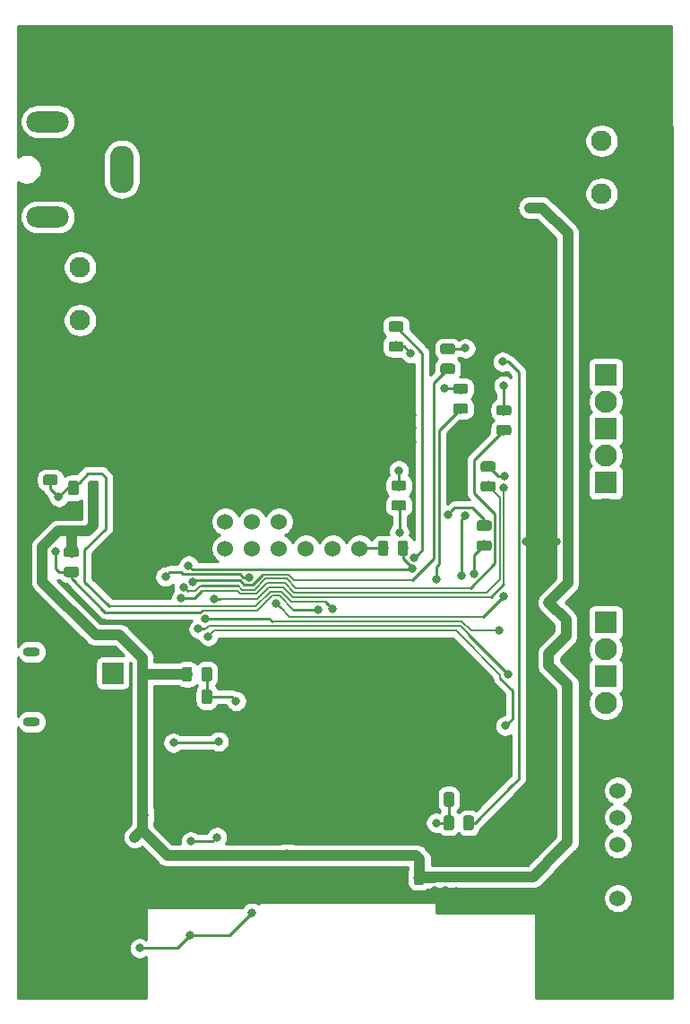
<source format=gbr>
G04 #@! TF.GenerationSoftware,KiCad,Pcbnew,(5.1.2)-1*
G04 #@! TF.CreationDate,2019-05-23T11:15:45-04:00*
G04 #@! TF.ProjectId,lc_dc1000,6c635f64-6331-4303-9030-2e6b69636164,rev?*
G04 #@! TF.SameCoordinates,Original*
G04 #@! TF.FileFunction,Copper,L2,Bot*
G04 #@! TF.FilePolarity,Positive*
%FSLAX46Y46*%
G04 Gerber Fmt 4.6, Leading zero omitted, Abs format (unit mm)*
G04 Created by KiCad (PCBNEW (5.1.2)-1) date 2019-05-23 11:15:45*
%MOMM*%
%LPD*%
G04 APERTURE LIST*
%ADD10O,4.000000X2.000000*%
%ADD11C,0.100000*%
%ADD12C,2.000000*%
%ADD13O,2.250000X4.500000*%
%ADD14C,1.524000*%
%ADD15C,0.975000*%
%ADD16C,2.100000*%
%ADD17R,2.100000X2.100000*%
%ADD18C,7.000000*%
%ADD19R,2.000000X2.000000*%
%ADD20C,1.950000*%
%ADD21O,1.600000X0.900000*%
%ADD22C,0.800000*%
%ADD23C,0.250000*%
%ADD24C,1.000000*%
%ADD25C,0.400000*%
%ADD26C,0.200000*%
%ADD27C,0.254000*%
G04 APERTURE END LIST*
D10*
X170292000Y-55825000D03*
X170292000Y-64825000D03*
D11*
G36*
X171841009Y-58327408D02*
G01*
X171889545Y-58334607D01*
X171937142Y-58346530D01*
X171983342Y-58363060D01*
X172027698Y-58384039D01*
X172069785Y-58409265D01*
X172109197Y-58438495D01*
X172145553Y-58471447D01*
X172178505Y-58507803D01*
X172207735Y-58547215D01*
X172232961Y-58589302D01*
X172253940Y-58633658D01*
X172270470Y-58679858D01*
X172282393Y-58727455D01*
X172289592Y-58775991D01*
X172292000Y-58825000D01*
X172292000Y-61825000D01*
X172289592Y-61874009D01*
X172282393Y-61922545D01*
X172270470Y-61970142D01*
X172253940Y-62016342D01*
X172232961Y-62060698D01*
X172207735Y-62102785D01*
X172178505Y-62142197D01*
X172145553Y-62178553D01*
X172109197Y-62211505D01*
X172069785Y-62240735D01*
X172027698Y-62265961D01*
X171983342Y-62286940D01*
X171937142Y-62303470D01*
X171889545Y-62315393D01*
X171841009Y-62322592D01*
X171792000Y-62325000D01*
X170792000Y-62325000D01*
X170742991Y-62322592D01*
X170694455Y-62315393D01*
X170646858Y-62303470D01*
X170600658Y-62286940D01*
X170556302Y-62265961D01*
X170514215Y-62240735D01*
X170474803Y-62211505D01*
X170438447Y-62178553D01*
X170405495Y-62142197D01*
X170376265Y-62102785D01*
X170351039Y-62060698D01*
X170330060Y-62016342D01*
X170313530Y-61970142D01*
X170301607Y-61922545D01*
X170294408Y-61874009D01*
X170292000Y-61825000D01*
X170292000Y-58825000D01*
X170294408Y-58775991D01*
X170301607Y-58727455D01*
X170313530Y-58679858D01*
X170330060Y-58633658D01*
X170351039Y-58589302D01*
X170376265Y-58547215D01*
X170405495Y-58507803D01*
X170438447Y-58471447D01*
X170474803Y-58438495D01*
X170514215Y-58409265D01*
X170556302Y-58384039D01*
X170600658Y-58363060D01*
X170646858Y-58346530D01*
X170694455Y-58334607D01*
X170742991Y-58327408D01*
X170792000Y-58325000D01*
X171792000Y-58325000D01*
X171841009Y-58327408D01*
X171841009Y-58327408D01*
G37*
D12*
X171292000Y-60325000D03*
D13*
X177292000Y-60325000D03*
D14*
X192151000Y-91059000D03*
X189611000Y-91059000D03*
X187071000Y-91059000D03*
X192151000Y-93599000D03*
X189611000Y-93599000D03*
X187071000Y-93599000D03*
X224155000Y-121539000D03*
X224155000Y-124079000D03*
X224155000Y-118999000D03*
X189611000Y-96139000D03*
X187071000Y-96139000D03*
X224155000Y-126619000D03*
X224155000Y-129159000D03*
X194691000Y-96139000D03*
X199771000Y-96139000D03*
X192151000Y-96139000D03*
X197231000Y-96139000D03*
D11*
G36*
X181441242Y-120611574D02*
G01*
X181464903Y-120615084D01*
X181488107Y-120620896D01*
X181510629Y-120628954D01*
X181532253Y-120639182D01*
X181552770Y-120651479D01*
X181571983Y-120665729D01*
X181589707Y-120681793D01*
X181605771Y-120699517D01*
X181620021Y-120718730D01*
X181632318Y-120739247D01*
X181642546Y-120760871D01*
X181650604Y-120783393D01*
X181656416Y-120806597D01*
X181659926Y-120830258D01*
X181661100Y-120854150D01*
X181661100Y-121766650D01*
X181659926Y-121790542D01*
X181656416Y-121814203D01*
X181650604Y-121837407D01*
X181642546Y-121859929D01*
X181632318Y-121881553D01*
X181620021Y-121902070D01*
X181605771Y-121921283D01*
X181589707Y-121939007D01*
X181571983Y-121955071D01*
X181552770Y-121969321D01*
X181532253Y-121981618D01*
X181510629Y-121991846D01*
X181488107Y-121999904D01*
X181464903Y-122005716D01*
X181441242Y-122009226D01*
X181417350Y-122010400D01*
X180929850Y-122010400D01*
X180905958Y-122009226D01*
X180882297Y-122005716D01*
X180859093Y-121999904D01*
X180836571Y-121991846D01*
X180814947Y-121981618D01*
X180794430Y-121969321D01*
X180775217Y-121955071D01*
X180757493Y-121939007D01*
X180741429Y-121921283D01*
X180727179Y-121902070D01*
X180714882Y-121881553D01*
X180704654Y-121859929D01*
X180696596Y-121837407D01*
X180690784Y-121814203D01*
X180687274Y-121790542D01*
X180686100Y-121766650D01*
X180686100Y-120854150D01*
X180687274Y-120830258D01*
X180690784Y-120806597D01*
X180696596Y-120783393D01*
X180704654Y-120760871D01*
X180714882Y-120739247D01*
X180727179Y-120718730D01*
X180741429Y-120699517D01*
X180757493Y-120681793D01*
X180775217Y-120665729D01*
X180794430Y-120651479D01*
X180814947Y-120639182D01*
X180836571Y-120628954D01*
X180859093Y-120620896D01*
X180882297Y-120615084D01*
X180905958Y-120611574D01*
X180929850Y-120610400D01*
X181417350Y-120610400D01*
X181441242Y-120611574D01*
X181441242Y-120611574D01*
G37*
D15*
X181173600Y-121310400D03*
D11*
G36*
X179566242Y-120611574D02*
G01*
X179589903Y-120615084D01*
X179613107Y-120620896D01*
X179635629Y-120628954D01*
X179657253Y-120639182D01*
X179677770Y-120651479D01*
X179696983Y-120665729D01*
X179714707Y-120681793D01*
X179730771Y-120699517D01*
X179745021Y-120718730D01*
X179757318Y-120739247D01*
X179767546Y-120760871D01*
X179775604Y-120783393D01*
X179781416Y-120806597D01*
X179784926Y-120830258D01*
X179786100Y-120854150D01*
X179786100Y-121766650D01*
X179784926Y-121790542D01*
X179781416Y-121814203D01*
X179775604Y-121837407D01*
X179767546Y-121859929D01*
X179757318Y-121881553D01*
X179745021Y-121902070D01*
X179730771Y-121921283D01*
X179714707Y-121939007D01*
X179696983Y-121955071D01*
X179677770Y-121969321D01*
X179657253Y-121981618D01*
X179635629Y-121991846D01*
X179613107Y-121999904D01*
X179589903Y-122005716D01*
X179566242Y-122009226D01*
X179542350Y-122010400D01*
X179054850Y-122010400D01*
X179030958Y-122009226D01*
X179007297Y-122005716D01*
X178984093Y-121999904D01*
X178961571Y-121991846D01*
X178939947Y-121981618D01*
X178919430Y-121969321D01*
X178900217Y-121955071D01*
X178882493Y-121939007D01*
X178866429Y-121921283D01*
X178852179Y-121902070D01*
X178839882Y-121881553D01*
X178829654Y-121859929D01*
X178821596Y-121837407D01*
X178815784Y-121814203D01*
X178812274Y-121790542D01*
X178811100Y-121766650D01*
X178811100Y-120854150D01*
X178812274Y-120830258D01*
X178815784Y-120806597D01*
X178821596Y-120783393D01*
X178829654Y-120760871D01*
X178839882Y-120739247D01*
X178852179Y-120718730D01*
X178866429Y-120699517D01*
X178882493Y-120681793D01*
X178900217Y-120665729D01*
X178919430Y-120651479D01*
X178939947Y-120639182D01*
X178961571Y-120628954D01*
X178984093Y-120620896D01*
X179007297Y-120615084D01*
X179030958Y-120611574D01*
X179054850Y-120610400D01*
X179542350Y-120610400D01*
X179566242Y-120611574D01*
X179566242Y-120611574D01*
G37*
D15*
X179298600Y-121310400D03*
D11*
G36*
X203751642Y-126504374D02*
G01*
X203775303Y-126507884D01*
X203798507Y-126513696D01*
X203821029Y-126521754D01*
X203842653Y-126531982D01*
X203863170Y-126544279D01*
X203882383Y-126558529D01*
X203900107Y-126574593D01*
X203916171Y-126592317D01*
X203930421Y-126611530D01*
X203942718Y-126632047D01*
X203952946Y-126653671D01*
X203961004Y-126676193D01*
X203966816Y-126699397D01*
X203970326Y-126723058D01*
X203971500Y-126746950D01*
X203971500Y-127659450D01*
X203970326Y-127683342D01*
X203966816Y-127707003D01*
X203961004Y-127730207D01*
X203952946Y-127752729D01*
X203942718Y-127774353D01*
X203930421Y-127794870D01*
X203916171Y-127814083D01*
X203900107Y-127831807D01*
X203882383Y-127847871D01*
X203863170Y-127862121D01*
X203842653Y-127874418D01*
X203821029Y-127884646D01*
X203798507Y-127892704D01*
X203775303Y-127898516D01*
X203751642Y-127902026D01*
X203727750Y-127903200D01*
X203240250Y-127903200D01*
X203216358Y-127902026D01*
X203192697Y-127898516D01*
X203169493Y-127892704D01*
X203146971Y-127884646D01*
X203125347Y-127874418D01*
X203104830Y-127862121D01*
X203085617Y-127847871D01*
X203067893Y-127831807D01*
X203051829Y-127814083D01*
X203037579Y-127794870D01*
X203025282Y-127774353D01*
X203015054Y-127752729D01*
X203006996Y-127730207D01*
X203001184Y-127707003D01*
X202997674Y-127683342D01*
X202996500Y-127659450D01*
X202996500Y-126746950D01*
X202997674Y-126723058D01*
X203001184Y-126699397D01*
X203006996Y-126676193D01*
X203015054Y-126653671D01*
X203025282Y-126632047D01*
X203037579Y-126611530D01*
X203051829Y-126592317D01*
X203067893Y-126574593D01*
X203085617Y-126558529D01*
X203104830Y-126544279D01*
X203125347Y-126531982D01*
X203146971Y-126521754D01*
X203169493Y-126513696D01*
X203192697Y-126507884D01*
X203216358Y-126504374D01*
X203240250Y-126503200D01*
X203727750Y-126503200D01*
X203751642Y-126504374D01*
X203751642Y-126504374D01*
G37*
D15*
X203484000Y-127203200D03*
D11*
G36*
X205626642Y-126504374D02*
G01*
X205650303Y-126507884D01*
X205673507Y-126513696D01*
X205696029Y-126521754D01*
X205717653Y-126531982D01*
X205738170Y-126544279D01*
X205757383Y-126558529D01*
X205775107Y-126574593D01*
X205791171Y-126592317D01*
X205805421Y-126611530D01*
X205817718Y-126632047D01*
X205827946Y-126653671D01*
X205836004Y-126676193D01*
X205841816Y-126699397D01*
X205845326Y-126723058D01*
X205846500Y-126746950D01*
X205846500Y-127659450D01*
X205845326Y-127683342D01*
X205841816Y-127707003D01*
X205836004Y-127730207D01*
X205827946Y-127752729D01*
X205817718Y-127774353D01*
X205805421Y-127794870D01*
X205791171Y-127814083D01*
X205775107Y-127831807D01*
X205757383Y-127847871D01*
X205738170Y-127862121D01*
X205717653Y-127874418D01*
X205696029Y-127884646D01*
X205673507Y-127892704D01*
X205650303Y-127898516D01*
X205626642Y-127902026D01*
X205602750Y-127903200D01*
X205115250Y-127903200D01*
X205091358Y-127902026D01*
X205067697Y-127898516D01*
X205044493Y-127892704D01*
X205021971Y-127884646D01*
X205000347Y-127874418D01*
X204979830Y-127862121D01*
X204960617Y-127847871D01*
X204942893Y-127831807D01*
X204926829Y-127814083D01*
X204912579Y-127794870D01*
X204900282Y-127774353D01*
X204890054Y-127752729D01*
X204881996Y-127730207D01*
X204876184Y-127707003D01*
X204872674Y-127683342D01*
X204871500Y-127659450D01*
X204871500Y-126746950D01*
X204872674Y-126723058D01*
X204876184Y-126699397D01*
X204881996Y-126676193D01*
X204890054Y-126653671D01*
X204900282Y-126632047D01*
X204912579Y-126611530D01*
X204926829Y-126592317D01*
X204942893Y-126574593D01*
X204960617Y-126558529D01*
X204979830Y-126544279D01*
X205000347Y-126531982D01*
X205021971Y-126521754D01*
X205044493Y-126513696D01*
X205067697Y-126507884D01*
X205091358Y-126504374D01*
X205115250Y-126503200D01*
X205602750Y-126503200D01*
X205626642Y-126504374D01*
X205626642Y-126504374D01*
G37*
D15*
X205359000Y-127203200D03*
D11*
G36*
X185586042Y-107301974D02*
G01*
X185609703Y-107305484D01*
X185632907Y-107311296D01*
X185655429Y-107319354D01*
X185677053Y-107329582D01*
X185697570Y-107341879D01*
X185716783Y-107356129D01*
X185734507Y-107372193D01*
X185750571Y-107389917D01*
X185764821Y-107409130D01*
X185777118Y-107429647D01*
X185787346Y-107451271D01*
X185795404Y-107473793D01*
X185801216Y-107496997D01*
X185804726Y-107520658D01*
X185805900Y-107544550D01*
X185805900Y-108457050D01*
X185804726Y-108480942D01*
X185801216Y-108504603D01*
X185795404Y-108527807D01*
X185787346Y-108550329D01*
X185777118Y-108571953D01*
X185764821Y-108592470D01*
X185750571Y-108611683D01*
X185734507Y-108629407D01*
X185716783Y-108645471D01*
X185697570Y-108659721D01*
X185677053Y-108672018D01*
X185655429Y-108682246D01*
X185632907Y-108690304D01*
X185609703Y-108696116D01*
X185586042Y-108699626D01*
X185562150Y-108700800D01*
X185074650Y-108700800D01*
X185050758Y-108699626D01*
X185027097Y-108696116D01*
X185003893Y-108690304D01*
X184981371Y-108682246D01*
X184959747Y-108672018D01*
X184939230Y-108659721D01*
X184920017Y-108645471D01*
X184902293Y-108629407D01*
X184886229Y-108611683D01*
X184871979Y-108592470D01*
X184859682Y-108571953D01*
X184849454Y-108550329D01*
X184841396Y-108527807D01*
X184835584Y-108504603D01*
X184832074Y-108480942D01*
X184830900Y-108457050D01*
X184830900Y-107544550D01*
X184832074Y-107520658D01*
X184835584Y-107496997D01*
X184841396Y-107473793D01*
X184849454Y-107451271D01*
X184859682Y-107429647D01*
X184871979Y-107409130D01*
X184886229Y-107389917D01*
X184902293Y-107372193D01*
X184920017Y-107356129D01*
X184939230Y-107341879D01*
X184959747Y-107329582D01*
X184981371Y-107319354D01*
X185003893Y-107311296D01*
X185027097Y-107305484D01*
X185050758Y-107301974D01*
X185074650Y-107300800D01*
X185562150Y-107300800D01*
X185586042Y-107301974D01*
X185586042Y-107301974D01*
G37*
D15*
X185318400Y-108000800D03*
D11*
G36*
X183711042Y-107301974D02*
G01*
X183734703Y-107305484D01*
X183757907Y-107311296D01*
X183780429Y-107319354D01*
X183802053Y-107329582D01*
X183822570Y-107341879D01*
X183841783Y-107356129D01*
X183859507Y-107372193D01*
X183875571Y-107389917D01*
X183889821Y-107409130D01*
X183902118Y-107429647D01*
X183912346Y-107451271D01*
X183920404Y-107473793D01*
X183926216Y-107496997D01*
X183929726Y-107520658D01*
X183930900Y-107544550D01*
X183930900Y-108457050D01*
X183929726Y-108480942D01*
X183926216Y-108504603D01*
X183920404Y-108527807D01*
X183912346Y-108550329D01*
X183902118Y-108571953D01*
X183889821Y-108592470D01*
X183875571Y-108611683D01*
X183859507Y-108629407D01*
X183841783Y-108645471D01*
X183822570Y-108659721D01*
X183802053Y-108672018D01*
X183780429Y-108682246D01*
X183757907Y-108690304D01*
X183734703Y-108696116D01*
X183711042Y-108699626D01*
X183687150Y-108700800D01*
X183199650Y-108700800D01*
X183175758Y-108699626D01*
X183152097Y-108696116D01*
X183128893Y-108690304D01*
X183106371Y-108682246D01*
X183084747Y-108672018D01*
X183064230Y-108659721D01*
X183045017Y-108645471D01*
X183027293Y-108629407D01*
X183011229Y-108611683D01*
X182996979Y-108592470D01*
X182984682Y-108571953D01*
X182974454Y-108550329D01*
X182966396Y-108527807D01*
X182960584Y-108504603D01*
X182957074Y-108480942D01*
X182955900Y-108457050D01*
X182955900Y-107544550D01*
X182957074Y-107520658D01*
X182960584Y-107496997D01*
X182966396Y-107473793D01*
X182974454Y-107451271D01*
X182984682Y-107429647D01*
X182996979Y-107409130D01*
X183011229Y-107389917D01*
X183027293Y-107372193D01*
X183045017Y-107356129D01*
X183064230Y-107341879D01*
X183084747Y-107329582D01*
X183106371Y-107319354D01*
X183128893Y-107311296D01*
X183152097Y-107305484D01*
X183175758Y-107301974D01*
X183199650Y-107300800D01*
X183687150Y-107300800D01*
X183711042Y-107301974D01*
X183711042Y-107301974D01*
G37*
D15*
X183443400Y-108000800D03*
D16*
X223012000Y-110744000D03*
D17*
X223012000Y-108204000D03*
D16*
X223012000Y-105664000D03*
D17*
X223012000Y-103124000D03*
D16*
X223012000Y-92456000D03*
D17*
X223012000Y-89916000D03*
D16*
X223012000Y-87376000D03*
D17*
X223012000Y-84836000D03*
D16*
X223012000Y-82296000D03*
D17*
X223012000Y-79756000D03*
D11*
G36*
X171015742Y-89171074D02*
G01*
X171039403Y-89174584D01*
X171062607Y-89180396D01*
X171085129Y-89188454D01*
X171106753Y-89198682D01*
X171127270Y-89210979D01*
X171146483Y-89225229D01*
X171164207Y-89241293D01*
X171180271Y-89259017D01*
X171194521Y-89278230D01*
X171206818Y-89298747D01*
X171217046Y-89320371D01*
X171225104Y-89342893D01*
X171230916Y-89366097D01*
X171234426Y-89389758D01*
X171235600Y-89413650D01*
X171235600Y-89901150D01*
X171234426Y-89925042D01*
X171230916Y-89948703D01*
X171225104Y-89971907D01*
X171217046Y-89994429D01*
X171206818Y-90016053D01*
X171194521Y-90036570D01*
X171180271Y-90055783D01*
X171164207Y-90073507D01*
X171146483Y-90089571D01*
X171127270Y-90103821D01*
X171106753Y-90116118D01*
X171085129Y-90126346D01*
X171062607Y-90134404D01*
X171039403Y-90140216D01*
X171015742Y-90143726D01*
X170991850Y-90144900D01*
X170079350Y-90144900D01*
X170055458Y-90143726D01*
X170031797Y-90140216D01*
X170008593Y-90134404D01*
X169986071Y-90126346D01*
X169964447Y-90116118D01*
X169943930Y-90103821D01*
X169924717Y-90089571D01*
X169906993Y-90073507D01*
X169890929Y-90055783D01*
X169876679Y-90036570D01*
X169864382Y-90016053D01*
X169854154Y-89994429D01*
X169846096Y-89971907D01*
X169840284Y-89948703D01*
X169836774Y-89925042D01*
X169835600Y-89901150D01*
X169835600Y-89413650D01*
X169836774Y-89389758D01*
X169840284Y-89366097D01*
X169846096Y-89342893D01*
X169854154Y-89320371D01*
X169864382Y-89298747D01*
X169876679Y-89278230D01*
X169890929Y-89259017D01*
X169906993Y-89241293D01*
X169924717Y-89225229D01*
X169943930Y-89210979D01*
X169964447Y-89198682D01*
X169986071Y-89188454D01*
X170008593Y-89180396D01*
X170031797Y-89174584D01*
X170055458Y-89171074D01*
X170079350Y-89169900D01*
X170991850Y-89169900D01*
X171015742Y-89171074D01*
X171015742Y-89171074D01*
G37*
D15*
X170535600Y-89657400D03*
D11*
G36*
X171015742Y-87296074D02*
G01*
X171039403Y-87299584D01*
X171062607Y-87305396D01*
X171085129Y-87313454D01*
X171106753Y-87323682D01*
X171127270Y-87335979D01*
X171146483Y-87350229D01*
X171164207Y-87366293D01*
X171180271Y-87384017D01*
X171194521Y-87403230D01*
X171206818Y-87423747D01*
X171217046Y-87445371D01*
X171225104Y-87467893D01*
X171230916Y-87491097D01*
X171234426Y-87514758D01*
X171235600Y-87538650D01*
X171235600Y-88026150D01*
X171234426Y-88050042D01*
X171230916Y-88073703D01*
X171225104Y-88096907D01*
X171217046Y-88119429D01*
X171206818Y-88141053D01*
X171194521Y-88161570D01*
X171180271Y-88180783D01*
X171164207Y-88198507D01*
X171146483Y-88214571D01*
X171127270Y-88228821D01*
X171106753Y-88241118D01*
X171085129Y-88251346D01*
X171062607Y-88259404D01*
X171039403Y-88265216D01*
X171015742Y-88268726D01*
X170991850Y-88269900D01*
X170079350Y-88269900D01*
X170055458Y-88268726D01*
X170031797Y-88265216D01*
X170008593Y-88259404D01*
X169986071Y-88251346D01*
X169964447Y-88241118D01*
X169943930Y-88228821D01*
X169924717Y-88214571D01*
X169906993Y-88198507D01*
X169890929Y-88180783D01*
X169876679Y-88161570D01*
X169864382Y-88141053D01*
X169854154Y-88119429D01*
X169846096Y-88096907D01*
X169840284Y-88073703D01*
X169836774Y-88050042D01*
X169835600Y-88026150D01*
X169835600Y-87538650D01*
X169836774Y-87514758D01*
X169840284Y-87491097D01*
X169846096Y-87467893D01*
X169854154Y-87445371D01*
X169864382Y-87423747D01*
X169876679Y-87403230D01*
X169890929Y-87384017D01*
X169906993Y-87366293D01*
X169924717Y-87350229D01*
X169943930Y-87335979D01*
X169964447Y-87323682D01*
X169986071Y-87313454D01*
X170008593Y-87305396D01*
X170031797Y-87299584D01*
X170055458Y-87296074D01*
X170079350Y-87294900D01*
X170991850Y-87294900D01*
X171015742Y-87296074D01*
X171015742Y-87296074D01*
G37*
D15*
X170535600Y-87782400D03*
D18*
X225931000Y-135059000D03*
X170931000Y-135059000D03*
X225931000Y-50159000D03*
X170931000Y-50159000D03*
D11*
G36*
X172996942Y-92147474D02*
G01*
X173020603Y-92150984D01*
X173043807Y-92156796D01*
X173066329Y-92164854D01*
X173087953Y-92175082D01*
X173108470Y-92187379D01*
X173127683Y-92201629D01*
X173145407Y-92217693D01*
X173161471Y-92235417D01*
X173175721Y-92254630D01*
X173188018Y-92275147D01*
X173198246Y-92296771D01*
X173206304Y-92319293D01*
X173212116Y-92342497D01*
X173215626Y-92366158D01*
X173216800Y-92390050D01*
X173216800Y-92877550D01*
X173215626Y-92901442D01*
X173212116Y-92925103D01*
X173206304Y-92948307D01*
X173198246Y-92970829D01*
X173188018Y-92992453D01*
X173175721Y-93012970D01*
X173161471Y-93032183D01*
X173145407Y-93049907D01*
X173127683Y-93065971D01*
X173108470Y-93080221D01*
X173087953Y-93092518D01*
X173066329Y-93102746D01*
X173043807Y-93110804D01*
X173020603Y-93116616D01*
X172996942Y-93120126D01*
X172973050Y-93121300D01*
X172060550Y-93121300D01*
X172036658Y-93120126D01*
X172012997Y-93116616D01*
X171989793Y-93110804D01*
X171967271Y-93102746D01*
X171945647Y-93092518D01*
X171925130Y-93080221D01*
X171905917Y-93065971D01*
X171888193Y-93049907D01*
X171872129Y-93032183D01*
X171857879Y-93012970D01*
X171845582Y-92992453D01*
X171835354Y-92970829D01*
X171827296Y-92948307D01*
X171821484Y-92925103D01*
X171817974Y-92901442D01*
X171816800Y-92877550D01*
X171816800Y-92390050D01*
X171817974Y-92366158D01*
X171821484Y-92342497D01*
X171827296Y-92319293D01*
X171835354Y-92296771D01*
X171845582Y-92275147D01*
X171857879Y-92254630D01*
X171872129Y-92235417D01*
X171888193Y-92217693D01*
X171905917Y-92201629D01*
X171925130Y-92187379D01*
X171945647Y-92175082D01*
X171967271Y-92164854D01*
X171989793Y-92156796D01*
X172012997Y-92150984D01*
X172036658Y-92147474D01*
X172060550Y-92146300D01*
X172973050Y-92146300D01*
X172996942Y-92147474D01*
X172996942Y-92147474D01*
G37*
D15*
X172516800Y-92633800D03*
D11*
G36*
X172996942Y-94022474D02*
G01*
X173020603Y-94025984D01*
X173043807Y-94031796D01*
X173066329Y-94039854D01*
X173087953Y-94050082D01*
X173108470Y-94062379D01*
X173127683Y-94076629D01*
X173145407Y-94092693D01*
X173161471Y-94110417D01*
X173175721Y-94129630D01*
X173188018Y-94150147D01*
X173198246Y-94171771D01*
X173206304Y-94194293D01*
X173212116Y-94217497D01*
X173215626Y-94241158D01*
X173216800Y-94265050D01*
X173216800Y-94752550D01*
X173215626Y-94776442D01*
X173212116Y-94800103D01*
X173206304Y-94823307D01*
X173198246Y-94845829D01*
X173188018Y-94867453D01*
X173175721Y-94887970D01*
X173161471Y-94907183D01*
X173145407Y-94924907D01*
X173127683Y-94940971D01*
X173108470Y-94955221D01*
X173087953Y-94967518D01*
X173066329Y-94977746D01*
X173043807Y-94985804D01*
X173020603Y-94991616D01*
X172996942Y-94995126D01*
X172973050Y-94996300D01*
X172060550Y-94996300D01*
X172036658Y-94995126D01*
X172012997Y-94991616D01*
X171989793Y-94985804D01*
X171967271Y-94977746D01*
X171945647Y-94967518D01*
X171925130Y-94955221D01*
X171905917Y-94940971D01*
X171888193Y-94924907D01*
X171872129Y-94907183D01*
X171857879Y-94887970D01*
X171845582Y-94867453D01*
X171835354Y-94845829D01*
X171827296Y-94823307D01*
X171821484Y-94800103D01*
X171817974Y-94776442D01*
X171816800Y-94752550D01*
X171816800Y-94265050D01*
X171817974Y-94241158D01*
X171821484Y-94217497D01*
X171827296Y-94194293D01*
X171835354Y-94171771D01*
X171845582Y-94150147D01*
X171857879Y-94129630D01*
X171872129Y-94110417D01*
X171888193Y-94092693D01*
X171905917Y-94076629D01*
X171925130Y-94062379D01*
X171945647Y-94050082D01*
X171967271Y-94039854D01*
X171989793Y-94031796D01*
X172012997Y-94025984D01*
X172036658Y-94022474D01*
X172060550Y-94021300D01*
X172973050Y-94021300D01*
X172996942Y-94022474D01*
X172996942Y-94022474D01*
G37*
D15*
X172516800Y-94508800D03*
D11*
G36*
X193367742Y-122708274D02*
G01*
X193391403Y-122711784D01*
X193414607Y-122717596D01*
X193437129Y-122725654D01*
X193458753Y-122735882D01*
X193479270Y-122748179D01*
X193498483Y-122762429D01*
X193516207Y-122778493D01*
X193532271Y-122796217D01*
X193546521Y-122815430D01*
X193558818Y-122835947D01*
X193569046Y-122857571D01*
X193577104Y-122880093D01*
X193582916Y-122903297D01*
X193586426Y-122926958D01*
X193587600Y-122950850D01*
X193587600Y-123438350D01*
X193586426Y-123462242D01*
X193582916Y-123485903D01*
X193577104Y-123509107D01*
X193569046Y-123531629D01*
X193558818Y-123553253D01*
X193546521Y-123573770D01*
X193532271Y-123592983D01*
X193516207Y-123610707D01*
X193498483Y-123626771D01*
X193479270Y-123641021D01*
X193458753Y-123653318D01*
X193437129Y-123663546D01*
X193414607Y-123671604D01*
X193391403Y-123677416D01*
X193367742Y-123680926D01*
X193343850Y-123682100D01*
X192431350Y-123682100D01*
X192407458Y-123680926D01*
X192383797Y-123677416D01*
X192360593Y-123671604D01*
X192338071Y-123663546D01*
X192316447Y-123653318D01*
X192295930Y-123641021D01*
X192276717Y-123626771D01*
X192258993Y-123610707D01*
X192242929Y-123592983D01*
X192228679Y-123573770D01*
X192216382Y-123553253D01*
X192206154Y-123531629D01*
X192198096Y-123509107D01*
X192192284Y-123485903D01*
X192188774Y-123462242D01*
X192187600Y-123438350D01*
X192187600Y-122950850D01*
X192188774Y-122926958D01*
X192192284Y-122903297D01*
X192198096Y-122880093D01*
X192206154Y-122857571D01*
X192216382Y-122835947D01*
X192228679Y-122815430D01*
X192242929Y-122796217D01*
X192258993Y-122778493D01*
X192276717Y-122762429D01*
X192295930Y-122748179D01*
X192316447Y-122735882D01*
X192338071Y-122725654D01*
X192360593Y-122717596D01*
X192383797Y-122711784D01*
X192407458Y-122708274D01*
X192431350Y-122707100D01*
X193343850Y-122707100D01*
X193367742Y-122708274D01*
X193367742Y-122708274D01*
G37*
D15*
X192887600Y-123194600D03*
D11*
G36*
X193367742Y-124583274D02*
G01*
X193391403Y-124586784D01*
X193414607Y-124592596D01*
X193437129Y-124600654D01*
X193458753Y-124610882D01*
X193479270Y-124623179D01*
X193498483Y-124637429D01*
X193516207Y-124653493D01*
X193532271Y-124671217D01*
X193546521Y-124690430D01*
X193558818Y-124710947D01*
X193569046Y-124732571D01*
X193577104Y-124755093D01*
X193582916Y-124778297D01*
X193586426Y-124801958D01*
X193587600Y-124825850D01*
X193587600Y-125313350D01*
X193586426Y-125337242D01*
X193582916Y-125360903D01*
X193577104Y-125384107D01*
X193569046Y-125406629D01*
X193558818Y-125428253D01*
X193546521Y-125448770D01*
X193532271Y-125467983D01*
X193516207Y-125485707D01*
X193498483Y-125501771D01*
X193479270Y-125516021D01*
X193458753Y-125528318D01*
X193437129Y-125538546D01*
X193414607Y-125546604D01*
X193391403Y-125552416D01*
X193367742Y-125555926D01*
X193343850Y-125557100D01*
X192431350Y-125557100D01*
X192407458Y-125555926D01*
X192383797Y-125552416D01*
X192360593Y-125546604D01*
X192338071Y-125538546D01*
X192316447Y-125528318D01*
X192295930Y-125516021D01*
X192276717Y-125501771D01*
X192258993Y-125485707D01*
X192242929Y-125467983D01*
X192228679Y-125448770D01*
X192216382Y-125428253D01*
X192206154Y-125406629D01*
X192198096Y-125384107D01*
X192192284Y-125360903D01*
X192188774Y-125337242D01*
X192187600Y-125313350D01*
X192187600Y-124825850D01*
X192188774Y-124801958D01*
X192192284Y-124778297D01*
X192198096Y-124755093D01*
X192206154Y-124732571D01*
X192216382Y-124710947D01*
X192228679Y-124690430D01*
X192242929Y-124671217D01*
X192258993Y-124653493D01*
X192276717Y-124637429D01*
X192295930Y-124623179D01*
X192316447Y-124610882D01*
X192338071Y-124600654D01*
X192360593Y-124592596D01*
X192383797Y-124586784D01*
X192407458Y-124583274D01*
X192431350Y-124582100D01*
X193343850Y-124582100D01*
X193367742Y-124583274D01*
X193367742Y-124583274D01*
G37*
D15*
X192887600Y-125069600D03*
D11*
G36*
X210325642Y-119112974D02*
G01*
X210349303Y-119116484D01*
X210372507Y-119122296D01*
X210395029Y-119130354D01*
X210416653Y-119140582D01*
X210437170Y-119152879D01*
X210456383Y-119167129D01*
X210474107Y-119183193D01*
X210490171Y-119200917D01*
X210504421Y-119220130D01*
X210516718Y-119240647D01*
X210526946Y-119262271D01*
X210535004Y-119284793D01*
X210540816Y-119307997D01*
X210544326Y-119331658D01*
X210545500Y-119355550D01*
X210545500Y-120268050D01*
X210544326Y-120291942D01*
X210540816Y-120315603D01*
X210535004Y-120338807D01*
X210526946Y-120361329D01*
X210516718Y-120382953D01*
X210504421Y-120403470D01*
X210490171Y-120422683D01*
X210474107Y-120440407D01*
X210456383Y-120456471D01*
X210437170Y-120470721D01*
X210416653Y-120483018D01*
X210395029Y-120493246D01*
X210372507Y-120501304D01*
X210349303Y-120507116D01*
X210325642Y-120510626D01*
X210301750Y-120511800D01*
X209814250Y-120511800D01*
X209790358Y-120510626D01*
X209766697Y-120507116D01*
X209743493Y-120501304D01*
X209720971Y-120493246D01*
X209699347Y-120483018D01*
X209678830Y-120470721D01*
X209659617Y-120456471D01*
X209641893Y-120440407D01*
X209625829Y-120422683D01*
X209611579Y-120403470D01*
X209599282Y-120382953D01*
X209589054Y-120361329D01*
X209580996Y-120338807D01*
X209575184Y-120315603D01*
X209571674Y-120291942D01*
X209570500Y-120268050D01*
X209570500Y-119355550D01*
X209571674Y-119331658D01*
X209575184Y-119307997D01*
X209580996Y-119284793D01*
X209589054Y-119262271D01*
X209599282Y-119240647D01*
X209611579Y-119220130D01*
X209625829Y-119200917D01*
X209641893Y-119183193D01*
X209659617Y-119167129D01*
X209678830Y-119152879D01*
X209699347Y-119140582D01*
X209720971Y-119130354D01*
X209743493Y-119122296D01*
X209766697Y-119116484D01*
X209790358Y-119112974D01*
X209814250Y-119111800D01*
X210301750Y-119111800D01*
X210325642Y-119112974D01*
X210325642Y-119112974D01*
G37*
D15*
X210058000Y-119811800D03*
D11*
G36*
X208450642Y-119112974D02*
G01*
X208474303Y-119116484D01*
X208497507Y-119122296D01*
X208520029Y-119130354D01*
X208541653Y-119140582D01*
X208562170Y-119152879D01*
X208581383Y-119167129D01*
X208599107Y-119183193D01*
X208615171Y-119200917D01*
X208629421Y-119220130D01*
X208641718Y-119240647D01*
X208651946Y-119262271D01*
X208660004Y-119284793D01*
X208665816Y-119307997D01*
X208669326Y-119331658D01*
X208670500Y-119355550D01*
X208670500Y-120268050D01*
X208669326Y-120291942D01*
X208665816Y-120315603D01*
X208660004Y-120338807D01*
X208651946Y-120361329D01*
X208641718Y-120382953D01*
X208629421Y-120403470D01*
X208615171Y-120422683D01*
X208599107Y-120440407D01*
X208581383Y-120456471D01*
X208562170Y-120470721D01*
X208541653Y-120483018D01*
X208520029Y-120493246D01*
X208497507Y-120501304D01*
X208474303Y-120507116D01*
X208450642Y-120510626D01*
X208426750Y-120511800D01*
X207939250Y-120511800D01*
X207915358Y-120510626D01*
X207891697Y-120507116D01*
X207868493Y-120501304D01*
X207845971Y-120493246D01*
X207824347Y-120483018D01*
X207803830Y-120470721D01*
X207784617Y-120456471D01*
X207766893Y-120440407D01*
X207750829Y-120422683D01*
X207736579Y-120403470D01*
X207724282Y-120382953D01*
X207714054Y-120361329D01*
X207705996Y-120338807D01*
X207700184Y-120315603D01*
X207696674Y-120291942D01*
X207695500Y-120268050D01*
X207695500Y-119355550D01*
X207696674Y-119331658D01*
X207700184Y-119307997D01*
X207705996Y-119284793D01*
X207714054Y-119262271D01*
X207724282Y-119240647D01*
X207736579Y-119220130D01*
X207750829Y-119200917D01*
X207766893Y-119183193D01*
X207784617Y-119167129D01*
X207803830Y-119152879D01*
X207824347Y-119140582D01*
X207845971Y-119130354D01*
X207868493Y-119122296D01*
X207891697Y-119116484D01*
X207915358Y-119112974D01*
X207939250Y-119111800D01*
X208426750Y-119111800D01*
X208450642Y-119112974D01*
X208450642Y-119112974D01*
G37*
D15*
X208183000Y-119811800D03*
D11*
G36*
X204125742Y-95414774D02*
G01*
X204149403Y-95418284D01*
X204172607Y-95424096D01*
X204195129Y-95432154D01*
X204216753Y-95442382D01*
X204237270Y-95454679D01*
X204256483Y-95468929D01*
X204274207Y-95484993D01*
X204290271Y-95502717D01*
X204304521Y-95521930D01*
X204316818Y-95542447D01*
X204327046Y-95564071D01*
X204335104Y-95586593D01*
X204340916Y-95609797D01*
X204344426Y-95633458D01*
X204345600Y-95657350D01*
X204345600Y-96569850D01*
X204344426Y-96593742D01*
X204340916Y-96617403D01*
X204335104Y-96640607D01*
X204327046Y-96663129D01*
X204316818Y-96684753D01*
X204304521Y-96705270D01*
X204290271Y-96724483D01*
X204274207Y-96742207D01*
X204256483Y-96758271D01*
X204237270Y-96772521D01*
X204216753Y-96784818D01*
X204195129Y-96795046D01*
X204172607Y-96803104D01*
X204149403Y-96808916D01*
X204125742Y-96812426D01*
X204101850Y-96813600D01*
X203614350Y-96813600D01*
X203590458Y-96812426D01*
X203566797Y-96808916D01*
X203543593Y-96803104D01*
X203521071Y-96795046D01*
X203499447Y-96784818D01*
X203478930Y-96772521D01*
X203459717Y-96758271D01*
X203441993Y-96742207D01*
X203425929Y-96724483D01*
X203411679Y-96705270D01*
X203399382Y-96684753D01*
X203389154Y-96663129D01*
X203381096Y-96640607D01*
X203375284Y-96617403D01*
X203371774Y-96593742D01*
X203370600Y-96569850D01*
X203370600Y-95657350D01*
X203371774Y-95633458D01*
X203375284Y-95609797D01*
X203381096Y-95586593D01*
X203389154Y-95564071D01*
X203399382Y-95542447D01*
X203411679Y-95521930D01*
X203425929Y-95502717D01*
X203441993Y-95484993D01*
X203459717Y-95468929D01*
X203478930Y-95454679D01*
X203499447Y-95442382D01*
X203521071Y-95432154D01*
X203543593Y-95424096D01*
X203566797Y-95418284D01*
X203590458Y-95414774D01*
X203614350Y-95413600D01*
X204101850Y-95413600D01*
X204125742Y-95414774D01*
X204125742Y-95414774D01*
G37*
D15*
X203858100Y-96113600D03*
D11*
G36*
X202250742Y-95414774D02*
G01*
X202274403Y-95418284D01*
X202297607Y-95424096D01*
X202320129Y-95432154D01*
X202341753Y-95442382D01*
X202362270Y-95454679D01*
X202381483Y-95468929D01*
X202399207Y-95484993D01*
X202415271Y-95502717D01*
X202429521Y-95521930D01*
X202441818Y-95542447D01*
X202452046Y-95564071D01*
X202460104Y-95586593D01*
X202465916Y-95609797D01*
X202469426Y-95633458D01*
X202470600Y-95657350D01*
X202470600Y-96569850D01*
X202469426Y-96593742D01*
X202465916Y-96617403D01*
X202460104Y-96640607D01*
X202452046Y-96663129D01*
X202441818Y-96684753D01*
X202429521Y-96705270D01*
X202415271Y-96724483D01*
X202399207Y-96742207D01*
X202381483Y-96758271D01*
X202362270Y-96772521D01*
X202341753Y-96784818D01*
X202320129Y-96795046D01*
X202297607Y-96803104D01*
X202274403Y-96808916D01*
X202250742Y-96812426D01*
X202226850Y-96813600D01*
X201739350Y-96813600D01*
X201715458Y-96812426D01*
X201691797Y-96808916D01*
X201668593Y-96803104D01*
X201646071Y-96795046D01*
X201624447Y-96784818D01*
X201603930Y-96772521D01*
X201584717Y-96758271D01*
X201566993Y-96742207D01*
X201550929Y-96724483D01*
X201536679Y-96705270D01*
X201524382Y-96684753D01*
X201514154Y-96663129D01*
X201506096Y-96640607D01*
X201500284Y-96617403D01*
X201496774Y-96593742D01*
X201495600Y-96569850D01*
X201495600Y-95657350D01*
X201496774Y-95633458D01*
X201500284Y-95609797D01*
X201506096Y-95586593D01*
X201514154Y-95564071D01*
X201524382Y-95542447D01*
X201536679Y-95521930D01*
X201550929Y-95502717D01*
X201566993Y-95484993D01*
X201584717Y-95468929D01*
X201603930Y-95454679D01*
X201624447Y-95442382D01*
X201646071Y-95432154D01*
X201668593Y-95424096D01*
X201691797Y-95418284D01*
X201715458Y-95414774D01*
X201739350Y-95413600D01*
X202226850Y-95413600D01*
X202250742Y-95414774D01*
X202250742Y-95414774D01*
G37*
D15*
X201983100Y-96113600D03*
D11*
G36*
X212011342Y-95368674D02*
G01*
X212035003Y-95372184D01*
X212058207Y-95377996D01*
X212080729Y-95386054D01*
X212102353Y-95396282D01*
X212122870Y-95408579D01*
X212142083Y-95422829D01*
X212159807Y-95438893D01*
X212175871Y-95456617D01*
X212190121Y-95475830D01*
X212202418Y-95496347D01*
X212212646Y-95517971D01*
X212220704Y-95540493D01*
X212226516Y-95563697D01*
X212230026Y-95587358D01*
X212231200Y-95611250D01*
X212231200Y-96098750D01*
X212230026Y-96122642D01*
X212226516Y-96146303D01*
X212220704Y-96169507D01*
X212212646Y-96192029D01*
X212202418Y-96213653D01*
X212190121Y-96234170D01*
X212175871Y-96253383D01*
X212159807Y-96271107D01*
X212142083Y-96287171D01*
X212122870Y-96301421D01*
X212102353Y-96313718D01*
X212080729Y-96323946D01*
X212058207Y-96332004D01*
X212035003Y-96337816D01*
X212011342Y-96341326D01*
X211987450Y-96342500D01*
X211074950Y-96342500D01*
X211051058Y-96341326D01*
X211027397Y-96337816D01*
X211004193Y-96332004D01*
X210981671Y-96323946D01*
X210960047Y-96313718D01*
X210939530Y-96301421D01*
X210920317Y-96287171D01*
X210902593Y-96271107D01*
X210886529Y-96253383D01*
X210872279Y-96234170D01*
X210859982Y-96213653D01*
X210849754Y-96192029D01*
X210841696Y-96169507D01*
X210835884Y-96146303D01*
X210832374Y-96122642D01*
X210831200Y-96098750D01*
X210831200Y-95611250D01*
X210832374Y-95587358D01*
X210835884Y-95563697D01*
X210841696Y-95540493D01*
X210849754Y-95517971D01*
X210859982Y-95496347D01*
X210872279Y-95475830D01*
X210886529Y-95456617D01*
X210902593Y-95438893D01*
X210920317Y-95422829D01*
X210939530Y-95408579D01*
X210960047Y-95396282D01*
X210981671Y-95386054D01*
X211004193Y-95377996D01*
X211027397Y-95372184D01*
X211051058Y-95368674D01*
X211074950Y-95367500D01*
X211987450Y-95367500D01*
X212011342Y-95368674D01*
X212011342Y-95368674D01*
G37*
D15*
X211531200Y-95855000D03*
D11*
G36*
X212011342Y-93493674D02*
G01*
X212035003Y-93497184D01*
X212058207Y-93502996D01*
X212080729Y-93511054D01*
X212102353Y-93521282D01*
X212122870Y-93533579D01*
X212142083Y-93547829D01*
X212159807Y-93563893D01*
X212175871Y-93581617D01*
X212190121Y-93600830D01*
X212202418Y-93621347D01*
X212212646Y-93642971D01*
X212220704Y-93665493D01*
X212226516Y-93688697D01*
X212230026Y-93712358D01*
X212231200Y-93736250D01*
X212231200Y-94223750D01*
X212230026Y-94247642D01*
X212226516Y-94271303D01*
X212220704Y-94294507D01*
X212212646Y-94317029D01*
X212202418Y-94338653D01*
X212190121Y-94359170D01*
X212175871Y-94378383D01*
X212159807Y-94396107D01*
X212142083Y-94412171D01*
X212122870Y-94426421D01*
X212102353Y-94438718D01*
X212080729Y-94448946D01*
X212058207Y-94457004D01*
X212035003Y-94462816D01*
X212011342Y-94466326D01*
X211987450Y-94467500D01*
X211074950Y-94467500D01*
X211051058Y-94466326D01*
X211027397Y-94462816D01*
X211004193Y-94457004D01*
X210981671Y-94448946D01*
X210960047Y-94438718D01*
X210939530Y-94426421D01*
X210920317Y-94412171D01*
X210902593Y-94396107D01*
X210886529Y-94378383D01*
X210872279Y-94359170D01*
X210859982Y-94338653D01*
X210849754Y-94317029D01*
X210841696Y-94294507D01*
X210835884Y-94271303D01*
X210832374Y-94247642D01*
X210831200Y-94223750D01*
X210831200Y-93736250D01*
X210832374Y-93712358D01*
X210835884Y-93688697D01*
X210841696Y-93665493D01*
X210849754Y-93642971D01*
X210859982Y-93621347D01*
X210872279Y-93600830D01*
X210886529Y-93581617D01*
X210902593Y-93563893D01*
X210920317Y-93547829D01*
X210939530Y-93533579D01*
X210960047Y-93521282D01*
X210981671Y-93511054D01*
X211004193Y-93502996D01*
X211027397Y-93497184D01*
X211051058Y-93493674D01*
X211074950Y-93492500D01*
X211987450Y-93492500D01*
X212011342Y-93493674D01*
X212011342Y-93493674D01*
G37*
D15*
X211531200Y-93980000D03*
D11*
G36*
X203934142Y-89713674D02*
G01*
X203957803Y-89717184D01*
X203981007Y-89722996D01*
X204003529Y-89731054D01*
X204025153Y-89741282D01*
X204045670Y-89753579D01*
X204064883Y-89767829D01*
X204082607Y-89783893D01*
X204098671Y-89801617D01*
X204112921Y-89820830D01*
X204125218Y-89841347D01*
X204135446Y-89862971D01*
X204143504Y-89885493D01*
X204149316Y-89908697D01*
X204152826Y-89932358D01*
X204154000Y-89956250D01*
X204154000Y-90443750D01*
X204152826Y-90467642D01*
X204149316Y-90491303D01*
X204143504Y-90514507D01*
X204135446Y-90537029D01*
X204125218Y-90558653D01*
X204112921Y-90579170D01*
X204098671Y-90598383D01*
X204082607Y-90616107D01*
X204064883Y-90632171D01*
X204045670Y-90646421D01*
X204025153Y-90658718D01*
X204003529Y-90668946D01*
X203981007Y-90677004D01*
X203957803Y-90682816D01*
X203934142Y-90686326D01*
X203910250Y-90687500D01*
X202997750Y-90687500D01*
X202973858Y-90686326D01*
X202950197Y-90682816D01*
X202926993Y-90677004D01*
X202904471Y-90668946D01*
X202882847Y-90658718D01*
X202862330Y-90646421D01*
X202843117Y-90632171D01*
X202825393Y-90616107D01*
X202809329Y-90598383D01*
X202795079Y-90579170D01*
X202782782Y-90558653D01*
X202772554Y-90537029D01*
X202764496Y-90514507D01*
X202758684Y-90491303D01*
X202755174Y-90467642D01*
X202754000Y-90443750D01*
X202754000Y-89956250D01*
X202755174Y-89932358D01*
X202758684Y-89908697D01*
X202764496Y-89885493D01*
X202772554Y-89862971D01*
X202782782Y-89841347D01*
X202795079Y-89820830D01*
X202809329Y-89801617D01*
X202825393Y-89783893D01*
X202843117Y-89767829D01*
X202862330Y-89753579D01*
X202882847Y-89741282D01*
X202904471Y-89731054D01*
X202926993Y-89722996D01*
X202950197Y-89717184D01*
X202973858Y-89713674D01*
X202997750Y-89712500D01*
X203910250Y-89712500D01*
X203934142Y-89713674D01*
X203934142Y-89713674D01*
G37*
D15*
X203454000Y-90200000D03*
D11*
G36*
X203934142Y-91588674D02*
G01*
X203957803Y-91592184D01*
X203981007Y-91597996D01*
X204003529Y-91606054D01*
X204025153Y-91616282D01*
X204045670Y-91628579D01*
X204064883Y-91642829D01*
X204082607Y-91658893D01*
X204098671Y-91676617D01*
X204112921Y-91695830D01*
X204125218Y-91716347D01*
X204135446Y-91737971D01*
X204143504Y-91760493D01*
X204149316Y-91783697D01*
X204152826Y-91807358D01*
X204154000Y-91831250D01*
X204154000Y-92318750D01*
X204152826Y-92342642D01*
X204149316Y-92366303D01*
X204143504Y-92389507D01*
X204135446Y-92412029D01*
X204125218Y-92433653D01*
X204112921Y-92454170D01*
X204098671Y-92473383D01*
X204082607Y-92491107D01*
X204064883Y-92507171D01*
X204045670Y-92521421D01*
X204025153Y-92533718D01*
X204003529Y-92543946D01*
X203981007Y-92552004D01*
X203957803Y-92557816D01*
X203934142Y-92561326D01*
X203910250Y-92562500D01*
X202997750Y-92562500D01*
X202973858Y-92561326D01*
X202950197Y-92557816D01*
X202926993Y-92552004D01*
X202904471Y-92543946D01*
X202882847Y-92533718D01*
X202862330Y-92521421D01*
X202843117Y-92507171D01*
X202825393Y-92491107D01*
X202809329Y-92473383D01*
X202795079Y-92454170D01*
X202782782Y-92433653D01*
X202772554Y-92412029D01*
X202764496Y-92389507D01*
X202758684Y-92366303D01*
X202755174Y-92342642D01*
X202754000Y-92318750D01*
X202754000Y-91831250D01*
X202755174Y-91807358D01*
X202758684Y-91783697D01*
X202764496Y-91760493D01*
X202772554Y-91737971D01*
X202782782Y-91716347D01*
X202795079Y-91695830D01*
X202809329Y-91676617D01*
X202825393Y-91658893D01*
X202843117Y-91642829D01*
X202862330Y-91628579D01*
X202882847Y-91616282D01*
X202904471Y-91606054D01*
X202926993Y-91597996D01*
X202950197Y-91592184D01*
X202973858Y-91588674D01*
X202997750Y-91587500D01*
X203910250Y-91587500D01*
X203934142Y-91588674D01*
X203934142Y-91588674D01*
G37*
D15*
X203454000Y-92075000D03*
D11*
G36*
X203680142Y-76572674D02*
G01*
X203703803Y-76576184D01*
X203727007Y-76581996D01*
X203749529Y-76590054D01*
X203771153Y-76600282D01*
X203791670Y-76612579D01*
X203810883Y-76626829D01*
X203828607Y-76642893D01*
X203844671Y-76660617D01*
X203858921Y-76679830D01*
X203871218Y-76700347D01*
X203881446Y-76721971D01*
X203889504Y-76744493D01*
X203895316Y-76767697D01*
X203898826Y-76791358D01*
X203900000Y-76815250D01*
X203900000Y-77302750D01*
X203898826Y-77326642D01*
X203895316Y-77350303D01*
X203889504Y-77373507D01*
X203881446Y-77396029D01*
X203871218Y-77417653D01*
X203858921Y-77438170D01*
X203844671Y-77457383D01*
X203828607Y-77475107D01*
X203810883Y-77491171D01*
X203791670Y-77505421D01*
X203771153Y-77517718D01*
X203749529Y-77527946D01*
X203727007Y-77536004D01*
X203703803Y-77541816D01*
X203680142Y-77545326D01*
X203656250Y-77546500D01*
X202743750Y-77546500D01*
X202719858Y-77545326D01*
X202696197Y-77541816D01*
X202672993Y-77536004D01*
X202650471Y-77527946D01*
X202628847Y-77517718D01*
X202608330Y-77505421D01*
X202589117Y-77491171D01*
X202571393Y-77475107D01*
X202555329Y-77457383D01*
X202541079Y-77438170D01*
X202528782Y-77417653D01*
X202518554Y-77396029D01*
X202510496Y-77373507D01*
X202504684Y-77350303D01*
X202501174Y-77326642D01*
X202500000Y-77302750D01*
X202500000Y-76815250D01*
X202501174Y-76791358D01*
X202504684Y-76767697D01*
X202510496Y-76744493D01*
X202518554Y-76721971D01*
X202528782Y-76700347D01*
X202541079Y-76679830D01*
X202555329Y-76660617D01*
X202571393Y-76642893D01*
X202589117Y-76626829D01*
X202608330Y-76612579D01*
X202628847Y-76600282D01*
X202650471Y-76590054D01*
X202672993Y-76581996D01*
X202696197Y-76576184D01*
X202719858Y-76572674D01*
X202743750Y-76571500D01*
X203656250Y-76571500D01*
X203680142Y-76572674D01*
X203680142Y-76572674D01*
G37*
D15*
X203200000Y-77059000D03*
D11*
G36*
X203680142Y-74697674D02*
G01*
X203703803Y-74701184D01*
X203727007Y-74706996D01*
X203749529Y-74715054D01*
X203771153Y-74725282D01*
X203791670Y-74737579D01*
X203810883Y-74751829D01*
X203828607Y-74767893D01*
X203844671Y-74785617D01*
X203858921Y-74804830D01*
X203871218Y-74825347D01*
X203881446Y-74846971D01*
X203889504Y-74869493D01*
X203895316Y-74892697D01*
X203898826Y-74916358D01*
X203900000Y-74940250D01*
X203900000Y-75427750D01*
X203898826Y-75451642D01*
X203895316Y-75475303D01*
X203889504Y-75498507D01*
X203881446Y-75521029D01*
X203871218Y-75542653D01*
X203858921Y-75563170D01*
X203844671Y-75582383D01*
X203828607Y-75600107D01*
X203810883Y-75616171D01*
X203791670Y-75630421D01*
X203771153Y-75642718D01*
X203749529Y-75652946D01*
X203727007Y-75661004D01*
X203703803Y-75666816D01*
X203680142Y-75670326D01*
X203656250Y-75671500D01*
X202743750Y-75671500D01*
X202719858Y-75670326D01*
X202696197Y-75666816D01*
X202672993Y-75661004D01*
X202650471Y-75652946D01*
X202628847Y-75642718D01*
X202608330Y-75630421D01*
X202589117Y-75616171D01*
X202571393Y-75600107D01*
X202555329Y-75582383D01*
X202541079Y-75563170D01*
X202528782Y-75542653D01*
X202518554Y-75521029D01*
X202510496Y-75498507D01*
X202504684Y-75475303D01*
X202501174Y-75451642D01*
X202500000Y-75427750D01*
X202500000Y-74940250D01*
X202501174Y-74916358D01*
X202504684Y-74892697D01*
X202510496Y-74869493D01*
X202518554Y-74846971D01*
X202528782Y-74825347D01*
X202541079Y-74804830D01*
X202555329Y-74785617D01*
X202571393Y-74767893D01*
X202589117Y-74751829D01*
X202608330Y-74737579D01*
X202628847Y-74725282D01*
X202650471Y-74715054D01*
X202672993Y-74706996D01*
X202696197Y-74701184D01*
X202719858Y-74697674D01*
X202743750Y-74696500D01*
X203656250Y-74696500D01*
X203680142Y-74697674D01*
X203680142Y-74697674D01*
G37*
D15*
X203200000Y-75184000D03*
D11*
G36*
X172987642Y-89725174D02*
G01*
X173011303Y-89728684D01*
X173034507Y-89734496D01*
X173057029Y-89742554D01*
X173078653Y-89752782D01*
X173099170Y-89765079D01*
X173118383Y-89779329D01*
X173136107Y-89795393D01*
X173152171Y-89813117D01*
X173166421Y-89832330D01*
X173178718Y-89852847D01*
X173188946Y-89874471D01*
X173197004Y-89896993D01*
X173202816Y-89920197D01*
X173206326Y-89943858D01*
X173207500Y-89967750D01*
X173207500Y-90880250D01*
X173206326Y-90904142D01*
X173202816Y-90927803D01*
X173197004Y-90951007D01*
X173188946Y-90973529D01*
X173178718Y-90995153D01*
X173166421Y-91015670D01*
X173152171Y-91034883D01*
X173136107Y-91052607D01*
X173118383Y-91068671D01*
X173099170Y-91082921D01*
X173078653Y-91095218D01*
X173057029Y-91105446D01*
X173034507Y-91113504D01*
X173011303Y-91119316D01*
X172987642Y-91122826D01*
X172963750Y-91124000D01*
X172476250Y-91124000D01*
X172452358Y-91122826D01*
X172428697Y-91119316D01*
X172405493Y-91113504D01*
X172382971Y-91105446D01*
X172361347Y-91095218D01*
X172340830Y-91082921D01*
X172321617Y-91068671D01*
X172303893Y-91052607D01*
X172287829Y-91034883D01*
X172273579Y-91015670D01*
X172261282Y-90995153D01*
X172251054Y-90973529D01*
X172242996Y-90951007D01*
X172237184Y-90927803D01*
X172233674Y-90904142D01*
X172232500Y-90880250D01*
X172232500Y-89967750D01*
X172233674Y-89943858D01*
X172237184Y-89920197D01*
X172242996Y-89896993D01*
X172251054Y-89874471D01*
X172261282Y-89852847D01*
X172273579Y-89832330D01*
X172287829Y-89813117D01*
X172303893Y-89795393D01*
X172321617Y-89779329D01*
X172340830Y-89765079D01*
X172361347Y-89752782D01*
X172382971Y-89742554D01*
X172405493Y-89734496D01*
X172428697Y-89728684D01*
X172452358Y-89725174D01*
X172476250Y-89724000D01*
X172963750Y-89724000D01*
X172987642Y-89725174D01*
X172987642Y-89725174D01*
G37*
D15*
X172720000Y-90424000D03*
D11*
G36*
X174862642Y-89725174D02*
G01*
X174886303Y-89728684D01*
X174909507Y-89734496D01*
X174932029Y-89742554D01*
X174953653Y-89752782D01*
X174974170Y-89765079D01*
X174993383Y-89779329D01*
X175011107Y-89795393D01*
X175027171Y-89813117D01*
X175041421Y-89832330D01*
X175053718Y-89852847D01*
X175063946Y-89874471D01*
X175072004Y-89896993D01*
X175077816Y-89920197D01*
X175081326Y-89943858D01*
X175082500Y-89967750D01*
X175082500Y-90880250D01*
X175081326Y-90904142D01*
X175077816Y-90927803D01*
X175072004Y-90951007D01*
X175063946Y-90973529D01*
X175053718Y-90995153D01*
X175041421Y-91015670D01*
X175027171Y-91034883D01*
X175011107Y-91052607D01*
X174993383Y-91068671D01*
X174974170Y-91082921D01*
X174953653Y-91095218D01*
X174932029Y-91105446D01*
X174909507Y-91113504D01*
X174886303Y-91119316D01*
X174862642Y-91122826D01*
X174838750Y-91124000D01*
X174351250Y-91124000D01*
X174327358Y-91122826D01*
X174303697Y-91119316D01*
X174280493Y-91113504D01*
X174257971Y-91105446D01*
X174236347Y-91095218D01*
X174215830Y-91082921D01*
X174196617Y-91068671D01*
X174178893Y-91052607D01*
X174162829Y-91034883D01*
X174148579Y-91015670D01*
X174136282Y-90995153D01*
X174126054Y-90973529D01*
X174117996Y-90951007D01*
X174112184Y-90927803D01*
X174108674Y-90904142D01*
X174107500Y-90880250D01*
X174107500Y-89967750D01*
X174108674Y-89943858D01*
X174112184Y-89920197D01*
X174117996Y-89896993D01*
X174126054Y-89874471D01*
X174136282Y-89852847D01*
X174148579Y-89832330D01*
X174162829Y-89813117D01*
X174178893Y-89795393D01*
X174196617Y-89779329D01*
X174215830Y-89765079D01*
X174236347Y-89752782D01*
X174257971Y-89742554D01*
X174280493Y-89734496D01*
X174303697Y-89728684D01*
X174327358Y-89725174D01*
X174351250Y-89724000D01*
X174838750Y-89724000D01*
X174862642Y-89725174D01*
X174862642Y-89725174D01*
G37*
D15*
X174595000Y-90424000D03*
D11*
G36*
X183711042Y-109435574D02*
G01*
X183734703Y-109439084D01*
X183757907Y-109444896D01*
X183780429Y-109452954D01*
X183802053Y-109463182D01*
X183822570Y-109475479D01*
X183841783Y-109489729D01*
X183859507Y-109505793D01*
X183875571Y-109523517D01*
X183889821Y-109542730D01*
X183902118Y-109563247D01*
X183912346Y-109584871D01*
X183920404Y-109607393D01*
X183926216Y-109630597D01*
X183929726Y-109654258D01*
X183930900Y-109678150D01*
X183930900Y-110590650D01*
X183929726Y-110614542D01*
X183926216Y-110638203D01*
X183920404Y-110661407D01*
X183912346Y-110683929D01*
X183902118Y-110705553D01*
X183889821Y-110726070D01*
X183875571Y-110745283D01*
X183859507Y-110763007D01*
X183841783Y-110779071D01*
X183822570Y-110793321D01*
X183802053Y-110805618D01*
X183780429Y-110815846D01*
X183757907Y-110823904D01*
X183734703Y-110829716D01*
X183711042Y-110833226D01*
X183687150Y-110834400D01*
X183199650Y-110834400D01*
X183175758Y-110833226D01*
X183152097Y-110829716D01*
X183128893Y-110823904D01*
X183106371Y-110815846D01*
X183084747Y-110805618D01*
X183064230Y-110793321D01*
X183045017Y-110779071D01*
X183027293Y-110763007D01*
X183011229Y-110745283D01*
X182996979Y-110726070D01*
X182984682Y-110705553D01*
X182974454Y-110683929D01*
X182966396Y-110661407D01*
X182960584Y-110638203D01*
X182957074Y-110614542D01*
X182955900Y-110590650D01*
X182955900Y-109678150D01*
X182957074Y-109654258D01*
X182960584Y-109630597D01*
X182966396Y-109607393D01*
X182974454Y-109584871D01*
X182984682Y-109563247D01*
X182996979Y-109542730D01*
X183011229Y-109523517D01*
X183027293Y-109505793D01*
X183045017Y-109489729D01*
X183064230Y-109475479D01*
X183084747Y-109463182D01*
X183106371Y-109452954D01*
X183128893Y-109444896D01*
X183152097Y-109439084D01*
X183175758Y-109435574D01*
X183199650Y-109434400D01*
X183687150Y-109434400D01*
X183711042Y-109435574D01*
X183711042Y-109435574D01*
G37*
D15*
X183443400Y-110134400D03*
D11*
G36*
X185586042Y-109435574D02*
G01*
X185609703Y-109439084D01*
X185632907Y-109444896D01*
X185655429Y-109452954D01*
X185677053Y-109463182D01*
X185697570Y-109475479D01*
X185716783Y-109489729D01*
X185734507Y-109505793D01*
X185750571Y-109523517D01*
X185764821Y-109542730D01*
X185777118Y-109563247D01*
X185787346Y-109584871D01*
X185795404Y-109607393D01*
X185801216Y-109630597D01*
X185804726Y-109654258D01*
X185805900Y-109678150D01*
X185805900Y-110590650D01*
X185804726Y-110614542D01*
X185801216Y-110638203D01*
X185795404Y-110661407D01*
X185787346Y-110683929D01*
X185777118Y-110705553D01*
X185764821Y-110726070D01*
X185750571Y-110745283D01*
X185734507Y-110763007D01*
X185716783Y-110779071D01*
X185697570Y-110793321D01*
X185677053Y-110805618D01*
X185655429Y-110815846D01*
X185632907Y-110823904D01*
X185609703Y-110829716D01*
X185586042Y-110833226D01*
X185562150Y-110834400D01*
X185074650Y-110834400D01*
X185050758Y-110833226D01*
X185027097Y-110829716D01*
X185003893Y-110823904D01*
X184981371Y-110815846D01*
X184959747Y-110805618D01*
X184939230Y-110793321D01*
X184920017Y-110779071D01*
X184902293Y-110763007D01*
X184886229Y-110745283D01*
X184871979Y-110726070D01*
X184859682Y-110705553D01*
X184849454Y-110683929D01*
X184841396Y-110661407D01*
X184835584Y-110638203D01*
X184832074Y-110614542D01*
X184830900Y-110590650D01*
X184830900Y-109678150D01*
X184832074Y-109654258D01*
X184835584Y-109630597D01*
X184841396Y-109607393D01*
X184849454Y-109584871D01*
X184859682Y-109563247D01*
X184871979Y-109542730D01*
X184886229Y-109523517D01*
X184902293Y-109505793D01*
X184920017Y-109489729D01*
X184939230Y-109475479D01*
X184959747Y-109463182D01*
X184981371Y-109452954D01*
X185003893Y-109444896D01*
X185027097Y-109439084D01*
X185050758Y-109435574D01*
X185074650Y-109434400D01*
X185562150Y-109434400D01*
X185586042Y-109435574D01*
X185586042Y-109435574D01*
G37*
D15*
X185318400Y-110134400D03*
D11*
G36*
X172996942Y-97860174D02*
G01*
X173020603Y-97863684D01*
X173043807Y-97869496D01*
X173066329Y-97877554D01*
X173087953Y-97887782D01*
X173108470Y-97900079D01*
X173127683Y-97914329D01*
X173145407Y-97930393D01*
X173161471Y-97948117D01*
X173175721Y-97967330D01*
X173188018Y-97987847D01*
X173198246Y-98009471D01*
X173206304Y-98031993D01*
X173212116Y-98055197D01*
X173215626Y-98078858D01*
X173216800Y-98102750D01*
X173216800Y-98590250D01*
X173215626Y-98614142D01*
X173212116Y-98637803D01*
X173206304Y-98661007D01*
X173198246Y-98683529D01*
X173188018Y-98705153D01*
X173175721Y-98725670D01*
X173161471Y-98744883D01*
X173145407Y-98762607D01*
X173127683Y-98778671D01*
X173108470Y-98792921D01*
X173087953Y-98805218D01*
X173066329Y-98815446D01*
X173043807Y-98823504D01*
X173020603Y-98829316D01*
X172996942Y-98832826D01*
X172973050Y-98834000D01*
X172060550Y-98834000D01*
X172036658Y-98832826D01*
X172012997Y-98829316D01*
X171989793Y-98823504D01*
X171967271Y-98815446D01*
X171945647Y-98805218D01*
X171925130Y-98792921D01*
X171905917Y-98778671D01*
X171888193Y-98762607D01*
X171872129Y-98744883D01*
X171857879Y-98725670D01*
X171845582Y-98705153D01*
X171835354Y-98683529D01*
X171827296Y-98661007D01*
X171821484Y-98637803D01*
X171817974Y-98614142D01*
X171816800Y-98590250D01*
X171816800Y-98102750D01*
X171817974Y-98078858D01*
X171821484Y-98055197D01*
X171827296Y-98031993D01*
X171835354Y-98009471D01*
X171845582Y-97987847D01*
X171857879Y-97967330D01*
X171872129Y-97948117D01*
X171888193Y-97930393D01*
X171905917Y-97914329D01*
X171925130Y-97900079D01*
X171945647Y-97887782D01*
X171967271Y-97877554D01*
X171989793Y-97869496D01*
X172012997Y-97863684D01*
X172036658Y-97860174D01*
X172060550Y-97859000D01*
X172973050Y-97859000D01*
X172996942Y-97860174D01*
X172996942Y-97860174D01*
G37*
D15*
X172516800Y-98346500D03*
D11*
G36*
X172996942Y-95985174D02*
G01*
X173020603Y-95988684D01*
X173043807Y-95994496D01*
X173066329Y-96002554D01*
X173087953Y-96012782D01*
X173108470Y-96025079D01*
X173127683Y-96039329D01*
X173145407Y-96055393D01*
X173161471Y-96073117D01*
X173175721Y-96092330D01*
X173188018Y-96112847D01*
X173198246Y-96134471D01*
X173206304Y-96156993D01*
X173212116Y-96180197D01*
X173215626Y-96203858D01*
X173216800Y-96227750D01*
X173216800Y-96715250D01*
X173215626Y-96739142D01*
X173212116Y-96762803D01*
X173206304Y-96786007D01*
X173198246Y-96808529D01*
X173188018Y-96830153D01*
X173175721Y-96850670D01*
X173161471Y-96869883D01*
X173145407Y-96887607D01*
X173127683Y-96903671D01*
X173108470Y-96917921D01*
X173087953Y-96930218D01*
X173066329Y-96940446D01*
X173043807Y-96948504D01*
X173020603Y-96954316D01*
X172996942Y-96957826D01*
X172973050Y-96959000D01*
X172060550Y-96959000D01*
X172036658Y-96957826D01*
X172012997Y-96954316D01*
X171989793Y-96948504D01*
X171967271Y-96940446D01*
X171945647Y-96930218D01*
X171925130Y-96917921D01*
X171905917Y-96903671D01*
X171888193Y-96887607D01*
X171872129Y-96869883D01*
X171857879Y-96850670D01*
X171845582Y-96830153D01*
X171835354Y-96808529D01*
X171827296Y-96786007D01*
X171821484Y-96762803D01*
X171817974Y-96739142D01*
X171816800Y-96715250D01*
X171816800Y-96227750D01*
X171817974Y-96203858D01*
X171821484Y-96180197D01*
X171827296Y-96156993D01*
X171835354Y-96134471D01*
X171845582Y-96112847D01*
X171857879Y-96092330D01*
X171872129Y-96073117D01*
X171888193Y-96055393D01*
X171905917Y-96039329D01*
X171925130Y-96025079D01*
X171945647Y-96012782D01*
X171967271Y-96002554D01*
X171989793Y-95994496D01*
X172012997Y-95988684D01*
X172036658Y-95985174D01*
X172060550Y-95984000D01*
X172973050Y-95984000D01*
X172996942Y-95985174D01*
X172996942Y-95985174D01*
G37*
D15*
X172516800Y-96471500D03*
D11*
G36*
X208556942Y-78680874D02*
G01*
X208580603Y-78684384D01*
X208603807Y-78690196D01*
X208626329Y-78698254D01*
X208647953Y-78708482D01*
X208668470Y-78720779D01*
X208687683Y-78735029D01*
X208705407Y-78751093D01*
X208721471Y-78768817D01*
X208735721Y-78788030D01*
X208748018Y-78808547D01*
X208758246Y-78830171D01*
X208766304Y-78852693D01*
X208772116Y-78875897D01*
X208775626Y-78899558D01*
X208776800Y-78923450D01*
X208776800Y-79410950D01*
X208775626Y-79434842D01*
X208772116Y-79458503D01*
X208766304Y-79481707D01*
X208758246Y-79504229D01*
X208748018Y-79525853D01*
X208735721Y-79546370D01*
X208721471Y-79565583D01*
X208705407Y-79583307D01*
X208687683Y-79599371D01*
X208668470Y-79613621D01*
X208647953Y-79625918D01*
X208626329Y-79636146D01*
X208603807Y-79644204D01*
X208580603Y-79650016D01*
X208556942Y-79653526D01*
X208533050Y-79654700D01*
X207620550Y-79654700D01*
X207596658Y-79653526D01*
X207572997Y-79650016D01*
X207549793Y-79644204D01*
X207527271Y-79636146D01*
X207505647Y-79625918D01*
X207485130Y-79613621D01*
X207465917Y-79599371D01*
X207448193Y-79583307D01*
X207432129Y-79565583D01*
X207417879Y-79546370D01*
X207405582Y-79525853D01*
X207395354Y-79504229D01*
X207387296Y-79481707D01*
X207381484Y-79458503D01*
X207377974Y-79434842D01*
X207376800Y-79410950D01*
X207376800Y-78923450D01*
X207377974Y-78899558D01*
X207381484Y-78875897D01*
X207387296Y-78852693D01*
X207395354Y-78830171D01*
X207405582Y-78808547D01*
X207417879Y-78788030D01*
X207432129Y-78768817D01*
X207448193Y-78751093D01*
X207465917Y-78735029D01*
X207485130Y-78720779D01*
X207505647Y-78708482D01*
X207527271Y-78698254D01*
X207549793Y-78690196D01*
X207572997Y-78684384D01*
X207596658Y-78680874D01*
X207620550Y-78679700D01*
X208533050Y-78679700D01*
X208556942Y-78680874D01*
X208556942Y-78680874D01*
G37*
D15*
X208076800Y-79167200D03*
D11*
G36*
X208556942Y-76805874D02*
G01*
X208580603Y-76809384D01*
X208603807Y-76815196D01*
X208626329Y-76823254D01*
X208647953Y-76833482D01*
X208668470Y-76845779D01*
X208687683Y-76860029D01*
X208705407Y-76876093D01*
X208721471Y-76893817D01*
X208735721Y-76913030D01*
X208748018Y-76933547D01*
X208758246Y-76955171D01*
X208766304Y-76977693D01*
X208772116Y-77000897D01*
X208775626Y-77024558D01*
X208776800Y-77048450D01*
X208776800Y-77535950D01*
X208775626Y-77559842D01*
X208772116Y-77583503D01*
X208766304Y-77606707D01*
X208758246Y-77629229D01*
X208748018Y-77650853D01*
X208735721Y-77671370D01*
X208721471Y-77690583D01*
X208705407Y-77708307D01*
X208687683Y-77724371D01*
X208668470Y-77738621D01*
X208647953Y-77750918D01*
X208626329Y-77761146D01*
X208603807Y-77769204D01*
X208580603Y-77775016D01*
X208556942Y-77778526D01*
X208533050Y-77779700D01*
X207620550Y-77779700D01*
X207596658Y-77778526D01*
X207572997Y-77775016D01*
X207549793Y-77769204D01*
X207527271Y-77761146D01*
X207505647Y-77750918D01*
X207485130Y-77738621D01*
X207465917Y-77724371D01*
X207448193Y-77708307D01*
X207432129Y-77690583D01*
X207417879Y-77671370D01*
X207405582Y-77650853D01*
X207395354Y-77629229D01*
X207387296Y-77606707D01*
X207381484Y-77583503D01*
X207377974Y-77559842D01*
X207376800Y-77535950D01*
X207376800Y-77048450D01*
X207377974Y-77024558D01*
X207381484Y-77000897D01*
X207387296Y-76977693D01*
X207395354Y-76955171D01*
X207405582Y-76933547D01*
X207417879Y-76913030D01*
X207432129Y-76893817D01*
X207448193Y-76876093D01*
X207465917Y-76860029D01*
X207485130Y-76845779D01*
X207505647Y-76833482D01*
X207527271Y-76823254D01*
X207549793Y-76815196D01*
X207572997Y-76809384D01*
X207596658Y-76805874D01*
X207620550Y-76804700D01*
X208533050Y-76804700D01*
X208556942Y-76805874D01*
X208556942Y-76805874D01*
G37*
D15*
X208076800Y-77292200D03*
D11*
G36*
X208446042Y-121348174D02*
G01*
X208469703Y-121351684D01*
X208492907Y-121357496D01*
X208515429Y-121365554D01*
X208537053Y-121375782D01*
X208557570Y-121388079D01*
X208576783Y-121402329D01*
X208594507Y-121418393D01*
X208610571Y-121436117D01*
X208624821Y-121455330D01*
X208637118Y-121475847D01*
X208647346Y-121497471D01*
X208655404Y-121519993D01*
X208661216Y-121543197D01*
X208664726Y-121566858D01*
X208665900Y-121590750D01*
X208665900Y-122503250D01*
X208664726Y-122527142D01*
X208661216Y-122550803D01*
X208655404Y-122574007D01*
X208647346Y-122596529D01*
X208637118Y-122618153D01*
X208624821Y-122638670D01*
X208610571Y-122657883D01*
X208594507Y-122675607D01*
X208576783Y-122691671D01*
X208557570Y-122705921D01*
X208537053Y-122718218D01*
X208515429Y-122728446D01*
X208492907Y-122736504D01*
X208469703Y-122742316D01*
X208446042Y-122745826D01*
X208422150Y-122747000D01*
X207934650Y-122747000D01*
X207910758Y-122745826D01*
X207887097Y-122742316D01*
X207863893Y-122736504D01*
X207841371Y-122728446D01*
X207819747Y-122718218D01*
X207799230Y-122705921D01*
X207780017Y-122691671D01*
X207762293Y-122675607D01*
X207746229Y-122657883D01*
X207731979Y-122638670D01*
X207719682Y-122618153D01*
X207709454Y-122596529D01*
X207701396Y-122574007D01*
X207695584Y-122550803D01*
X207692074Y-122527142D01*
X207690900Y-122503250D01*
X207690900Y-121590750D01*
X207692074Y-121566858D01*
X207695584Y-121543197D01*
X207701396Y-121519993D01*
X207709454Y-121497471D01*
X207719682Y-121475847D01*
X207731979Y-121455330D01*
X207746229Y-121436117D01*
X207762293Y-121418393D01*
X207780017Y-121402329D01*
X207799230Y-121388079D01*
X207819747Y-121375782D01*
X207841371Y-121365554D01*
X207863893Y-121357496D01*
X207887097Y-121351684D01*
X207910758Y-121348174D01*
X207934650Y-121347000D01*
X208422150Y-121347000D01*
X208446042Y-121348174D01*
X208446042Y-121348174D01*
G37*
D15*
X208178400Y-122047000D03*
D11*
G36*
X210321042Y-121348174D02*
G01*
X210344703Y-121351684D01*
X210367907Y-121357496D01*
X210390429Y-121365554D01*
X210412053Y-121375782D01*
X210432570Y-121388079D01*
X210451783Y-121402329D01*
X210469507Y-121418393D01*
X210485571Y-121436117D01*
X210499821Y-121455330D01*
X210512118Y-121475847D01*
X210522346Y-121497471D01*
X210530404Y-121519993D01*
X210536216Y-121543197D01*
X210539726Y-121566858D01*
X210540900Y-121590750D01*
X210540900Y-122503250D01*
X210539726Y-122527142D01*
X210536216Y-122550803D01*
X210530404Y-122574007D01*
X210522346Y-122596529D01*
X210512118Y-122618153D01*
X210499821Y-122638670D01*
X210485571Y-122657883D01*
X210469507Y-122675607D01*
X210451783Y-122691671D01*
X210432570Y-122705921D01*
X210412053Y-122718218D01*
X210390429Y-122728446D01*
X210367907Y-122736504D01*
X210344703Y-122742316D01*
X210321042Y-122745826D01*
X210297150Y-122747000D01*
X209809650Y-122747000D01*
X209785758Y-122745826D01*
X209762097Y-122742316D01*
X209738893Y-122736504D01*
X209716371Y-122728446D01*
X209694747Y-122718218D01*
X209674230Y-122705921D01*
X209655017Y-122691671D01*
X209637293Y-122675607D01*
X209621229Y-122657883D01*
X209606979Y-122638670D01*
X209594682Y-122618153D01*
X209584454Y-122596529D01*
X209576396Y-122574007D01*
X209570584Y-122550803D01*
X209567074Y-122527142D01*
X209565900Y-122503250D01*
X209565900Y-121590750D01*
X209567074Y-121566858D01*
X209570584Y-121543197D01*
X209576396Y-121519993D01*
X209584454Y-121497471D01*
X209594682Y-121475847D01*
X209606979Y-121455330D01*
X209621229Y-121436117D01*
X209637293Y-121418393D01*
X209655017Y-121402329D01*
X209674230Y-121388079D01*
X209694747Y-121375782D01*
X209716371Y-121365554D01*
X209738893Y-121357496D01*
X209762097Y-121351684D01*
X209785758Y-121348174D01*
X209809650Y-121347000D01*
X210297150Y-121347000D01*
X210321042Y-121348174D01*
X210321042Y-121348174D01*
G37*
D15*
X210053400Y-122047000D03*
D11*
G36*
X213865542Y-84476674D02*
G01*
X213889203Y-84480184D01*
X213912407Y-84485996D01*
X213934929Y-84494054D01*
X213956553Y-84504282D01*
X213977070Y-84516579D01*
X213996283Y-84530829D01*
X214014007Y-84546893D01*
X214030071Y-84564617D01*
X214044321Y-84583830D01*
X214056618Y-84604347D01*
X214066846Y-84625971D01*
X214074904Y-84648493D01*
X214080716Y-84671697D01*
X214084226Y-84695358D01*
X214085400Y-84719250D01*
X214085400Y-85206750D01*
X214084226Y-85230642D01*
X214080716Y-85254303D01*
X214074904Y-85277507D01*
X214066846Y-85300029D01*
X214056618Y-85321653D01*
X214044321Y-85342170D01*
X214030071Y-85361383D01*
X214014007Y-85379107D01*
X213996283Y-85395171D01*
X213977070Y-85409421D01*
X213956553Y-85421718D01*
X213934929Y-85431946D01*
X213912407Y-85440004D01*
X213889203Y-85445816D01*
X213865542Y-85449326D01*
X213841650Y-85450500D01*
X212929150Y-85450500D01*
X212905258Y-85449326D01*
X212881597Y-85445816D01*
X212858393Y-85440004D01*
X212835871Y-85431946D01*
X212814247Y-85421718D01*
X212793730Y-85409421D01*
X212774517Y-85395171D01*
X212756793Y-85379107D01*
X212740729Y-85361383D01*
X212726479Y-85342170D01*
X212714182Y-85321653D01*
X212703954Y-85300029D01*
X212695896Y-85277507D01*
X212690084Y-85254303D01*
X212686574Y-85230642D01*
X212685400Y-85206750D01*
X212685400Y-84719250D01*
X212686574Y-84695358D01*
X212690084Y-84671697D01*
X212695896Y-84648493D01*
X212703954Y-84625971D01*
X212714182Y-84604347D01*
X212726479Y-84583830D01*
X212740729Y-84564617D01*
X212756793Y-84546893D01*
X212774517Y-84530829D01*
X212793730Y-84516579D01*
X212814247Y-84504282D01*
X212835871Y-84494054D01*
X212858393Y-84485996D01*
X212881597Y-84480184D01*
X212905258Y-84476674D01*
X212929150Y-84475500D01*
X213841650Y-84475500D01*
X213865542Y-84476674D01*
X213865542Y-84476674D01*
G37*
D15*
X213385400Y-84963000D03*
D11*
G36*
X213865542Y-82601674D02*
G01*
X213889203Y-82605184D01*
X213912407Y-82610996D01*
X213934929Y-82619054D01*
X213956553Y-82629282D01*
X213977070Y-82641579D01*
X213996283Y-82655829D01*
X214014007Y-82671893D01*
X214030071Y-82689617D01*
X214044321Y-82708830D01*
X214056618Y-82729347D01*
X214066846Y-82750971D01*
X214074904Y-82773493D01*
X214080716Y-82796697D01*
X214084226Y-82820358D01*
X214085400Y-82844250D01*
X214085400Y-83331750D01*
X214084226Y-83355642D01*
X214080716Y-83379303D01*
X214074904Y-83402507D01*
X214066846Y-83425029D01*
X214056618Y-83446653D01*
X214044321Y-83467170D01*
X214030071Y-83486383D01*
X214014007Y-83504107D01*
X213996283Y-83520171D01*
X213977070Y-83534421D01*
X213956553Y-83546718D01*
X213934929Y-83556946D01*
X213912407Y-83565004D01*
X213889203Y-83570816D01*
X213865542Y-83574326D01*
X213841650Y-83575500D01*
X212929150Y-83575500D01*
X212905258Y-83574326D01*
X212881597Y-83570816D01*
X212858393Y-83565004D01*
X212835871Y-83556946D01*
X212814247Y-83546718D01*
X212793730Y-83534421D01*
X212774517Y-83520171D01*
X212756793Y-83504107D01*
X212740729Y-83486383D01*
X212726479Y-83467170D01*
X212714182Y-83446653D01*
X212703954Y-83425029D01*
X212695896Y-83402507D01*
X212690084Y-83379303D01*
X212686574Y-83355642D01*
X212685400Y-83331750D01*
X212685400Y-82844250D01*
X212686574Y-82820358D01*
X212690084Y-82796697D01*
X212695896Y-82773493D01*
X212703954Y-82750971D01*
X212714182Y-82729347D01*
X212726479Y-82708830D01*
X212740729Y-82689617D01*
X212756793Y-82671893D01*
X212774517Y-82655829D01*
X212793730Y-82641579D01*
X212814247Y-82629282D01*
X212835871Y-82619054D01*
X212858393Y-82610996D01*
X212881597Y-82605184D01*
X212905258Y-82601674D01*
X212929150Y-82600500D01*
X213841650Y-82600500D01*
X213865542Y-82601674D01*
X213865542Y-82601674D01*
G37*
D15*
X213385400Y-83088000D03*
D11*
G36*
X212366942Y-87910274D02*
G01*
X212390603Y-87913784D01*
X212413807Y-87919596D01*
X212436329Y-87927654D01*
X212457953Y-87937882D01*
X212478470Y-87950179D01*
X212497683Y-87964429D01*
X212515407Y-87980493D01*
X212531471Y-87998217D01*
X212545721Y-88017430D01*
X212558018Y-88037947D01*
X212568246Y-88059571D01*
X212576304Y-88082093D01*
X212582116Y-88105297D01*
X212585626Y-88128958D01*
X212586800Y-88152850D01*
X212586800Y-88640350D01*
X212585626Y-88664242D01*
X212582116Y-88687903D01*
X212576304Y-88711107D01*
X212568246Y-88733629D01*
X212558018Y-88755253D01*
X212545721Y-88775770D01*
X212531471Y-88794983D01*
X212515407Y-88812707D01*
X212497683Y-88828771D01*
X212478470Y-88843021D01*
X212457953Y-88855318D01*
X212436329Y-88865546D01*
X212413807Y-88873604D01*
X212390603Y-88879416D01*
X212366942Y-88882926D01*
X212343050Y-88884100D01*
X211430550Y-88884100D01*
X211406658Y-88882926D01*
X211382997Y-88879416D01*
X211359793Y-88873604D01*
X211337271Y-88865546D01*
X211315647Y-88855318D01*
X211295130Y-88843021D01*
X211275917Y-88828771D01*
X211258193Y-88812707D01*
X211242129Y-88794983D01*
X211227879Y-88775770D01*
X211215582Y-88755253D01*
X211205354Y-88733629D01*
X211197296Y-88711107D01*
X211191484Y-88687903D01*
X211187974Y-88664242D01*
X211186800Y-88640350D01*
X211186800Y-88152850D01*
X211187974Y-88128958D01*
X211191484Y-88105297D01*
X211197296Y-88082093D01*
X211205354Y-88059571D01*
X211215582Y-88037947D01*
X211227879Y-88017430D01*
X211242129Y-87998217D01*
X211258193Y-87980493D01*
X211275917Y-87964429D01*
X211295130Y-87950179D01*
X211315647Y-87937882D01*
X211337271Y-87927654D01*
X211359793Y-87919596D01*
X211382997Y-87913784D01*
X211406658Y-87910274D01*
X211430550Y-87909100D01*
X212343050Y-87909100D01*
X212366942Y-87910274D01*
X212366942Y-87910274D01*
G37*
D15*
X211886800Y-88396600D03*
D11*
G36*
X212366942Y-89785274D02*
G01*
X212390603Y-89788784D01*
X212413807Y-89794596D01*
X212436329Y-89802654D01*
X212457953Y-89812882D01*
X212478470Y-89825179D01*
X212497683Y-89839429D01*
X212515407Y-89855493D01*
X212531471Y-89873217D01*
X212545721Y-89892430D01*
X212558018Y-89912947D01*
X212568246Y-89934571D01*
X212576304Y-89957093D01*
X212582116Y-89980297D01*
X212585626Y-90003958D01*
X212586800Y-90027850D01*
X212586800Y-90515350D01*
X212585626Y-90539242D01*
X212582116Y-90562903D01*
X212576304Y-90586107D01*
X212568246Y-90608629D01*
X212558018Y-90630253D01*
X212545721Y-90650770D01*
X212531471Y-90669983D01*
X212515407Y-90687707D01*
X212497683Y-90703771D01*
X212478470Y-90718021D01*
X212457953Y-90730318D01*
X212436329Y-90740546D01*
X212413807Y-90748604D01*
X212390603Y-90754416D01*
X212366942Y-90757926D01*
X212343050Y-90759100D01*
X211430550Y-90759100D01*
X211406658Y-90757926D01*
X211382997Y-90754416D01*
X211359793Y-90748604D01*
X211337271Y-90740546D01*
X211315647Y-90730318D01*
X211295130Y-90718021D01*
X211275917Y-90703771D01*
X211258193Y-90687707D01*
X211242129Y-90669983D01*
X211227879Y-90650770D01*
X211215582Y-90630253D01*
X211205354Y-90608629D01*
X211197296Y-90586107D01*
X211191484Y-90562903D01*
X211187974Y-90539242D01*
X211186800Y-90515350D01*
X211186800Y-90027850D01*
X211187974Y-90003958D01*
X211191484Y-89980297D01*
X211197296Y-89957093D01*
X211205354Y-89934571D01*
X211215582Y-89912947D01*
X211227879Y-89892430D01*
X211242129Y-89873217D01*
X211258193Y-89855493D01*
X211275917Y-89839429D01*
X211295130Y-89825179D01*
X211315647Y-89812882D01*
X211337271Y-89802654D01*
X211359793Y-89794596D01*
X211382997Y-89788784D01*
X211406658Y-89785274D01*
X211430550Y-89784100D01*
X212343050Y-89784100D01*
X212366942Y-89785274D01*
X212366942Y-89785274D01*
G37*
D15*
X211886800Y-90271600D03*
D11*
G36*
X209776142Y-80569674D02*
G01*
X209799803Y-80573184D01*
X209823007Y-80578996D01*
X209845529Y-80587054D01*
X209867153Y-80597282D01*
X209887670Y-80609579D01*
X209906883Y-80623829D01*
X209924607Y-80639893D01*
X209940671Y-80657617D01*
X209954921Y-80676830D01*
X209967218Y-80697347D01*
X209977446Y-80718971D01*
X209985504Y-80741493D01*
X209991316Y-80764697D01*
X209994826Y-80788358D01*
X209996000Y-80812250D01*
X209996000Y-81299750D01*
X209994826Y-81323642D01*
X209991316Y-81347303D01*
X209985504Y-81370507D01*
X209977446Y-81393029D01*
X209967218Y-81414653D01*
X209954921Y-81435170D01*
X209940671Y-81454383D01*
X209924607Y-81472107D01*
X209906883Y-81488171D01*
X209887670Y-81502421D01*
X209867153Y-81514718D01*
X209845529Y-81524946D01*
X209823007Y-81533004D01*
X209799803Y-81538816D01*
X209776142Y-81542326D01*
X209752250Y-81543500D01*
X208839750Y-81543500D01*
X208815858Y-81542326D01*
X208792197Y-81538816D01*
X208768993Y-81533004D01*
X208746471Y-81524946D01*
X208724847Y-81514718D01*
X208704330Y-81502421D01*
X208685117Y-81488171D01*
X208667393Y-81472107D01*
X208651329Y-81454383D01*
X208637079Y-81435170D01*
X208624782Y-81414653D01*
X208614554Y-81393029D01*
X208606496Y-81370507D01*
X208600684Y-81347303D01*
X208597174Y-81323642D01*
X208596000Y-81299750D01*
X208596000Y-80812250D01*
X208597174Y-80788358D01*
X208600684Y-80764697D01*
X208606496Y-80741493D01*
X208614554Y-80718971D01*
X208624782Y-80697347D01*
X208637079Y-80676830D01*
X208651329Y-80657617D01*
X208667393Y-80639893D01*
X208685117Y-80623829D01*
X208704330Y-80609579D01*
X208724847Y-80597282D01*
X208746471Y-80587054D01*
X208768993Y-80578996D01*
X208792197Y-80573184D01*
X208815858Y-80569674D01*
X208839750Y-80568500D01*
X209752250Y-80568500D01*
X209776142Y-80569674D01*
X209776142Y-80569674D01*
G37*
D15*
X209296000Y-81056000D03*
D11*
G36*
X209776142Y-82444674D02*
G01*
X209799803Y-82448184D01*
X209823007Y-82453996D01*
X209845529Y-82462054D01*
X209867153Y-82472282D01*
X209887670Y-82484579D01*
X209906883Y-82498829D01*
X209924607Y-82514893D01*
X209940671Y-82532617D01*
X209954921Y-82551830D01*
X209967218Y-82572347D01*
X209977446Y-82593971D01*
X209985504Y-82616493D01*
X209991316Y-82639697D01*
X209994826Y-82663358D01*
X209996000Y-82687250D01*
X209996000Y-83174750D01*
X209994826Y-83198642D01*
X209991316Y-83222303D01*
X209985504Y-83245507D01*
X209977446Y-83268029D01*
X209967218Y-83289653D01*
X209954921Y-83310170D01*
X209940671Y-83329383D01*
X209924607Y-83347107D01*
X209906883Y-83363171D01*
X209887670Y-83377421D01*
X209867153Y-83389718D01*
X209845529Y-83399946D01*
X209823007Y-83408004D01*
X209799803Y-83413816D01*
X209776142Y-83417326D01*
X209752250Y-83418500D01*
X208839750Y-83418500D01*
X208815858Y-83417326D01*
X208792197Y-83413816D01*
X208768993Y-83408004D01*
X208746471Y-83399946D01*
X208724847Y-83389718D01*
X208704330Y-83377421D01*
X208685117Y-83363171D01*
X208667393Y-83347107D01*
X208651329Y-83329383D01*
X208637079Y-83310170D01*
X208624782Y-83289653D01*
X208614554Y-83268029D01*
X208606496Y-83245507D01*
X208600684Y-83222303D01*
X208597174Y-83198642D01*
X208596000Y-83174750D01*
X208596000Y-82687250D01*
X208597174Y-82663358D01*
X208600684Y-82639697D01*
X208606496Y-82616493D01*
X208614554Y-82593971D01*
X208624782Y-82572347D01*
X208637079Y-82551830D01*
X208651329Y-82532617D01*
X208667393Y-82514893D01*
X208685117Y-82498829D01*
X208704330Y-82484579D01*
X208724847Y-82472282D01*
X208746471Y-82462054D01*
X208768993Y-82453996D01*
X208792197Y-82448184D01*
X208815858Y-82444674D01*
X208839750Y-82443500D01*
X209752250Y-82443500D01*
X209776142Y-82444674D01*
X209776142Y-82444674D01*
G37*
D15*
X209296000Y-82931000D03*
D19*
X176428400Y-107899200D03*
D20*
X173355000Y-84589000D03*
X173355000Y-79589000D03*
X173355000Y-74589000D03*
X173355000Y-69589000D03*
X222631000Y-57651000D03*
X222631000Y-62651000D03*
X222631000Y-67651000D03*
X222631000Y-72651000D03*
D21*
X168783000Y-112500800D03*
X168783000Y-105900800D03*
D22*
X211836000Y-113411000D03*
X211836000Y-115062000D03*
X211836000Y-116713000D03*
X211836000Y-118364000D03*
X213233000Y-116713000D03*
X214249000Y-121285000D03*
X215773000Y-121285000D03*
X217424000Y-121285000D03*
X217424000Y-119888000D03*
X215773000Y-119888000D03*
X217424000Y-118364000D03*
X217424000Y-116840000D03*
X217424000Y-115189000D03*
X217424000Y-113411000D03*
X217424000Y-112014000D03*
X217424000Y-110617000D03*
X211836000Y-111760000D03*
X211836000Y-110236000D03*
X205359000Y-106045000D03*
X204343000Y-106045000D03*
X204343000Y-107061000D03*
X205359000Y-107061000D03*
X205359000Y-108077000D03*
X203327000Y-106045000D03*
X195199000Y-106299000D03*
X196723000Y-106299000D03*
X198247000Y-106299000D03*
X203733400Y-83566000D03*
X203733400Y-84709000D03*
X204749400Y-84709000D03*
X208686400Y-86487000D03*
X203581000Y-86106000D03*
X202352200Y-109123400D03*
X196621400Y-67665600D03*
X203327000Y-64389000D03*
X206552800Y-60096400D03*
X206552800Y-56108600D03*
X199263000Y-54864000D03*
X196469000Y-54991000D03*
X189585600Y-55981600D03*
X194106800Y-74549000D03*
X195275200Y-77571600D03*
X186410600Y-128422400D03*
X185394600Y-128422400D03*
X184353200Y-128422400D03*
X217563700Y-97193100D03*
X216306400Y-129463800D03*
X213182200Y-74295000D03*
X207721200Y-74676000D03*
X204749400Y-83566000D03*
X211632800Y-84607400D03*
X172897800Y-110490000D03*
X171272200Y-114122200D03*
X171246800Y-104292400D03*
X175666400Y-114173000D03*
X177927000Y-114122200D03*
X173736000Y-119303800D03*
X208838800Y-128473200D03*
X214274400Y-129082800D03*
X206883000Y-128447800D03*
X207848200Y-128447800D03*
X171018200Y-92532200D03*
X172720000Y-88061800D03*
X175945800Y-87960200D03*
X181127400Y-105689400D03*
X193979800Y-86639400D03*
X195072000Y-83896200D03*
X215519000Y-95529400D03*
X216535000Y-95529400D03*
X217551000Y-95529400D03*
X178888800Y-98475800D03*
X209903716Y-86506968D03*
X180848000Y-113919000D03*
X204724000Y-86105986D03*
X193675000Y-106299000D03*
X218330590Y-95529400D03*
X211836000Y-108839000D03*
X177673000Y-121107200D03*
X179120800Y-126339600D03*
X171907200Y-126782600D03*
X177444400Y-136474200D03*
X182122959Y-110114316D03*
X168732200Y-102412800D03*
X216916000Y-137566400D03*
X188010800Y-104952800D03*
X189103000Y-104978200D03*
X210083400Y-67208400D03*
X206832200Y-127152400D03*
X207848200Y-127127000D03*
X208889600Y-127127000D03*
X171069000Y-94691200D03*
X177063400Y-104292400D03*
X217627200Y-125628400D03*
X179247800Y-111734600D03*
X217615610Y-106616500D03*
X217615610Y-101219000D03*
X215798400Y-63957200D03*
X216839800Y-63957200D03*
X178485800Y-123393200D03*
X179171925Y-121175579D03*
X182917431Y-100798790D03*
X183139639Y-99778299D03*
X186283600Y-123393200D03*
X183794400Y-123799600D03*
X184015230Y-99295221D03*
X213777590Y-108056539D03*
X184531000Y-103733600D03*
X213512400Y-112877600D03*
X185449047Y-104433610D03*
X212953600Y-103886000D03*
X185163120Y-102728790D03*
X182168800Y-114477800D03*
X186431043Y-114362331D03*
X213385400Y-100634800D03*
X191846200Y-101295200D03*
X181402000Y-98803755D03*
X189301701Y-98845210D03*
X171069000Y-96418400D03*
X195808134Y-101886421D03*
X197205600Y-101854000D03*
X171323000Y-91287600D03*
X204703151Y-98018865D03*
X183591200Y-97739200D03*
X207010000Y-99059998D03*
X204903636Y-97039156D03*
X210555304Y-98515010D03*
X203504800Y-94615000D03*
X207772000Y-81026000D03*
X213436200Y-89331800D03*
X213360022Y-80772000D03*
X209753200Y-77241400D03*
X209372200Y-98704400D03*
X209753200Y-93014800D03*
X204597000Y-77724000D03*
X203454000Y-88773000D03*
X208090610Y-92938600D03*
X213258400Y-78511400D03*
X213385400Y-90424000D03*
X186041190Y-100870253D03*
X188087000Y-110540800D03*
X183769000Y-132664200D03*
X189585600Y-130530600D03*
X178979590Y-133883400D03*
X206984600Y-122047000D03*
D23*
X181122800Y-121437400D02*
X182295800Y-121437400D01*
X171119800Y-92633800D02*
X171018200Y-92532200D01*
X172516800Y-92633800D02*
X171119800Y-92633800D01*
X171292000Y-60325000D02*
X172392000Y-60325000D01*
X176498600Y-50159000D02*
X171399200Y-50159000D01*
X177292000Y-50952400D02*
X176498600Y-50159000D01*
X171292000Y-60325000D02*
X170221290Y-59254290D01*
X170221290Y-58200910D02*
X172373910Y-58200910D01*
X172373910Y-58200910D02*
X172373910Y-62499890D01*
X172373910Y-62499890D02*
X170119690Y-62499890D01*
X170119690Y-62499890D02*
X170119690Y-58302510D01*
X177292000Y-54325000D02*
X171292000Y-60325000D01*
X177292000Y-50952400D02*
X177292000Y-54325000D01*
X183443400Y-110134400D02*
X182143043Y-110134400D01*
X182143043Y-110134400D02*
X182122959Y-110114316D01*
D24*
X171251400Y-94508800D02*
X171069000Y-94691200D01*
X172516800Y-94508800D02*
X171251400Y-94508800D01*
X206756000Y-127228600D02*
X206832200Y-127152400D01*
X205435200Y-127228600D02*
X206756000Y-127228600D01*
X179247800Y-106476800D02*
X177063400Y-104292400D01*
X179247800Y-121437400D02*
X179247800Y-111734600D01*
X172516800Y-96471500D02*
X172516800Y-94508800D01*
X172516800Y-94508800D02*
X174045400Y-94508800D01*
X174597300Y-93956900D02*
X174597300Y-90932000D01*
X174045400Y-94508800D02*
X174597300Y-93956900D01*
X179273200Y-108000800D02*
X179247800Y-107975400D01*
X183438800Y-108000800D02*
X179273200Y-108000800D01*
X179247800Y-107975400D02*
X179247800Y-106476800D01*
X179247800Y-111734600D02*
X179247800Y-107975400D01*
X217227201Y-126028399D02*
X217227201Y-126053799D01*
X217627200Y-125628400D02*
X217227201Y-126028399D01*
X216128600Y-127152400D02*
X206832200Y-127152400D01*
X217227201Y-126053799D02*
X216128600Y-127152400D01*
X205511400Y-127152400D02*
X205435200Y-127228600D01*
X206832200Y-127152400D02*
X205511400Y-127152400D01*
X170669001Y-95091199D02*
X171069000Y-94691200D01*
X169799000Y-95961200D02*
X170669001Y-95091199D01*
X174817098Y-104292400D02*
X169799000Y-99274302D01*
X169799000Y-99274302D02*
X169799000Y-95961200D01*
X177063400Y-104292400D02*
X174817098Y-104292400D01*
X219278200Y-102881590D02*
X217615610Y-101219000D01*
X219278200Y-104388225D02*
X219278200Y-102881590D01*
X217615610Y-106050815D02*
X219278200Y-104388225D01*
X217615610Y-106616500D02*
X217615610Y-106050815D01*
X217615610Y-107182185D02*
X217615610Y-106616500D01*
X219405200Y-108971775D02*
X217615610Y-107182185D01*
X219405200Y-123850400D02*
X219405200Y-108971775D01*
X217627200Y-125628400D02*
X219405200Y-123850400D01*
X216839800Y-63957200D02*
X215798400Y-63957200D01*
X218015609Y-100819001D02*
X217615610Y-101219000D01*
X219430600Y-99404010D02*
X218015609Y-100819001D01*
X219430600Y-66395600D02*
X219430600Y-99404010D01*
X216992200Y-63957200D02*
X219430600Y-66395600D01*
X216839800Y-63957200D02*
X216992200Y-63957200D01*
X179247800Y-121716800D02*
X179247800Y-121437400D01*
X179247800Y-122631200D02*
X179247800Y-121716800D01*
X179247800Y-122351800D02*
X179247800Y-121437400D01*
X205435200Y-125476000D02*
X205079600Y-125120400D01*
X205435200Y-127228600D02*
X205435200Y-125476000D01*
X205079600Y-125120400D02*
X181584600Y-125120400D01*
X179222400Y-122758200D02*
X179222400Y-122377200D01*
X181584600Y-125120400D02*
X179222400Y-122758200D01*
X179222400Y-122377200D02*
X179247800Y-122351800D01*
X178485800Y-123393200D02*
X179247800Y-122631200D01*
D25*
X174595000Y-90424000D02*
X174595000Y-90250800D01*
X174597300Y-90253100D02*
X174597300Y-90932000D01*
X174595000Y-90250800D02*
X174597300Y-90253100D01*
D26*
X188247927Y-100170243D02*
X184814268Y-100170243D01*
X212985389Y-91370189D02*
X212985389Y-99070467D01*
X211886800Y-90271600D02*
X212985389Y-91370189D01*
X211776824Y-100279028D02*
X193588518Y-100279014D01*
X191013131Y-99395165D02*
X189988062Y-100420234D01*
X189988062Y-100420234D02*
X188497918Y-100420234D01*
X212985389Y-99070467D02*
X211776824Y-100279028D01*
X188497918Y-100420234D02*
X188247927Y-100170243D01*
D23*
X184814268Y-100170243D02*
X184185721Y-100798790D01*
X184185721Y-100798790D02*
X183483116Y-100798790D01*
X183483116Y-100798790D02*
X182917431Y-100798790D01*
D26*
X192704669Y-99395165D02*
X191013131Y-99395165D01*
X193588518Y-100279014D02*
X192704669Y-99395165D01*
D23*
X213385400Y-84963000D02*
X210566000Y-87782400D01*
X210566000Y-87782400D02*
X210566000Y-90906600D01*
X210566000Y-90906600D02*
X212556210Y-92896810D01*
X212556210Y-92896810D02*
X212556210Y-97550108D01*
X212556210Y-97550108D02*
X210252305Y-99854013D01*
D26*
X193729217Y-99854013D02*
X192870358Y-98995154D01*
X210252305Y-99854013D02*
X193729217Y-99854013D01*
D23*
X183539638Y-100178298D02*
X183139639Y-99778299D01*
X188312984Y-99669600D02*
X184713855Y-99669600D01*
D26*
X192870358Y-98995154D02*
X190847442Y-98995154D01*
X190847442Y-98995154D02*
X189822373Y-100020223D01*
X184205157Y-100178298D02*
X183539638Y-100178298D01*
X184713855Y-99669600D02*
X184205157Y-100178298D01*
X188663607Y-100020223D02*
X188312984Y-99669600D01*
X189822373Y-100020223D02*
X188663607Y-100020223D01*
D23*
X185883601Y-123793199D02*
X185528001Y-123793199D01*
X186283600Y-123393200D02*
X185883601Y-123793199D01*
X185521600Y-123799600D02*
X183794400Y-123799600D01*
X185528001Y-123793199D02*
X185521600Y-123799600D01*
X188441395Y-99161600D02*
X184148851Y-99161600D01*
X190624772Y-98595143D02*
X189649703Y-99570212D01*
X206737789Y-97097433D02*
X204696811Y-99138411D01*
X188850007Y-99570212D02*
X188441395Y-99161600D01*
D26*
X204696811Y-99138411D02*
X193579315Y-99138411D01*
X193036047Y-98595143D02*
X190624772Y-98595143D01*
D23*
X189649703Y-99570212D02*
X188850007Y-99570212D01*
X206737789Y-80506211D02*
X206737789Y-97097433D01*
X208076800Y-79167200D02*
X206737789Y-80506211D01*
D26*
X193579315Y-99138411D02*
X193036047Y-98595143D01*
D23*
X184148851Y-99161600D02*
X184015230Y-99295221D01*
X185096685Y-103733600D02*
X184531000Y-103733600D01*
D26*
X210051611Y-104330560D02*
X210051611Y-104228311D01*
D23*
X213777590Y-108056539D02*
X210051611Y-104330560D01*
D26*
X210051611Y-104228311D02*
X209302900Y-103479600D01*
X209302900Y-103479600D02*
X185547000Y-103479600D01*
X185547000Y-103479600D02*
X185293000Y-103733600D01*
X185293000Y-103733600D02*
X185096685Y-103733600D01*
D23*
X214172800Y-112217200D02*
X213512400Y-112877600D01*
D26*
X185996657Y-103886000D02*
X208838800Y-103886000D01*
X185449047Y-104433610D02*
X185996657Y-103886000D01*
X208838800Y-103886000D02*
X213055200Y-108102400D01*
X213055200Y-108102400D02*
X213055200Y-108432600D01*
D23*
X213055200Y-108432600D02*
X214172800Y-109550200D01*
X214172800Y-109550200D02*
X214172800Y-112217200D01*
X185728805Y-102728790D02*
X185163120Y-102728790D01*
X191186054Y-102728790D02*
X185728805Y-102728790D01*
X191479664Y-103022400D02*
X191186054Y-102728790D01*
D26*
X209411400Y-103022400D02*
X191479664Y-103022400D01*
X212953600Y-103886000D02*
X210275000Y-103886000D01*
X210275000Y-103886000D02*
X209411400Y-103022400D01*
D23*
X186315574Y-114477800D02*
X186431043Y-114362331D01*
X182168800Y-114477800D02*
X186315574Y-114477800D01*
X213385400Y-100634800D02*
X211410601Y-102609599D01*
D26*
X193160599Y-102609599D02*
X192246199Y-101695199D01*
D23*
X192246199Y-101695199D02*
X191846200Y-101295200D01*
D26*
X211410601Y-102609599D02*
X193160599Y-102609599D01*
D23*
X188486417Y-98570211D02*
X188761416Y-98845210D01*
X182858756Y-98403756D02*
X183025211Y-98570211D01*
X181801999Y-98403756D02*
X182858756Y-98403756D01*
X183025211Y-98570211D02*
X188486417Y-98570211D01*
X188761416Y-98845210D02*
X189301701Y-98845210D01*
X181402000Y-98803755D02*
X181801999Y-98403756D01*
X171346100Y-98346500D02*
X172516800Y-98346500D01*
X171069000Y-98069400D02*
X171346100Y-98346500D01*
X171069000Y-96418400D02*
X171069000Y-98069400D01*
D26*
X192182202Y-100595198D02*
X193473425Y-101886421D01*
D23*
X172516800Y-98934000D02*
X175729141Y-102146341D01*
X172516800Y-98346500D02*
X172516800Y-98934000D01*
X184709567Y-102146341D02*
X184827119Y-102028789D01*
X195242449Y-101886421D02*
X195808134Y-101886421D01*
X193473425Y-101886421D02*
X195242449Y-101886421D01*
D26*
X191510198Y-100595198D02*
X192182202Y-100595198D01*
X190076607Y-102028789D02*
X191510198Y-100595198D01*
D23*
X175729141Y-102146341D02*
X184709567Y-102146341D01*
D26*
X184827119Y-102028789D02*
X190076607Y-102028789D01*
D23*
X172186600Y-90424000D02*
X171323000Y-91287600D01*
X172720000Y-90424000D02*
X172186600Y-90424000D01*
X170535600Y-90500200D02*
X171323000Y-91287600D01*
X170535600Y-89657400D02*
X170535600Y-90500200D01*
D26*
X189944441Y-101595255D02*
X176068055Y-101595255D01*
X191344509Y-100195187D02*
X189944441Y-101595255D01*
X192373291Y-100195187D02*
X191344509Y-100195187D01*
X193339515Y-101161411D02*
X192373291Y-100195187D01*
D23*
X197205600Y-101854000D02*
X196513011Y-101161411D01*
D26*
X196513011Y-101161411D02*
X193339515Y-101161411D01*
D23*
X174117000Y-89027000D02*
X173276237Y-89867763D01*
X173761400Y-99288600D02*
X173761400Y-96291400D01*
X176068055Y-101595255D02*
X173761400Y-99288600D01*
X173761400Y-96291400D02*
X175768000Y-94284800D01*
X175768000Y-94284800D02*
X175768000Y-89408000D01*
X173276237Y-89867763D02*
X172720000Y-90424000D01*
X175768000Y-89408000D02*
X175387000Y-89027000D01*
X175387000Y-89027000D02*
X174117000Y-89027000D01*
X204505199Y-97703723D02*
X204649872Y-97848396D01*
X203858100Y-97056624D02*
X204505199Y-97703723D01*
X203858100Y-96113600D02*
X203858100Y-97056624D01*
X204703151Y-97901675D02*
X204703151Y-98018865D01*
X204649872Y-97848396D02*
X204703151Y-97901675D01*
X184251600Y-98120200D02*
X204378068Y-98120200D01*
X204378068Y-98120200D02*
X204649872Y-97848396D01*
X184251600Y-98120200D02*
X183972200Y-98120200D01*
X183972200Y-98120200D02*
X183591200Y-97739200D01*
X207010000Y-97859315D02*
X207010000Y-98494313D01*
X207259331Y-97609984D02*
X207010000Y-97859315D01*
X209296000Y-82931000D02*
X207259331Y-84967669D01*
X207010000Y-98494313D02*
X207010000Y-99059998D01*
X207259331Y-84967669D02*
X207259331Y-97609984D01*
X205684378Y-77668378D02*
X205684378Y-96258414D01*
X203200000Y-75184000D02*
X205684378Y-77668378D01*
X205303635Y-96639157D02*
X204903636Y-97039156D01*
X205684378Y-96258414D02*
X205303635Y-96639157D01*
X210602990Y-96783210D02*
X210602990Y-97807360D01*
X211531200Y-95855000D02*
X210602990Y-96783210D01*
X210602990Y-97807360D02*
X210602990Y-98467324D01*
X210602990Y-98467324D02*
X210555304Y-98515010D01*
X203504800Y-92125800D02*
X203454000Y-92075000D01*
X203504800Y-94615000D02*
X203504800Y-92125800D01*
X199796400Y-96113600D02*
X199771000Y-96139000D01*
X201983100Y-96113600D02*
X199796400Y-96113600D01*
X209266000Y-81026000D02*
X209296000Y-81056000D01*
X207772000Y-81026000D02*
X209266000Y-81026000D01*
X211886800Y-88396600D02*
X212822000Y-89331800D01*
X212822000Y-89331800D02*
X212870515Y-89331800D01*
X212870515Y-89331800D02*
X213436200Y-89331800D01*
X213385400Y-83088000D02*
X213385400Y-80797378D01*
X213385400Y-80797378D02*
X213360022Y-80772000D01*
X209702400Y-77292200D02*
X209753200Y-77241400D01*
X208076800Y-77292200D02*
X209702400Y-77292200D01*
X209372200Y-98704400D02*
X209372200Y-93395800D01*
X209372200Y-93395800D02*
X209753200Y-93014800D01*
X203932000Y-77059000D02*
X204597000Y-77724000D01*
X203200000Y-77059000D02*
X203932000Y-77059000D01*
X203454000Y-88773000D02*
X203454000Y-90200000D01*
X208490609Y-92538601D02*
X208090610Y-92938600D01*
X211531200Y-93392500D02*
X210428498Y-92289798D01*
X210428498Y-92289798D02*
X208739412Y-92289798D01*
X211531200Y-93980000D02*
X211531200Y-93392500D01*
X208739412Y-92289798D02*
X208490609Y-92538601D01*
X213263000Y-78516000D02*
X213258400Y-78511400D01*
X210053400Y-122047000D02*
X210640900Y-122047000D01*
X210640900Y-122047000D02*
X214247700Y-118440200D01*
X214792560Y-117895340D02*
X214247700Y-118440200D01*
X214792560Y-79479875D02*
X214792560Y-117895340D01*
X213824085Y-78511400D02*
X214792560Y-79479875D01*
X213258400Y-78511400D02*
X213824085Y-78511400D01*
X213385400Y-90504800D02*
X213385400Y-90424000D01*
D26*
X190103743Y-100870253D02*
X186606875Y-100870253D01*
D23*
X186606875Y-100870253D02*
X186041190Y-100870253D01*
X213385400Y-99491797D02*
X212140797Y-100736400D01*
D26*
X191178820Y-99795176D02*
X190103743Y-100870253D01*
X192538980Y-99795176D02*
X191178820Y-99795176D01*
X193480204Y-100736400D02*
X192538980Y-99795176D01*
X212140797Y-100736400D02*
X193480204Y-100736400D01*
X213385400Y-90424000D02*
X213385400Y-99491797D01*
D23*
X185318400Y-108005400D02*
X185313800Y-108000800D01*
X185318400Y-110134400D02*
X185318400Y-108005400D01*
X187680600Y-110134400D02*
X185318400Y-110134400D01*
X188087000Y-110540800D02*
X187680600Y-110134400D01*
X189185601Y-130930599D02*
X189585600Y-130530600D01*
X187452000Y-132664200D02*
X189185601Y-130930599D01*
X183769000Y-132664200D02*
X187452000Y-132664200D01*
X182549800Y-133883400D02*
X179545275Y-133883400D01*
X179545275Y-133883400D02*
X178979590Y-133883400D01*
X183769000Y-132664200D02*
X182549800Y-133883400D01*
X208178400Y-122047000D02*
X206984600Y-122047000D01*
X208178400Y-119816400D02*
X208183000Y-119811800D01*
X208178400Y-122047000D02*
X208178400Y-119816400D01*
D27*
G36*
X229287000Y-65485407D02*
G01*
X229287001Y-138609000D01*
X216408000Y-138609000D01*
X216408000Y-130683000D01*
X216405560Y-130658224D01*
X216398333Y-130634399D01*
X216386597Y-130612443D01*
X216370803Y-130593197D01*
X216351557Y-130577403D01*
X216329601Y-130565667D01*
X216305776Y-130558440D01*
X216281000Y-130556000D01*
X207010000Y-130556000D01*
X207010000Y-129667000D01*
X207007560Y-129642224D01*
X207000333Y-129618399D01*
X206988597Y-129596443D01*
X206972803Y-129577197D01*
X206953557Y-129561403D01*
X206931601Y-129549667D01*
X206907776Y-129542440D01*
X206883000Y-129540000D01*
X190373000Y-129540000D01*
X190348224Y-129542440D01*
X190324399Y-129549667D01*
X190302443Y-129561403D01*
X190283197Y-129577197D01*
X190267403Y-129596443D01*
X190255667Y-129618399D01*
X190248440Y-129642224D01*
X190246000Y-129667000D01*
X190246000Y-129727289D01*
X190245374Y-129726663D01*
X190075856Y-129613395D01*
X189887498Y-129535374D01*
X189687539Y-129495600D01*
X189483661Y-129495600D01*
X189283702Y-129535374D01*
X189095344Y-129613395D01*
X188925826Y-129726663D01*
X188781663Y-129870826D01*
X188668395Y-130040344D01*
X188665224Y-130048000D01*
X179705000Y-130048000D01*
X179680224Y-130050440D01*
X179656399Y-130057667D01*
X179634443Y-130069403D01*
X179615197Y-130085197D01*
X179599403Y-130104443D01*
X179587667Y-130126399D01*
X179580440Y-130150224D01*
X179578000Y-130175000D01*
X179578000Y-133038461D01*
X179469846Y-132966195D01*
X179281488Y-132888174D01*
X179081529Y-132848400D01*
X178877651Y-132848400D01*
X178677692Y-132888174D01*
X178489334Y-132966195D01*
X178319816Y-133079463D01*
X178175653Y-133223626D01*
X178062385Y-133393144D01*
X177984364Y-133581502D01*
X177944590Y-133781461D01*
X177944590Y-133985339D01*
X177984364Y-134185298D01*
X178062385Y-134373656D01*
X178175653Y-134543174D01*
X178319816Y-134687337D01*
X178489334Y-134800605D01*
X178677692Y-134878626D01*
X178877651Y-134918400D01*
X179081529Y-134918400D01*
X179281488Y-134878626D01*
X179469846Y-134800605D01*
X179578000Y-134728339D01*
X179578000Y-138609000D01*
X167461000Y-138609000D01*
X167461000Y-129021408D01*
X222758000Y-129021408D01*
X222758000Y-129296592D01*
X222811686Y-129566490D01*
X222916995Y-129820727D01*
X223069880Y-130049535D01*
X223264465Y-130244120D01*
X223493273Y-130397005D01*
X223747510Y-130502314D01*
X224017408Y-130556000D01*
X224292592Y-130556000D01*
X224562490Y-130502314D01*
X224816727Y-130397005D01*
X225045535Y-130244120D01*
X225240120Y-130049535D01*
X225393005Y-129820727D01*
X225498314Y-129566490D01*
X225552000Y-129296592D01*
X225552000Y-129021408D01*
X225498314Y-128751510D01*
X225393005Y-128497273D01*
X225240120Y-128268465D01*
X225045535Y-128073880D01*
X224816727Y-127920995D01*
X224562490Y-127815686D01*
X224292592Y-127762000D01*
X224017408Y-127762000D01*
X223747510Y-127815686D01*
X223493273Y-127920995D01*
X223264465Y-128073880D01*
X223069880Y-128268465D01*
X222916995Y-128497273D01*
X222811686Y-128751510D01*
X222758000Y-129021408D01*
X167461000Y-129021408D01*
X167461000Y-112983985D01*
X167526491Y-113106510D01*
X167662078Y-113271722D01*
X167827290Y-113407309D01*
X168015780Y-113508059D01*
X168220303Y-113570100D01*
X168379706Y-113585800D01*
X169186294Y-113585800D01*
X169345697Y-113570100D01*
X169550220Y-113508059D01*
X169738710Y-113407309D01*
X169903922Y-113271722D01*
X170039509Y-113106510D01*
X170140259Y-112918020D01*
X170202300Y-112713497D01*
X170223249Y-112500800D01*
X170202300Y-112288103D01*
X170140259Y-112083580D01*
X170039509Y-111895090D01*
X169903922Y-111729878D01*
X169738710Y-111594291D01*
X169550220Y-111493541D01*
X169345697Y-111431500D01*
X169186294Y-111415800D01*
X168379706Y-111415800D01*
X168220303Y-111431500D01*
X168015780Y-111493541D01*
X167827290Y-111594291D01*
X167662078Y-111729878D01*
X167526491Y-111895090D01*
X167461000Y-112017615D01*
X167461000Y-106383985D01*
X167526491Y-106506510D01*
X167662078Y-106671722D01*
X167827290Y-106807309D01*
X168015780Y-106908059D01*
X168220303Y-106970100D01*
X168379706Y-106985800D01*
X169186294Y-106985800D01*
X169345697Y-106970100D01*
X169550220Y-106908059D01*
X169738710Y-106807309D01*
X169903922Y-106671722D01*
X170039509Y-106506510D01*
X170140259Y-106318020D01*
X170202300Y-106113497D01*
X170223249Y-105900800D01*
X170202300Y-105688103D01*
X170140259Y-105483580D01*
X170039509Y-105295090D01*
X169903922Y-105129878D01*
X169738710Y-104994291D01*
X169550220Y-104893541D01*
X169345697Y-104831500D01*
X169186294Y-104815800D01*
X168379706Y-104815800D01*
X168220303Y-104831500D01*
X168015780Y-104893541D01*
X167827290Y-104994291D01*
X167662078Y-105129878D01*
X167526491Y-105295090D01*
X167461000Y-105417615D01*
X167461000Y-95961200D01*
X168658509Y-95961200D01*
X168664001Y-96016961D01*
X168664000Y-99218550D01*
X168658509Y-99274302D01*
X168664000Y-99330053D01*
X168680423Y-99496800D01*
X168745324Y-99710748D01*
X168850716Y-99907925D01*
X168992551Y-100080751D01*
X169035865Y-100116298D01*
X173975107Y-105055541D01*
X174010649Y-105098849D01*
X174183475Y-105240684D01*
X174380651Y-105346076D01*
X174594599Y-105410977D01*
X174761346Y-105427400D01*
X174761355Y-105427400D01*
X174817097Y-105432890D01*
X174872839Y-105427400D01*
X176593269Y-105427400D01*
X177426996Y-106261128D01*
X175428400Y-106261128D01*
X175303918Y-106273388D01*
X175184220Y-106309698D01*
X175073906Y-106368663D01*
X174977215Y-106448015D01*
X174897863Y-106544706D01*
X174838898Y-106655020D01*
X174802588Y-106774718D01*
X174790328Y-106899200D01*
X174790328Y-108899200D01*
X174802588Y-109023682D01*
X174838898Y-109143380D01*
X174897863Y-109253694D01*
X174977215Y-109350385D01*
X175073906Y-109429737D01*
X175184220Y-109488702D01*
X175303918Y-109525012D01*
X175428400Y-109537272D01*
X177428400Y-109537272D01*
X177552882Y-109525012D01*
X177672580Y-109488702D01*
X177782894Y-109429737D01*
X177879585Y-109350385D01*
X177958937Y-109253694D01*
X178017902Y-109143380D01*
X178054212Y-109023682D01*
X178066472Y-108899200D01*
X178066472Y-106900604D01*
X178112800Y-106946932D01*
X178112800Y-107919648D01*
X178107309Y-107975400D01*
X178112801Y-108031161D01*
X178112800Y-111790351D01*
X178112801Y-111790361D01*
X178112800Y-121381648D01*
X178112800Y-122125108D01*
X178103823Y-122154701D01*
X178102147Y-122171722D01*
X177643812Y-122630057D01*
X177537517Y-122759578D01*
X177432124Y-122956754D01*
X177367223Y-123170702D01*
X177345309Y-123393200D01*
X177367223Y-123615698D01*
X177432124Y-123829646D01*
X177537517Y-124026822D01*
X177679352Y-124199648D01*
X177852178Y-124341483D01*
X178049354Y-124446876D01*
X178263302Y-124511777D01*
X178485800Y-124533691D01*
X178708298Y-124511777D01*
X178922246Y-124446876D01*
X179119422Y-124341483D01*
X179163982Y-124304913D01*
X180742609Y-125883541D01*
X180778151Y-125926849D01*
X180950977Y-126068684D01*
X181148153Y-126174076D01*
X181362101Y-126238977D01*
X181528848Y-126255400D01*
X181528857Y-126255400D01*
X181584599Y-126260890D01*
X181640341Y-126255400D01*
X204300200Y-126255400D01*
X204300200Y-126410655D01*
X204250372Y-126574915D01*
X204233428Y-126746950D01*
X204233428Y-127659450D01*
X204250372Y-127831485D01*
X204300553Y-127996909D01*
X204382042Y-128149364D01*
X204491708Y-128282992D01*
X204625336Y-128392658D01*
X204777791Y-128474147D01*
X204943215Y-128524328D01*
X205115250Y-128541272D01*
X205602750Y-128541272D01*
X205774785Y-128524328D01*
X205940209Y-128474147D01*
X206092664Y-128392658D01*
X206128071Y-128363600D01*
X206700249Y-128363600D01*
X206756000Y-128369091D01*
X206811751Y-128363600D01*
X206811752Y-128363600D01*
X206978499Y-128347177D01*
X207175556Y-128287400D01*
X216072849Y-128287400D01*
X216128600Y-128292891D01*
X216184351Y-128287400D01*
X216184352Y-128287400D01*
X216351099Y-128270977D01*
X216565047Y-128206076D01*
X216762223Y-128100684D01*
X216935049Y-127958849D01*
X216970596Y-127915536D01*
X217990341Y-126895791D01*
X218033650Y-126860248D01*
X218175485Y-126687422D01*
X218177984Y-126682747D01*
X218469188Y-126391543D01*
X220168346Y-124692387D01*
X220211649Y-124656849D01*
X220255402Y-124603537D01*
X220353484Y-124484023D01*
X220458876Y-124286847D01*
X220523777Y-124072899D01*
X220545691Y-123850400D01*
X220540200Y-123794648D01*
X220540200Y-118861408D01*
X222758000Y-118861408D01*
X222758000Y-119136592D01*
X222811686Y-119406490D01*
X222916995Y-119660727D01*
X223069880Y-119889535D01*
X223264465Y-120084120D01*
X223493273Y-120237005D01*
X223570515Y-120269000D01*
X223493273Y-120300995D01*
X223264465Y-120453880D01*
X223069880Y-120648465D01*
X222916995Y-120877273D01*
X222811686Y-121131510D01*
X222758000Y-121401408D01*
X222758000Y-121676592D01*
X222811686Y-121946490D01*
X222916995Y-122200727D01*
X223069880Y-122429535D01*
X223264465Y-122624120D01*
X223493273Y-122777005D01*
X223570515Y-122809000D01*
X223493273Y-122840995D01*
X223264465Y-122993880D01*
X223069880Y-123188465D01*
X222916995Y-123417273D01*
X222811686Y-123671510D01*
X222758000Y-123941408D01*
X222758000Y-124216592D01*
X222811686Y-124486490D01*
X222916995Y-124740727D01*
X223069880Y-124969535D01*
X223264465Y-125164120D01*
X223493273Y-125317005D01*
X223747510Y-125422314D01*
X224017408Y-125476000D01*
X224292592Y-125476000D01*
X224562490Y-125422314D01*
X224816727Y-125317005D01*
X225045535Y-125164120D01*
X225240120Y-124969535D01*
X225393005Y-124740727D01*
X225498314Y-124486490D01*
X225552000Y-124216592D01*
X225552000Y-123941408D01*
X225498314Y-123671510D01*
X225393005Y-123417273D01*
X225240120Y-123188465D01*
X225045535Y-122993880D01*
X224816727Y-122840995D01*
X224739485Y-122809000D01*
X224816727Y-122777005D01*
X225045535Y-122624120D01*
X225240120Y-122429535D01*
X225393005Y-122200727D01*
X225498314Y-121946490D01*
X225552000Y-121676592D01*
X225552000Y-121401408D01*
X225498314Y-121131510D01*
X225393005Y-120877273D01*
X225240120Y-120648465D01*
X225045535Y-120453880D01*
X224816727Y-120300995D01*
X224739485Y-120269000D01*
X224816727Y-120237005D01*
X225045535Y-120084120D01*
X225240120Y-119889535D01*
X225393005Y-119660727D01*
X225498314Y-119406490D01*
X225552000Y-119136592D01*
X225552000Y-118861408D01*
X225498314Y-118591510D01*
X225393005Y-118337273D01*
X225240120Y-118108465D01*
X225045535Y-117913880D01*
X224816727Y-117760995D01*
X224562490Y-117655686D01*
X224292592Y-117602000D01*
X224017408Y-117602000D01*
X223747510Y-117655686D01*
X223493273Y-117760995D01*
X223264465Y-117913880D01*
X223069880Y-118108465D01*
X222916995Y-118337273D01*
X222811686Y-118591510D01*
X222758000Y-118861408D01*
X220540200Y-118861408D01*
X220540200Y-109027516D01*
X220545690Y-108971774D01*
X220540200Y-108916032D01*
X220540200Y-108916023D01*
X220523777Y-108749276D01*
X220458876Y-108535328D01*
X220353484Y-108338152D01*
X220211649Y-108165326D01*
X220168340Y-108129784D01*
X218750610Y-106712054D01*
X218750610Y-106520946D01*
X220041340Y-105230216D01*
X220084649Y-105194674D01*
X220226484Y-105021848D01*
X220331876Y-104824672D01*
X220396777Y-104610724D01*
X220413200Y-104443977D01*
X220413200Y-104443968D01*
X220418690Y-104388226D01*
X220413200Y-104332484D01*
X220413200Y-102937331D01*
X220418690Y-102881589D01*
X220413200Y-102825847D01*
X220413200Y-102825838D01*
X220396777Y-102659091D01*
X220331876Y-102445143D01*
X220226484Y-102247967D01*
X220084649Y-102075141D01*
X220083259Y-102074000D01*
X221323928Y-102074000D01*
X221323928Y-104174000D01*
X221336188Y-104298482D01*
X221372498Y-104418180D01*
X221431463Y-104528494D01*
X221510815Y-104625185D01*
X221607506Y-104704537D01*
X221621546Y-104712042D01*
X221518772Y-104865853D01*
X221391754Y-105172504D01*
X221327000Y-105498042D01*
X221327000Y-105829958D01*
X221391754Y-106155496D01*
X221518772Y-106462147D01*
X221621546Y-106615958D01*
X221607506Y-106623463D01*
X221510815Y-106702815D01*
X221431463Y-106799506D01*
X221372498Y-106909820D01*
X221336188Y-107029518D01*
X221323928Y-107154000D01*
X221323928Y-109254000D01*
X221336188Y-109378482D01*
X221372498Y-109498180D01*
X221431463Y-109608494D01*
X221510815Y-109705185D01*
X221607506Y-109784537D01*
X221621546Y-109792042D01*
X221518772Y-109945853D01*
X221391754Y-110252504D01*
X221327000Y-110578042D01*
X221327000Y-110909958D01*
X221391754Y-111235496D01*
X221518772Y-111542147D01*
X221703175Y-111818125D01*
X221937875Y-112052825D01*
X222213853Y-112237228D01*
X222520504Y-112364246D01*
X222846042Y-112429000D01*
X223177958Y-112429000D01*
X223503496Y-112364246D01*
X223810147Y-112237228D01*
X224086125Y-112052825D01*
X224320825Y-111818125D01*
X224505228Y-111542147D01*
X224632246Y-111235496D01*
X224697000Y-110909958D01*
X224697000Y-110578042D01*
X224632246Y-110252504D01*
X224505228Y-109945853D01*
X224402454Y-109792042D01*
X224416494Y-109784537D01*
X224513185Y-109705185D01*
X224592537Y-109608494D01*
X224651502Y-109498180D01*
X224687812Y-109378482D01*
X224700072Y-109254000D01*
X224700072Y-107154000D01*
X224687812Y-107029518D01*
X224651502Y-106909820D01*
X224592537Y-106799506D01*
X224513185Y-106702815D01*
X224416494Y-106623463D01*
X224402454Y-106615958D01*
X224505228Y-106462147D01*
X224632246Y-106155496D01*
X224697000Y-105829958D01*
X224697000Y-105498042D01*
X224632246Y-105172504D01*
X224505228Y-104865853D01*
X224402454Y-104712042D01*
X224416494Y-104704537D01*
X224513185Y-104625185D01*
X224592537Y-104528494D01*
X224651502Y-104418180D01*
X224687812Y-104298482D01*
X224700072Y-104174000D01*
X224700072Y-102074000D01*
X224687812Y-101949518D01*
X224651502Y-101829820D01*
X224592537Y-101719506D01*
X224513185Y-101622815D01*
X224416494Y-101543463D01*
X224306180Y-101484498D01*
X224186482Y-101448188D01*
X224062000Y-101435928D01*
X221962000Y-101435928D01*
X221837518Y-101448188D01*
X221717820Y-101484498D01*
X221607506Y-101543463D01*
X221510815Y-101622815D01*
X221431463Y-101719506D01*
X221372498Y-101829820D01*
X221336188Y-101949518D01*
X221323928Y-102074000D01*
X220083259Y-102074000D01*
X220041340Y-102039599D01*
X219220741Y-101219000D01*
X220193740Y-100246002D01*
X220237049Y-100210459D01*
X220378884Y-100037633D01*
X220484276Y-99840457D01*
X220549177Y-99626509D01*
X220565600Y-99459762D01*
X220565600Y-99459753D01*
X220571090Y-99404011D01*
X220565600Y-99348269D01*
X220565600Y-78706000D01*
X221323928Y-78706000D01*
X221323928Y-80806000D01*
X221336188Y-80930482D01*
X221372498Y-81050180D01*
X221431463Y-81160494D01*
X221510815Y-81257185D01*
X221607506Y-81336537D01*
X221621546Y-81344042D01*
X221518772Y-81497853D01*
X221391754Y-81804504D01*
X221327000Y-82130042D01*
X221327000Y-82461958D01*
X221391754Y-82787496D01*
X221518772Y-83094147D01*
X221621546Y-83247958D01*
X221607506Y-83255463D01*
X221510815Y-83334815D01*
X221431463Y-83431506D01*
X221372498Y-83541820D01*
X221336188Y-83661518D01*
X221323928Y-83786000D01*
X221323928Y-85886000D01*
X221336188Y-86010482D01*
X221372498Y-86130180D01*
X221431463Y-86240494D01*
X221510815Y-86337185D01*
X221607506Y-86416537D01*
X221621546Y-86424042D01*
X221518772Y-86577853D01*
X221391754Y-86884504D01*
X221327000Y-87210042D01*
X221327000Y-87541958D01*
X221391754Y-87867496D01*
X221518772Y-88174147D01*
X221621546Y-88327958D01*
X221607506Y-88335463D01*
X221510815Y-88414815D01*
X221431463Y-88511506D01*
X221372498Y-88621820D01*
X221336188Y-88741518D01*
X221323928Y-88866000D01*
X221323928Y-90966000D01*
X221336188Y-91090482D01*
X221372498Y-91210180D01*
X221431463Y-91320494D01*
X221510815Y-91417185D01*
X221607506Y-91496537D01*
X221717820Y-91555502D01*
X221837518Y-91591812D01*
X221962000Y-91604072D01*
X224062000Y-91604072D01*
X224186482Y-91591812D01*
X224306180Y-91555502D01*
X224416494Y-91496537D01*
X224513185Y-91417185D01*
X224592537Y-91320494D01*
X224651502Y-91210180D01*
X224687812Y-91090482D01*
X224700072Y-90966000D01*
X224700072Y-88866000D01*
X224687812Y-88741518D01*
X224651502Y-88621820D01*
X224592537Y-88511506D01*
X224513185Y-88414815D01*
X224416494Y-88335463D01*
X224402454Y-88327958D01*
X224505228Y-88174147D01*
X224632246Y-87867496D01*
X224697000Y-87541958D01*
X224697000Y-87210042D01*
X224632246Y-86884504D01*
X224505228Y-86577853D01*
X224402454Y-86424042D01*
X224416494Y-86416537D01*
X224513185Y-86337185D01*
X224592537Y-86240494D01*
X224651502Y-86130180D01*
X224687812Y-86010482D01*
X224700072Y-85886000D01*
X224700072Y-83786000D01*
X224687812Y-83661518D01*
X224651502Y-83541820D01*
X224592537Y-83431506D01*
X224513185Y-83334815D01*
X224416494Y-83255463D01*
X224402454Y-83247958D01*
X224505228Y-83094147D01*
X224632246Y-82787496D01*
X224697000Y-82461958D01*
X224697000Y-82130042D01*
X224632246Y-81804504D01*
X224505228Y-81497853D01*
X224402454Y-81344042D01*
X224416494Y-81336537D01*
X224513185Y-81257185D01*
X224592537Y-81160494D01*
X224651502Y-81050180D01*
X224687812Y-80930482D01*
X224700072Y-80806000D01*
X224700072Y-78706000D01*
X224687812Y-78581518D01*
X224651502Y-78461820D01*
X224592537Y-78351506D01*
X224513185Y-78254815D01*
X224416494Y-78175463D01*
X224306180Y-78116498D01*
X224186482Y-78080188D01*
X224062000Y-78067928D01*
X221962000Y-78067928D01*
X221837518Y-78080188D01*
X221717820Y-78116498D01*
X221607506Y-78175463D01*
X221510815Y-78254815D01*
X221431463Y-78351506D01*
X221372498Y-78461820D01*
X221336188Y-78581518D01*
X221323928Y-78706000D01*
X220565600Y-78706000D01*
X220565600Y-66451341D01*
X220571090Y-66395599D01*
X220565600Y-66339857D01*
X220565600Y-66339848D01*
X220549177Y-66173101D01*
X220484276Y-65959153D01*
X220378884Y-65761977D01*
X220237049Y-65589151D01*
X220193741Y-65553609D01*
X217834196Y-63194065D01*
X217798649Y-63150751D01*
X217625823Y-63008916D01*
X217428647Y-62903524D01*
X217214699Y-62838623D01*
X217047952Y-62822200D01*
X217047951Y-62822200D01*
X216992200Y-62816709D01*
X216936449Y-62822200D01*
X215742648Y-62822200D01*
X215575901Y-62838623D01*
X215361953Y-62903524D01*
X215164777Y-63008916D01*
X214991951Y-63150751D01*
X214850116Y-63323577D01*
X214744724Y-63520753D01*
X214679823Y-63734701D01*
X214657909Y-63957200D01*
X214679823Y-64179699D01*
X214744724Y-64393647D01*
X214850116Y-64590823D01*
X214991951Y-64763649D01*
X215164777Y-64905484D01*
X215361953Y-65010876D01*
X215575901Y-65075777D01*
X215742648Y-65092200D01*
X216522069Y-65092200D01*
X218295600Y-66865732D01*
X218295601Y-98933877D01*
X217252466Y-99977013D01*
X216852465Y-100377014D01*
X216809162Y-100412552D01*
X216773624Y-100455855D01*
X216773622Y-100455857D01*
X216721358Y-100519541D01*
X216667327Y-100585378D01*
X216561934Y-100782554D01*
X216497033Y-100996502D01*
X216475119Y-101219000D01*
X216497033Y-101441498D01*
X216561934Y-101655446D01*
X216667327Y-101852622D01*
X216771690Y-101979788D01*
X216809162Y-102025448D01*
X216852464Y-102060985D01*
X218143200Y-103351722D01*
X218143200Y-103918093D01*
X216852470Y-105208824D01*
X216809162Y-105244366D01*
X216667327Y-105417192D01*
X216561934Y-105614368D01*
X216497033Y-105828316D01*
X216484386Y-105956726D01*
X216475119Y-106050815D01*
X216480610Y-106106566D01*
X216480610Y-107126434D01*
X216475119Y-107182185D01*
X216480610Y-107237936D01*
X216497033Y-107404683D01*
X216561934Y-107618631D01*
X216667326Y-107815808D01*
X216809161Y-107988634D01*
X216852475Y-108024181D01*
X218270201Y-109441908D01*
X218270200Y-123380267D01*
X216864057Y-124786412D01*
X216464066Y-125186403D01*
X216420752Y-125221950D01*
X216278917Y-125394776D01*
X216276419Y-125399449D01*
X215658469Y-126017400D01*
X206887951Y-126017400D01*
X206832199Y-126011909D01*
X206776448Y-126017400D01*
X206570200Y-126017400D01*
X206570200Y-125531741D01*
X206575690Y-125475999D01*
X206570200Y-125420257D01*
X206570200Y-125420248D01*
X206553777Y-125253501D01*
X206488876Y-125039553D01*
X206383484Y-124842377D01*
X206241649Y-124669551D01*
X206198335Y-124634004D01*
X205921596Y-124357265D01*
X205886049Y-124313951D01*
X205713223Y-124172116D01*
X205516047Y-124066724D01*
X205302099Y-124001823D01*
X205135352Y-123985400D01*
X205135351Y-123985400D01*
X205079600Y-123979909D01*
X205023849Y-123985400D01*
X193596413Y-123985400D01*
X193515885Y-123960972D01*
X193343850Y-123944028D01*
X192431350Y-123944028D01*
X192259315Y-123960972D01*
X192178787Y-123985400D01*
X187132688Y-123985400D01*
X187200805Y-123883456D01*
X187278826Y-123695098D01*
X187318600Y-123495139D01*
X187318600Y-123291261D01*
X187278826Y-123091302D01*
X187200805Y-122902944D01*
X187087537Y-122733426D01*
X186943374Y-122589263D01*
X186773856Y-122475995D01*
X186585498Y-122397974D01*
X186385539Y-122358200D01*
X186181661Y-122358200D01*
X185981702Y-122397974D01*
X185793344Y-122475995D01*
X185623826Y-122589263D01*
X185479663Y-122733426D01*
X185366395Y-122902944D01*
X185309790Y-123039600D01*
X184498111Y-123039600D01*
X184454174Y-122995663D01*
X184284656Y-122882395D01*
X184096298Y-122804374D01*
X183896339Y-122764600D01*
X183692461Y-122764600D01*
X183492502Y-122804374D01*
X183304144Y-122882395D01*
X183134626Y-122995663D01*
X182990463Y-123139826D01*
X182877195Y-123309344D01*
X182799174Y-123497702D01*
X182759400Y-123697661D01*
X182759400Y-123901539D01*
X182776081Y-123985400D01*
X182054732Y-123985400D01*
X180384703Y-122315372D01*
X180382800Y-122296049D01*
X180382800Y-122019213D01*
X180407228Y-121938685D01*
X180424172Y-121766650D01*
X180424172Y-120854150D01*
X180407228Y-120682115D01*
X180382800Y-120601587D01*
X180382800Y-114375861D01*
X181133800Y-114375861D01*
X181133800Y-114579739D01*
X181173574Y-114779698D01*
X181251595Y-114968056D01*
X181364863Y-115137574D01*
X181509026Y-115281737D01*
X181678544Y-115395005D01*
X181866902Y-115473026D01*
X182066861Y-115512800D01*
X182270739Y-115512800D01*
X182470698Y-115473026D01*
X182659056Y-115395005D01*
X182828574Y-115281737D01*
X182872511Y-115237800D01*
X185878324Y-115237800D01*
X185940787Y-115279536D01*
X186129145Y-115357557D01*
X186329104Y-115397331D01*
X186532982Y-115397331D01*
X186732941Y-115357557D01*
X186921299Y-115279536D01*
X187090817Y-115166268D01*
X187234980Y-115022105D01*
X187348248Y-114852587D01*
X187426269Y-114664229D01*
X187466043Y-114464270D01*
X187466043Y-114260392D01*
X187426269Y-114060433D01*
X187348248Y-113872075D01*
X187234980Y-113702557D01*
X187090817Y-113558394D01*
X186921299Y-113445126D01*
X186732941Y-113367105D01*
X186532982Y-113327331D01*
X186329104Y-113327331D01*
X186129145Y-113367105D01*
X185940787Y-113445126D01*
X185771269Y-113558394D01*
X185627106Y-113702557D01*
X185616921Y-113717800D01*
X182872511Y-113717800D01*
X182828574Y-113673863D01*
X182659056Y-113560595D01*
X182470698Y-113482574D01*
X182270739Y-113442800D01*
X182066861Y-113442800D01*
X181866902Y-113482574D01*
X181678544Y-113560595D01*
X181509026Y-113673863D01*
X181364863Y-113818026D01*
X181251595Y-113987544D01*
X181173574Y-114175902D01*
X181133800Y-114375861D01*
X180382800Y-114375861D01*
X180382800Y-109135800D01*
X182643379Y-109135800D01*
X182709736Y-109190258D01*
X182862191Y-109271747D01*
X183027615Y-109321928D01*
X183199650Y-109338872D01*
X183687150Y-109338872D01*
X183859185Y-109321928D01*
X184024609Y-109271747D01*
X184177064Y-109190258D01*
X184310692Y-109080592D01*
X184380900Y-108995044D01*
X184440446Y-109067600D01*
X184341442Y-109188236D01*
X184259953Y-109340691D01*
X184209772Y-109506115D01*
X184192828Y-109678150D01*
X184192828Y-110590650D01*
X184209772Y-110762685D01*
X184259953Y-110928109D01*
X184341442Y-111080564D01*
X184451108Y-111214192D01*
X184584736Y-111323858D01*
X184737191Y-111405347D01*
X184902615Y-111455528D01*
X185074650Y-111472472D01*
X185562150Y-111472472D01*
X185734185Y-111455528D01*
X185899609Y-111405347D01*
X186052064Y-111323858D01*
X186185692Y-111214192D01*
X186295358Y-111080564D01*
X186376847Y-110928109D01*
X186387073Y-110894400D01*
X187113190Y-110894400D01*
X187169795Y-111031056D01*
X187283063Y-111200574D01*
X187427226Y-111344737D01*
X187596744Y-111458005D01*
X187785102Y-111536026D01*
X187985061Y-111575800D01*
X188188939Y-111575800D01*
X188388898Y-111536026D01*
X188577256Y-111458005D01*
X188746774Y-111344737D01*
X188890937Y-111200574D01*
X189004205Y-111031056D01*
X189082226Y-110842698D01*
X189122000Y-110642739D01*
X189122000Y-110438861D01*
X189082226Y-110238902D01*
X189004205Y-110050544D01*
X188890937Y-109881026D01*
X188746774Y-109736863D01*
X188577256Y-109623595D01*
X188388898Y-109545574D01*
X188188939Y-109505800D01*
X188112643Y-109505800D01*
X188104876Y-109499426D01*
X187972847Y-109428854D01*
X187829586Y-109385397D01*
X187717933Y-109374400D01*
X187717922Y-109374400D01*
X187680600Y-109370724D01*
X187643278Y-109374400D01*
X186387073Y-109374400D01*
X186376847Y-109340691D01*
X186295358Y-109188236D01*
X186196354Y-109067600D01*
X186295358Y-108946964D01*
X186376847Y-108794509D01*
X186427028Y-108629085D01*
X186443972Y-108457050D01*
X186443972Y-107544550D01*
X186427028Y-107372515D01*
X186376847Y-107207091D01*
X186295358Y-107054636D01*
X186185692Y-106921008D01*
X186052064Y-106811342D01*
X185899609Y-106729853D01*
X185734185Y-106679672D01*
X185562150Y-106662728D01*
X185074650Y-106662728D01*
X184902615Y-106679672D01*
X184737191Y-106729853D01*
X184584736Y-106811342D01*
X184451108Y-106921008D01*
X184380900Y-107006556D01*
X184310692Y-106921008D01*
X184177064Y-106811342D01*
X184024609Y-106729853D01*
X183859185Y-106679672D01*
X183687150Y-106662728D01*
X183199650Y-106662728D01*
X183027615Y-106679672D01*
X182862191Y-106729853D01*
X182709736Y-106811342D01*
X182643379Y-106865800D01*
X180382800Y-106865800D01*
X180382800Y-106532551D01*
X180388291Y-106476799D01*
X180366377Y-106254300D01*
X180301476Y-106040353D01*
X180297656Y-106033207D01*
X180196084Y-105843177D01*
X180054249Y-105670351D01*
X180010941Y-105634809D01*
X177905396Y-103529265D01*
X177869849Y-103485951D01*
X177697023Y-103344116D01*
X177499847Y-103238724D01*
X177285899Y-103173823D01*
X177119152Y-103157400D01*
X177119151Y-103157400D01*
X177063400Y-103151909D01*
X177007649Y-103157400D01*
X175287230Y-103157400D01*
X171228415Y-99098586D01*
X171300168Y-99105653D01*
X171346100Y-99110177D01*
X171351534Y-99109642D01*
X171437008Y-99213792D01*
X171570636Y-99323458D01*
X171723091Y-99404947D01*
X171888515Y-99455128D01*
X171967713Y-99462928D01*
X171976800Y-99474001D01*
X172005798Y-99497799D01*
X175165342Y-102657344D01*
X175189140Y-102686342D01*
X175304865Y-102781315D01*
X175436894Y-102851887D01*
X175580155Y-102895344D01*
X175691808Y-102906341D01*
X175691817Y-102906341D01*
X175729140Y-102910017D01*
X175766463Y-102906341D01*
X183906130Y-102906341D01*
X183871226Y-102929663D01*
X183727063Y-103073826D01*
X183613795Y-103243344D01*
X183535774Y-103431702D01*
X183496000Y-103631661D01*
X183496000Y-103835539D01*
X183535774Y-104035498D01*
X183613795Y-104223856D01*
X183727063Y-104393374D01*
X183871226Y-104537537D01*
X184040744Y-104650805D01*
X184229102Y-104728826D01*
X184429061Y-104768600D01*
X184467528Y-104768600D01*
X184531842Y-104923866D01*
X184645110Y-105093384D01*
X184789273Y-105237547D01*
X184958791Y-105350815D01*
X185147149Y-105428836D01*
X185347108Y-105468610D01*
X185550986Y-105468610D01*
X185750945Y-105428836D01*
X185939303Y-105350815D01*
X186108821Y-105237547D01*
X186252984Y-105093384D01*
X186366252Y-104923866D01*
X186444273Y-104735508D01*
X186467050Y-104621000D01*
X208534354Y-104621000D01*
X212296404Y-108383051D01*
X212291524Y-108432600D01*
X212306198Y-108581585D01*
X212349654Y-108724846D01*
X212420226Y-108856876D01*
X212491401Y-108943602D01*
X213412800Y-109865002D01*
X213412801Y-111842600D01*
X213410461Y-111842600D01*
X213210502Y-111882374D01*
X213022144Y-111960395D01*
X212852626Y-112073663D01*
X212708463Y-112217826D01*
X212595195Y-112387344D01*
X212517174Y-112575702D01*
X212477400Y-112775661D01*
X212477400Y-112979539D01*
X212517174Y-113179498D01*
X212595195Y-113367856D01*
X212708463Y-113537374D01*
X212852626Y-113681537D01*
X213022144Y-113794805D01*
X213210502Y-113872826D01*
X213410461Y-113912600D01*
X213614339Y-113912600D01*
X213814298Y-113872826D01*
X214002656Y-113794805D01*
X214032561Y-113774823D01*
X214032561Y-117580537D01*
X213736706Y-117876393D01*
X213736696Y-117876401D01*
X210766531Y-120846567D01*
X210634609Y-120776053D01*
X210469185Y-120725872D01*
X210297150Y-120708928D01*
X209809650Y-120708928D01*
X209637615Y-120725872D01*
X209472191Y-120776053D01*
X209319736Y-120857542D01*
X209186108Y-120967208D01*
X209115900Y-121052756D01*
X209045692Y-120967208D01*
X209001923Y-120931288D01*
X209050292Y-120891592D01*
X209159958Y-120757964D01*
X209241447Y-120605509D01*
X209291628Y-120440085D01*
X209308572Y-120268050D01*
X209308572Y-119355550D01*
X209291628Y-119183515D01*
X209241447Y-119018091D01*
X209159958Y-118865636D01*
X209050292Y-118732008D01*
X208916664Y-118622342D01*
X208764209Y-118540853D01*
X208598785Y-118490672D01*
X208426750Y-118473728D01*
X207939250Y-118473728D01*
X207767215Y-118490672D01*
X207601791Y-118540853D01*
X207449336Y-118622342D01*
X207315708Y-118732008D01*
X207206042Y-118865636D01*
X207124553Y-119018091D01*
X207074372Y-119183515D01*
X207057428Y-119355550D01*
X207057428Y-120268050D01*
X207074372Y-120440085D01*
X207124553Y-120605509D01*
X207206042Y-120757964D01*
X207315708Y-120891592D01*
X207359477Y-120927512D01*
X207311108Y-120967208D01*
X207247992Y-121044115D01*
X207086539Y-121012000D01*
X206882661Y-121012000D01*
X206682702Y-121051774D01*
X206494344Y-121129795D01*
X206324826Y-121243063D01*
X206180663Y-121387226D01*
X206067395Y-121556744D01*
X205989374Y-121745102D01*
X205949600Y-121945061D01*
X205949600Y-122148939D01*
X205989374Y-122348898D01*
X206067395Y-122537256D01*
X206180663Y-122706774D01*
X206324826Y-122850937D01*
X206494344Y-122964205D01*
X206682702Y-123042226D01*
X206882661Y-123082000D01*
X207086539Y-123082000D01*
X207247992Y-123049885D01*
X207311108Y-123126792D01*
X207444736Y-123236458D01*
X207597191Y-123317947D01*
X207762615Y-123368128D01*
X207934650Y-123385072D01*
X208422150Y-123385072D01*
X208594185Y-123368128D01*
X208759609Y-123317947D01*
X208912064Y-123236458D01*
X209045692Y-123126792D01*
X209115900Y-123041244D01*
X209186108Y-123126792D01*
X209319736Y-123236458D01*
X209472191Y-123317947D01*
X209637615Y-123368128D01*
X209809650Y-123385072D01*
X210297150Y-123385072D01*
X210469185Y-123368128D01*
X210634609Y-123317947D01*
X210787064Y-123236458D01*
X210920692Y-123126792D01*
X211030358Y-122993164D01*
X211111847Y-122840709D01*
X211162028Y-122675285D01*
X211169828Y-122596088D01*
X211180901Y-122587001D01*
X211204704Y-122557997D01*
X214811499Y-118951204D01*
X214811507Y-118951194D01*
X215303567Y-118459135D01*
X215332561Y-118435341D01*
X215356355Y-118406348D01*
X215356359Y-118406344D01*
X215427533Y-118319617D01*
X215427534Y-118319616D01*
X215498106Y-118187587D01*
X215541563Y-118044326D01*
X215552560Y-117932673D01*
X215552560Y-117932664D01*
X215556236Y-117895341D01*
X215552560Y-117858018D01*
X215552560Y-79517197D01*
X215556236Y-79479874D01*
X215552560Y-79442551D01*
X215552560Y-79442542D01*
X215541563Y-79330889D01*
X215498106Y-79187628D01*
X215427534Y-79055599D01*
X215396853Y-79018214D01*
X215356359Y-78968871D01*
X215356355Y-78968867D01*
X215332561Y-78939874D01*
X215303569Y-78916081D01*
X214387888Y-78000402D01*
X214364086Y-77971399D01*
X214248361Y-77876426D01*
X214116332Y-77805854D01*
X213973124Y-77762413D01*
X213918174Y-77707463D01*
X213748656Y-77594195D01*
X213560298Y-77516174D01*
X213360339Y-77476400D01*
X213156461Y-77476400D01*
X212956502Y-77516174D01*
X212768144Y-77594195D01*
X212598626Y-77707463D01*
X212454463Y-77851626D01*
X212341195Y-78021144D01*
X212263174Y-78209502D01*
X212223400Y-78409461D01*
X212223400Y-78613339D01*
X212263174Y-78813298D01*
X212341195Y-79001656D01*
X212454463Y-79171174D01*
X212598626Y-79315337D01*
X212768144Y-79428605D01*
X212956502Y-79506626D01*
X213156461Y-79546400D01*
X213360339Y-79546400D01*
X213560298Y-79506626D01*
X213690555Y-79452672D01*
X214032560Y-79794678D01*
X214032560Y-79980827D01*
X214019796Y-79968063D01*
X213850278Y-79854795D01*
X213661920Y-79776774D01*
X213461961Y-79737000D01*
X213258083Y-79737000D01*
X213058124Y-79776774D01*
X212869766Y-79854795D01*
X212700248Y-79968063D01*
X212556085Y-80112226D01*
X212442817Y-80281744D01*
X212364796Y-80470102D01*
X212325022Y-80670061D01*
X212325022Y-80873939D01*
X212364796Y-81073898D01*
X212442817Y-81262256D01*
X212556085Y-81431774D01*
X212625401Y-81501090D01*
X212625400Y-82019327D01*
X212591691Y-82029553D01*
X212439236Y-82111042D01*
X212305608Y-82220708D01*
X212195942Y-82354336D01*
X212114453Y-82506791D01*
X212064272Y-82672215D01*
X212047328Y-82844250D01*
X212047328Y-83331750D01*
X212064272Y-83503785D01*
X212114453Y-83669209D01*
X212195942Y-83821664D01*
X212305608Y-83955292D01*
X212391156Y-84025500D01*
X212305608Y-84095708D01*
X212195942Y-84229336D01*
X212114453Y-84381791D01*
X212064272Y-84547215D01*
X212047328Y-84719250D01*
X212047328Y-85206750D01*
X212049078Y-85224520D01*
X210055003Y-87218596D01*
X210025999Y-87242399D01*
X209988599Y-87287972D01*
X209931026Y-87358124D01*
X209898144Y-87419642D01*
X209860454Y-87490154D01*
X209816997Y-87633415D01*
X209806000Y-87745068D01*
X209806000Y-87745078D01*
X209802324Y-87782400D01*
X209806000Y-87819723D01*
X209806001Y-90869268D01*
X209802324Y-90906600D01*
X209806001Y-90943933D01*
X209811066Y-90995353D01*
X209816998Y-91055585D01*
X209860454Y-91198846D01*
X209931026Y-91330876D01*
X209986234Y-91398146D01*
X210026000Y-91446601D01*
X210054998Y-91470399D01*
X210114397Y-91529798D01*
X208776745Y-91529798D01*
X208739412Y-91526121D01*
X208702079Y-91529798D01*
X208590426Y-91540795D01*
X208447165Y-91584252D01*
X208315136Y-91654824D01*
X208199411Y-91749797D01*
X208175608Y-91778801D01*
X208050809Y-91903600D01*
X208019331Y-91903600D01*
X208019331Y-85282470D01*
X209245230Y-84056572D01*
X209752250Y-84056572D01*
X209924285Y-84039628D01*
X210089709Y-83989447D01*
X210242164Y-83907958D01*
X210375792Y-83798292D01*
X210485458Y-83664664D01*
X210566947Y-83512209D01*
X210617128Y-83346785D01*
X210634072Y-83174750D01*
X210634072Y-82687250D01*
X210617128Y-82515215D01*
X210566947Y-82349791D01*
X210485458Y-82197336D01*
X210375792Y-82063708D01*
X210290244Y-81993500D01*
X210375792Y-81923292D01*
X210485458Y-81789664D01*
X210566947Y-81637209D01*
X210617128Y-81471785D01*
X210634072Y-81299750D01*
X210634072Y-80812250D01*
X210617128Y-80640215D01*
X210566947Y-80474791D01*
X210485458Y-80322336D01*
X210375792Y-80188708D01*
X210242164Y-80079042D01*
X210089709Y-79997553D01*
X209924285Y-79947372D01*
X209752250Y-79930428D01*
X209241995Y-79930428D01*
X209266258Y-79900864D01*
X209347747Y-79748409D01*
X209397928Y-79582985D01*
X209414872Y-79410950D01*
X209414872Y-78923450D01*
X209397928Y-78751415D01*
X209347747Y-78585991D01*
X209266258Y-78433536D01*
X209156592Y-78299908D01*
X209071044Y-78229700D01*
X209156592Y-78159492D01*
X209194727Y-78113024D01*
X209262944Y-78158605D01*
X209451302Y-78236626D01*
X209651261Y-78276400D01*
X209855139Y-78276400D01*
X210055098Y-78236626D01*
X210243456Y-78158605D01*
X210412974Y-78045337D01*
X210557137Y-77901174D01*
X210670405Y-77731656D01*
X210748426Y-77543298D01*
X210788200Y-77343339D01*
X210788200Y-77139461D01*
X210748426Y-76939502D01*
X210670405Y-76751144D01*
X210557137Y-76581626D01*
X210412974Y-76437463D01*
X210243456Y-76324195D01*
X210055098Y-76246174D01*
X209855139Y-76206400D01*
X209651261Y-76206400D01*
X209451302Y-76246174D01*
X209262944Y-76324195D01*
X209136677Y-76408564D01*
X209022964Y-76315242D01*
X208870509Y-76233753D01*
X208705085Y-76183572D01*
X208533050Y-76166628D01*
X207620550Y-76166628D01*
X207448515Y-76183572D01*
X207283091Y-76233753D01*
X207130636Y-76315242D01*
X206997008Y-76424908D01*
X206887342Y-76558536D01*
X206805853Y-76710991D01*
X206755672Y-76876415D01*
X206738728Y-77048450D01*
X206738728Y-77535950D01*
X206755672Y-77707985D01*
X206805853Y-77873409D01*
X206887342Y-78025864D01*
X206997008Y-78159492D01*
X207082556Y-78229700D01*
X206997008Y-78299908D01*
X206887342Y-78433536D01*
X206805853Y-78585991D01*
X206755672Y-78751415D01*
X206738728Y-78923450D01*
X206738728Y-79410950D01*
X206740478Y-79428720D01*
X206444378Y-79724821D01*
X206444378Y-77705700D01*
X206448054Y-77668377D01*
X206444378Y-77631054D01*
X206444378Y-77631045D01*
X206433381Y-77519392D01*
X206389924Y-77376131D01*
X206376623Y-77351247D01*
X206319352Y-77244101D01*
X206248177Y-77157375D01*
X206224379Y-77128377D01*
X206195382Y-77104580D01*
X204536322Y-75445520D01*
X204538072Y-75427750D01*
X204538072Y-74940250D01*
X204521128Y-74768215D01*
X204470947Y-74602791D01*
X204389458Y-74450336D01*
X204279792Y-74316708D01*
X204146164Y-74207042D01*
X203993709Y-74125553D01*
X203828285Y-74075372D01*
X203656250Y-74058428D01*
X202743750Y-74058428D01*
X202571715Y-74075372D01*
X202406291Y-74125553D01*
X202253836Y-74207042D01*
X202120208Y-74316708D01*
X202010542Y-74450336D01*
X201929053Y-74602791D01*
X201878872Y-74768215D01*
X201861928Y-74940250D01*
X201861928Y-75427750D01*
X201878872Y-75599785D01*
X201929053Y-75765209D01*
X202010542Y-75917664D01*
X202120208Y-76051292D01*
X202205756Y-76121500D01*
X202120208Y-76191708D01*
X202010542Y-76325336D01*
X201929053Y-76477791D01*
X201878872Y-76643215D01*
X201861928Y-76815250D01*
X201861928Y-77302750D01*
X201878872Y-77474785D01*
X201929053Y-77640209D01*
X202010542Y-77792664D01*
X202120208Y-77926292D01*
X202253836Y-78035958D01*
X202406291Y-78117447D01*
X202571715Y-78167628D01*
X202743750Y-78184572D01*
X203656250Y-78184572D01*
X203667058Y-78183507D01*
X203679795Y-78214256D01*
X203793063Y-78383774D01*
X203937226Y-78527937D01*
X204106744Y-78641205D01*
X204295102Y-78719226D01*
X204495061Y-78759000D01*
X204698939Y-78759000D01*
X204898898Y-78719226D01*
X204924378Y-78708672D01*
X204924379Y-95345709D01*
X204916547Y-95319891D01*
X204835058Y-95167436D01*
X204725392Y-95033808D01*
X204591764Y-94924142D01*
X204507540Y-94879123D01*
X204539800Y-94716939D01*
X204539800Y-94513061D01*
X204500026Y-94313102D01*
X204422005Y-94124744D01*
X204308737Y-93955226D01*
X204264800Y-93911289D01*
X204264800Y-93124312D01*
X204400164Y-93051958D01*
X204533792Y-92942292D01*
X204643458Y-92808664D01*
X204724947Y-92656209D01*
X204775128Y-92490785D01*
X204792072Y-92318750D01*
X204792072Y-91831250D01*
X204775128Y-91659215D01*
X204724947Y-91493791D01*
X204643458Y-91341336D01*
X204533792Y-91207708D01*
X204448244Y-91137500D01*
X204533792Y-91067292D01*
X204643458Y-90933664D01*
X204724947Y-90781209D01*
X204775128Y-90615785D01*
X204792072Y-90443750D01*
X204792072Y-89956250D01*
X204775128Y-89784215D01*
X204724947Y-89618791D01*
X204643458Y-89466336D01*
X204533792Y-89332708D01*
X204400164Y-89223042D01*
X204390092Y-89217659D01*
X204449226Y-89074898D01*
X204489000Y-88874939D01*
X204489000Y-88671061D01*
X204449226Y-88471102D01*
X204371205Y-88282744D01*
X204257937Y-88113226D01*
X204113774Y-87969063D01*
X203944256Y-87855795D01*
X203755898Y-87777774D01*
X203555939Y-87738000D01*
X203352061Y-87738000D01*
X203152102Y-87777774D01*
X202963744Y-87855795D01*
X202794226Y-87969063D01*
X202650063Y-88113226D01*
X202536795Y-88282744D01*
X202458774Y-88471102D01*
X202419000Y-88671061D01*
X202419000Y-88874939D01*
X202458774Y-89074898D01*
X202517908Y-89217659D01*
X202507836Y-89223042D01*
X202374208Y-89332708D01*
X202264542Y-89466336D01*
X202183053Y-89618791D01*
X202132872Y-89784215D01*
X202115928Y-89956250D01*
X202115928Y-90443750D01*
X202132872Y-90615785D01*
X202183053Y-90781209D01*
X202264542Y-90933664D01*
X202374208Y-91067292D01*
X202459756Y-91137500D01*
X202374208Y-91207708D01*
X202264542Y-91341336D01*
X202183053Y-91493791D01*
X202132872Y-91659215D01*
X202115928Y-91831250D01*
X202115928Y-92318750D01*
X202132872Y-92490785D01*
X202183053Y-92656209D01*
X202264542Y-92808664D01*
X202374208Y-92942292D01*
X202507836Y-93051958D01*
X202660291Y-93133447D01*
X202744801Y-93159083D01*
X202744800Y-93911289D01*
X202700863Y-93955226D01*
X202587595Y-94124744D01*
X202509574Y-94313102D01*
X202469800Y-94513061D01*
X202469800Y-94716939D01*
X202490343Y-94820216D01*
X202398885Y-94792472D01*
X202226850Y-94775528D01*
X201739350Y-94775528D01*
X201567315Y-94792472D01*
X201401891Y-94842653D01*
X201249436Y-94924142D01*
X201115808Y-95033808D01*
X201006142Y-95167436D01*
X200924653Y-95319891D01*
X200918156Y-95341308D01*
X200856120Y-95248465D01*
X200661535Y-95053880D01*
X200432727Y-94900995D01*
X200178490Y-94795686D01*
X199908592Y-94742000D01*
X199633408Y-94742000D01*
X199363510Y-94795686D01*
X199109273Y-94900995D01*
X198880465Y-95053880D01*
X198685880Y-95248465D01*
X198532995Y-95477273D01*
X198501000Y-95554515D01*
X198469005Y-95477273D01*
X198316120Y-95248465D01*
X198121535Y-95053880D01*
X197892727Y-94900995D01*
X197638490Y-94795686D01*
X197368592Y-94742000D01*
X197093408Y-94742000D01*
X196823510Y-94795686D01*
X196569273Y-94900995D01*
X196340465Y-95053880D01*
X196145880Y-95248465D01*
X195992995Y-95477273D01*
X195961000Y-95554515D01*
X195929005Y-95477273D01*
X195776120Y-95248465D01*
X195581535Y-95053880D01*
X195352727Y-94900995D01*
X195098490Y-94795686D01*
X194828592Y-94742000D01*
X194553408Y-94742000D01*
X194283510Y-94795686D01*
X194029273Y-94900995D01*
X193800465Y-95053880D01*
X193605880Y-95248465D01*
X193452995Y-95477273D01*
X193421000Y-95554515D01*
X193389005Y-95477273D01*
X193236120Y-95248465D01*
X193041535Y-95053880D01*
X192812727Y-94900995D01*
X192735485Y-94869000D01*
X192812727Y-94837005D01*
X193041535Y-94684120D01*
X193236120Y-94489535D01*
X193389005Y-94260727D01*
X193494314Y-94006490D01*
X193548000Y-93736592D01*
X193548000Y-93461408D01*
X193494314Y-93191510D01*
X193389005Y-92937273D01*
X193236120Y-92708465D01*
X193041535Y-92513880D01*
X192812727Y-92360995D01*
X192558490Y-92255686D01*
X192288592Y-92202000D01*
X192013408Y-92202000D01*
X191743510Y-92255686D01*
X191489273Y-92360995D01*
X191260465Y-92513880D01*
X191065880Y-92708465D01*
X190912995Y-92937273D01*
X190881000Y-93014515D01*
X190849005Y-92937273D01*
X190696120Y-92708465D01*
X190501535Y-92513880D01*
X190272727Y-92360995D01*
X190018490Y-92255686D01*
X189748592Y-92202000D01*
X189473408Y-92202000D01*
X189203510Y-92255686D01*
X188949273Y-92360995D01*
X188720465Y-92513880D01*
X188525880Y-92708465D01*
X188372995Y-92937273D01*
X188341000Y-93014515D01*
X188309005Y-92937273D01*
X188156120Y-92708465D01*
X187961535Y-92513880D01*
X187732727Y-92360995D01*
X187478490Y-92255686D01*
X187208592Y-92202000D01*
X186933408Y-92202000D01*
X186663510Y-92255686D01*
X186409273Y-92360995D01*
X186180465Y-92513880D01*
X185985880Y-92708465D01*
X185832995Y-92937273D01*
X185727686Y-93191510D01*
X185674000Y-93461408D01*
X185674000Y-93736592D01*
X185727686Y-94006490D01*
X185832995Y-94260727D01*
X185985880Y-94489535D01*
X186180465Y-94684120D01*
X186409273Y-94837005D01*
X186486515Y-94869000D01*
X186409273Y-94900995D01*
X186180465Y-95053880D01*
X185985880Y-95248465D01*
X185832995Y-95477273D01*
X185727686Y-95731510D01*
X185674000Y-96001408D01*
X185674000Y-96276592D01*
X185727686Y-96546490D01*
X185832995Y-96800727D01*
X185985880Y-97029535D01*
X186180465Y-97224120D01*
X186384123Y-97360200D01*
X184554489Y-97360200D01*
X184508405Y-97248944D01*
X184395137Y-97079426D01*
X184250974Y-96935263D01*
X184081456Y-96821995D01*
X183893098Y-96743974D01*
X183693139Y-96704200D01*
X183489261Y-96704200D01*
X183289302Y-96743974D01*
X183100944Y-96821995D01*
X182931426Y-96935263D01*
X182787263Y-97079426D01*
X182673995Y-97248944D01*
X182595974Y-97437302D01*
X182556200Y-97637261D01*
X182556200Y-97643756D01*
X181839321Y-97643756D01*
X181801998Y-97640080D01*
X181764676Y-97643756D01*
X181764666Y-97643756D01*
X181653013Y-97654753D01*
X181509752Y-97698210D01*
X181377774Y-97768755D01*
X181300061Y-97768755D01*
X181100102Y-97808529D01*
X180911744Y-97886550D01*
X180742226Y-97999818D01*
X180598063Y-98143981D01*
X180484795Y-98313499D01*
X180406774Y-98501857D01*
X180367000Y-98701816D01*
X180367000Y-98905694D01*
X180406774Y-99105653D01*
X180484795Y-99294011D01*
X180598063Y-99463529D01*
X180742226Y-99607692D01*
X180911744Y-99720960D01*
X181100102Y-99798981D01*
X181300061Y-99838755D01*
X181503939Y-99838755D01*
X181703898Y-99798981D01*
X181892256Y-99720960D01*
X182061774Y-99607692D01*
X182132333Y-99537133D01*
X182104639Y-99676360D01*
X182104639Y-99880238D01*
X182144413Y-100080197D01*
X182152585Y-100099925D01*
X182113494Y-100139016D01*
X182000226Y-100308534D01*
X181922205Y-100496892D01*
X181882431Y-100696851D01*
X181882431Y-100860255D01*
X176407857Y-100860255D01*
X174521400Y-98973799D01*
X174521400Y-96606201D01*
X176279004Y-94848598D01*
X176308001Y-94824801D01*
X176357911Y-94763986D01*
X176402974Y-94709077D01*
X176473546Y-94577047D01*
X176490850Y-94520001D01*
X176517003Y-94433786D01*
X176528000Y-94322133D01*
X176528000Y-94322123D01*
X176531676Y-94284800D01*
X176528000Y-94247477D01*
X176528000Y-89445322D01*
X176531676Y-89407999D01*
X176528000Y-89370676D01*
X176528000Y-89370667D01*
X176517003Y-89259014D01*
X176473546Y-89115753D01*
X176402974Y-88983724D01*
X176308001Y-88867999D01*
X176278997Y-88844196D01*
X175950804Y-88516003D01*
X175927001Y-88486999D01*
X175811276Y-88392026D01*
X175679247Y-88321454D01*
X175535986Y-88277997D01*
X175424333Y-88267000D01*
X175424322Y-88267000D01*
X175387000Y-88263324D01*
X175349678Y-88267000D01*
X174154322Y-88267000D01*
X174116999Y-88263324D01*
X174079676Y-88267000D01*
X174079667Y-88267000D01*
X173968014Y-88277997D01*
X173824753Y-88321454D01*
X173692724Y-88392026D01*
X173692722Y-88392027D01*
X173692723Y-88392027D01*
X173605996Y-88463201D01*
X173605992Y-88463205D01*
X173576999Y-88486999D01*
X173553205Y-88515992D01*
X172981520Y-89087678D01*
X172963750Y-89085928D01*
X172476250Y-89085928D01*
X172304215Y-89102872D01*
X172138791Y-89153053D01*
X171986336Y-89234542D01*
X171865776Y-89333483D01*
X171856728Y-89241615D01*
X171806547Y-89076191D01*
X171725058Y-88923736D01*
X171615392Y-88790108D01*
X171481764Y-88680442D01*
X171329309Y-88598953D01*
X171163885Y-88548772D01*
X170991850Y-88531828D01*
X170079350Y-88531828D01*
X169907315Y-88548772D01*
X169741891Y-88598953D01*
X169589436Y-88680442D01*
X169455808Y-88790108D01*
X169346142Y-88923736D01*
X169264653Y-89076191D01*
X169214472Y-89241615D01*
X169197528Y-89413650D01*
X169197528Y-89901150D01*
X169214472Y-90073185D01*
X169264653Y-90238609D01*
X169346142Y-90391064D01*
X169455808Y-90524692D01*
X169589436Y-90634358D01*
X169741891Y-90715847D01*
X169813399Y-90737539D01*
X169830054Y-90792446D01*
X169900626Y-90924476D01*
X169958794Y-90995353D01*
X169995600Y-91040201D01*
X170024598Y-91063999D01*
X170288000Y-91327401D01*
X170288000Y-91389539D01*
X170327774Y-91589498D01*
X170405795Y-91777856D01*
X170519063Y-91947374D01*
X170663226Y-92091537D01*
X170832744Y-92204805D01*
X171021102Y-92282826D01*
X171221061Y-92322600D01*
X171424939Y-92322600D01*
X171624898Y-92282826D01*
X171813256Y-92204805D01*
X171982774Y-92091537D01*
X172126937Y-91947374D01*
X172240205Y-91777856D01*
X172259393Y-91731531D01*
X172304215Y-91745128D01*
X172476250Y-91762072D01*
X172963750Y-91762072D01*
X173135785Y-91745128D01*
X173301209Y-91694947D01*
X173453664Y-91613458D01*
X173462301Y-91606370D01*
X173462300Y-93373800D01*
X172572552Y-93373800D01*
X172516800Y-93368309D01*
X172461049Y-93373800D01*
X171307152Y-93373800D01*
X171251400Y-93368309D01*
X171195649Y-93373800D01*
X171195648Y-93373800D01*
X171028901Y-93390223D01*
X170814953Y-93455124D01*
X170617777Y-93560516D01*
X170444951Y-93702351D01*
X170409411Y-93745657D01*
X170305857Y-93849212D01*
X169905863Y-94249206D01*
X169905857Y-94249211D01*
X169035860Y-95119209D01*
X168992552Y-95154751D01*
X168850717Y-95327577D01*
X168801884Y-95418937D01*
X168745324Y-95524754D01*
X168680423Y-95738702D01*
X168658509Y-95961200D01*
X167461000Y-95961200D01*
X167461000Y-74430429D01*
X171745000Y-74430429D01*
X171745000Y-74747571D01*
X171806871Y-75058620D01*
X171928237Y-75351621D01*
X172104431Y-75615315D01*
X172328685Y-75839569D01*
X172592379Y-76015763D01*
X172885380Y-76137129D01*
X173196429Y-76199000D01*
X173513571Y-76199000D01*
X173824620Y-76137129D01*
X174117621Y-76015763D01*
X174381315Y-75839569D01*
X174605569Y-75615315D01*
X174781763Y-75351621D01*
X174903129Y-75058620D01*
X174965000Y-74747571D01*
X174965000Y-74430429D01*
X174903129Y-74119380D01*
X174781763Y-73826379D01*
X174605569Y-73562685D01*
X174381315Y-73338431D01*
X174117621Y-73162237D01*
X173824620Y-73040871D01*
X173513571Y-72979000D01*
X173196429Y-72979000D01*
X172885380Y-73040871D01*
X172592379Y-73162237D01*
X172328685Y-73338431D01*
X172104431Y-73562685D01*
X171928237Y-73826379D01*
X171806871Y-74119380D01*
X171745000Y-74430429D01*
X167461000Y-74430429D01*
X167461000Y-69430429D01*
X171745000Y-69430429D01*
X171745000Y-69747571D01*
X171806871Y-70058620D01*
X171928237Y-70351621D01*
X172104431Y-70615315D01*
X172328685Y-70839569D01*
X172592379Y-71015763D01*
X172885380Y-71137129D01*
X173196429Y-71199000D01*
X173513571Y-71199000D01*
X173824620Y-71137129D01*
X174117621Y-71015763D01*
X174381315Y-70839569D01*
X174605569Y-70615315D01*
X174781763Y-70351621D01*
X174903129Y-70058620D01*
X174965000Y-69747571D01*
X174965000Y-69430429D01*
X174903129Y-69119380D01*
X174781763Y-68826379D01*
X174605569Y-68562685D01*
X174381315Y-68338431D01*
X174117621Y-68162237D01*
X173824620Y-68040871D01*
X173513571Y-67979000D01*
X173196429Y-67979000D01*
X172885380Y-68040871D01*
X172592379Y-68162237D01*
X172328685Y-68338431D01*
X172104431Y-68562685D01*
X171928237Y-68826379D01*
X171806871Y-69119380D01*
X171745000Y-69430429D01*
X167461000Y-69430429D01*
X167461000Y-64825000D01*
X167649089Y-64825000D01*
X167680657Y-65145516D01*
X167774148Y-65453715D01*
X167925969Y-65737752D01*
X168130286Y-65986714D01*
X168379248Y-66191031D01*
X168663285Y-66342852D01*
X168971484Y-66436343D01*
X169211678Y-66460000D01*
X171372322Y-66460000D01*
X171612516Y-66436343D01*
X171920715Y-66342852D01*
X172204752Y-66191031D01*
X172453714Y-65986714D01*
X172658031Y-65737752D01*
X172809852Y-65453715D01*
X172903343Y-65145516D01*
X172934911Y-64825000D01*
X172903343Y-64504484D01*
X172809852Y-64196285D01*
X172658031Y-63912248D01*
X172453714Y-63663286D01*
X172204752Y-63458969D01*
X171920715Y-63307148D01*
X171612516Y-63213657D01*
X171372322Y-63190000D01*
X169211678Y-63190000D01*
X168971484Y-63213657D01*
X168663285Y-63307148D01*
X168379248Y-63458969D01*
X168130286Y-63663286D01*
X167925969Y-63912248D01*
X167774148Y-64196285D01*
X167680657Y-64504484D01*
X167649089Y-64825000D01*
X167461000Y-64825000D01*
X167461000Y-61495603D01*
X167612273Y-61596680D01*
X167873426Y-61704853D01*
X168150665Y-61760000D01*
X168433335Y-61760000D01*
X168710574Y-61704853D01*
X168971727Y-61596680D01*
X169206759Y-61439637D01*
X169406637Y-61239759D01*
X169563680Y-61004727D01*
X169671853Y-60743574D01*
X169727000Y-60466335D01*
X169727000Y-60183665D01*
X169671853Y-59906426D01*
X169563680Y-59645273D01*
X169406637Y-59410241D01*
X169206759Y-59210363D01*
X169061865Y-59113548D01*
X175532000Y-59113548D01*
X175532001Y-61536453D01*
X175557468Y-61795020D01*
X175658106Y-62126781D01*
X175821535Y-62432534D01*
X176041472Y-62700529D01*
X176309467Y-62920466D01*
X176615220Y-63083895D01*
X176946981Y-63184533D01*
X177292000Y-63218515D01*
X177637020Y-63184533D01*
X177968781Y-63083895D01*
X178274534Y-62920466D01*
X178542529Y-62700529D01*
X178713311Y-62492429D01*
X221021000Y-62492429D01*
X221021000Y-62809571D01*
X221082871Y-63120620D01*
X221204237Y-63413621D01*
X221380431Y-63677315D01*
X221604685Y-63901569D01*
X221868379Y-64077763D01*
X222161380Y-64199129D01*
X222472429Y-64261000D01*
X222789571Y-64261000D01*
X223100620Y-64199129D01*
X223393621Y-64077763D01*
X223657315Y-63901569D01*
X223881569Y-63677315D01*
X224057763Y-63413621D01*
X224179129Y-63120620D01*
X224241000Y-62809571D01*
X224241000Y-62492429D01*
X224179129Y-62181380D01*
X224057763Y-61888379D01*
X223881569Y-61624685D01*
X223657315Y-61400431D01*
X223393621Y-61224237D01*
X223100620Y-61102871D01*
X222789571Y-61041000D01*
X222472429Y-61041000D01*
X222161380Y-61102871D01*
X221868379Y-61224237D01*
X221604685Y-61400431D01*
X221380431Y-61624685D01*
X221204237Y-61888379D01*
X221082871Y-62181380D01*
X221021000Y-62492429D01*
X178713311Y-62492429D01*
X178762466Y-62432534D01*
X178925895Y-62126781D01*
X179026533Y-61795020D01*
X179052000Y-61536453D01*
X179052000Y-59113547D01*
X179026533Y-58854980D01*
X178925895Y-58523219D01*
X178762466Y-58217466D01*
X178542529Y-57949471D01*
X178274533Y-57729534D01*
X177968780Y-57566105D01*
X177725902Y-57492429D01*
X221021000Y-57492429D01*
X221021000Y-57809571D01*
X221082871Y-58120620D01*
X221204237Y-58413621D01*
X221380431Y-58677315D01*
X221604685Y-58901569D01*
X221868379Y-59077763D01*
X222161380Y-59199129D01*
X222472429Y-59261000D01*
X222789571Y-59261000D01*
X223100620Y-59199129D01*
X223393621Y-59077763D01*
X223657315Y-58901569D01*
X223881569Y-58677315D01*
X224057763Y-58413621D01*
X224179129Y-58120620D01*
X224241000Y-57809571D01*
X224241000Y-57492429D01*
X224179129Y-57181380D01*
X224057763Y-56888379D01*
X223881569Y-56624685D01*
X223657315Y-56400431D01*
X223393621Y-56224237D01*
X223100620Y-56102871D01*
X222789571Y-56041000D01*
X222472429Y-56041000D01*
X222161380Y-56102871D01*
X221868379Y-56224237D01*
X221604685Y-56400431D01*
X221380431Y-56624685D01*
X221204237Y-56888379D01*
X221082871Y-57181380D01*
X221021000Y-57492429D01*
X177725902Y-57492429D01*
X177637019Y-57465467D01*
X177292000Y-57431485D01*
X176946980Y-57465467D01*
X176615219Y-57566105D01*
X176309466Y-57729534D01*
X176041471Y-57949471D01*
X175821534Y-58217467D01*
X175658105Y-58523220D01*
X175557467Y-58854981D01*
X175532000Y-59113548D01*
X169061865Y-59113548D01*
X168971727Y-59053320D01*
X168710574Y-58945147D01*
X168433335Y-58890000D01*
X168150665Y-58890000D01*
X167873426Y-58945147D01*
X167612273Y-59053320D01*
X167461000Y-59154397D01*
X167461000Y-55825000D01*
X167649089Y-55825000D01*
X167680657Y-56145516D01*
X167774148Y-56453715D01*
X167925969Y-56737752D01*
X168130286Y-56986714D01*
X168379248Y-57191031D01*
X168663285Y-57342852D01*
X168971484Y-57436343D01*
X169211678Y-57460000D01*
X171372322Y-57460000D01*
X171612516Y-57436343D01*
X171920715Y-57342852D01*
X172204752Y-57191031D01*
X172453714Y-56986714D01*
X172658031Y-56737752D01*
X172809852Y-56453715D01*
X172903343Y-56145516D01*
X172934911Y-55825000D01*
X172903343Y-55504484D01*
X172809852Y-55196285D01*
X172658031Y-54912248D01*
X172453714Y-54663286D01*
X172204752Y-54458969D01*
X171920715Y-54307148D01*
X171612516Y-54213657D01*
X171372322Y-54190000D01*
X169211678Y-54190000D01*
X168971484Y-54213657D01*
X168663285Y-54307148D01*
X168379248Y-54458969D01*
X168130286Y-54663286D01*
X167925969Y-54912248D01*
X167774148Y-55196285D01*
X167680657Y-55504484D01*
X167649089Y-55825000D01*
X167461000Y-55825000D01*
X167461000Y-46811000D01*
X229235556Y-46811000D01*
X229287000Y-65485407D01*
X229287000Y-65485407D01*
G37*
X229287000Y-65485407D02*
X229287001Y-138609000D01*
X216408000Y-138609000D01*
X216408000Y-130683000D01*
X216405560Y-130658224D01*
X216398333Y-130634399D01*
X216386597Y-130612443D01*
X216370803Y-130593197D01*
X216351557Y-130577403D01*
X216329601Y-130565667D01*
X216305776Y-130558440D01*
X216281000Y-130556000D01*
X207010000Y-130556000D01*
X207010000Y-129667000D01*
X207007560Y-129642224D01*
X207000333Y-129618399D01*
X206988597Y-129596443D01*
X206972803Y-129577197D01*
X206953557Y-129561403D01*
X206931601Y-129549667D01*
X206907776Y-129542440D01*
X206883000Y-129540000D01*
X190373000Y-129540000D01*
X190348224Y-129542440D01*
X190324399Y-129549667D01*
X190302443Y-129561403D01*
X190283197Y-129577197D01*
X190267403Y-129596443D01*
X190255667Y-129618399D01*
X190248440Y-129642224D01*
X190246000Y-129667000D01*
X190246000Y-129727289D01*
X190245374Y-129726663D01*
X190075856Y-129613395D01*
X189887498Y-129535374D01*
X189687539Y-129495600D01*
X189483661Y-129495600D01*
X189283702Y-129535374D01*
X189095344Y-129613395D01*
X188925826Y-129726663D01*
X188781663Y-129870826D01*
X188668395Y-130040344D01*
X188665224Y-130048000D01*
X179705000Y-130048000D01*
X179680224Y-130050440D01*
X179656399Y-130057667D01*
X179634443Y-130069403D01*
X179615197Y-130085197D01*
X179599403Y-130104443D01*
X179587667Y-130126399D01*
X179580440Y-130150224D01*
X179578000Y-130175000D01*
X179578000Y-133038461D01*
X179469846Y-132966195D01*
X179281488Y-132888174D01*
X179081529Y-132848400D01*
X178877651Y-132848400D01*
X178677692Y-132888174D01*
X178489334Y-132966195D01*
X178319816Y-133079463D01*
X178175653Y-133223626D01*
X178062385Y-133393144D01*
X177984364Y-133581502D01*
X177944590Y-133781461D01*
X177944590Y-133985339D01*
X177984364Y-134185298D01*
X178062385Y-134373656D01*
X178175653Y-134543174D01*
X178319816Y-134687337D01*
X178489334Y-134800605D01*
X178677692Y-134878626D01*
X178877651Y-134918400D01*
X179081529Y-134918400D01*
X179281488Y-134878626D01*
X179469846Y-134800605D01*
X179578000Y-134728339D01*
X179578000Y-138609000D01*
X167461000Y-138609000D01*
X167461000Y-129021408D01*
X222758000Y-129021408D01*
X222758000Y-129296592D01*
X222811686Y-129566490D01*
X222916995Y-129820727D01*
X223069880Y-130049535D01*
X223264465Y-130244120D01*
X223493273Y-130397005D01*
X223747510Y-130502314D01*
X224017408Y-130556000D01*
X224292592Y-130556000D01*
X224562490Y-130502314D01*
X224816727Y-130397005D01*
X225045535Y-130244120D01*
X225240120Y-130049535D01*
X225393005Y-129820727D01*
X225498314Y-129566490D01*
X225552000Y-129296592D01*
X225552000Y-129021408D01*
X225498314Y-128751510D01*
X225393005Y-128497273D01*
X225240120Y-128268465D01*
X225045535Y-128073880D01*
X224816727Y-127920995D01*
X224562490Y-127815686D01*
X224292592Y-127762000D01*
X224017408Y-127762000D01*
X223747510Y-127815686D01*
X223493273Y-127920995D01*
X223264465Y-128073880D01*
X223069880Y-128268465D01*
X222916995Y-128497273D01*
X222811686Y-128751510D01*
X222758000Y-129021408D01*
X167461000Y-129021408D01*
X167461000Y-112983985D01*
X167526491Y-113106510D01*
X167662078Y-113271722D01*
X167827290Y-113407309D01*
X168015780Y-113508059D01*
X168220303Y-113570100D01*
X168379706Y-113585800D01*
X169186294Y-113585800D01*
X169345697Y-113570100D01*
X169550220Y-113508059D01*
X169738710Y-113407309D01*
X169903922Y-113271722D01*
X170039509Y-113106510D01*
X170140259Y-112918020D01*
X170202300Y-112713497D01*
X170223249Y-112500800D01*
X170202300Y-112288103D01*
X170140259Y-112083580D01*
X170039509Y-111895090D01*
X169903922Y-111729878D01*
X169738710Y-111594291D01*
X169550220Y-111493541D01*
X169345697Y-111431500D01*
X169186294Y-111415800D01*
X168379706Y-111415800D01*
X168220303Y-111431500D01*
X168015780Y-111493541D01*
X167827290Y-111594291D01*
X167662078Y-111729878D01*
X167526491Y-111895090D01*
X167461000Y-112017615D01*
X167461000Y-106383985D01*
X167526491Y-106506510D01*
X167662078Y-106671722D01*
X167827290Y-106807309D01*
X168015780Y-106908059D01*
X168220303Y-106970100D01*
X168379706Y-106985800D01*
X169186294Y-106985800D01*
X169345697Y-106970100D01*
X169550220Y-106908059D01*
X169738710Y-106807309D01*
X169903922Y-106671722D01*
X170039509Y-106506510D01*
X170140259Y-106318020D01*
X170202300Y-106113497D01*
X170223249Y-105900800D01*
X170202300Y-105688103D01*
X170140259Y-105483580D01*
X170039509Y-105295090D01*
X169903922Y-105129878D01*
X169738710Y-104994291D01*
X169550220Y-104893541D01*
X169345697Y-104831500D01*
X169186294Y-104815800D01*
X168379706Y-104815800D01*
X168220303Y-104831500D01*
X168015780Y-104893541D01*
X167827290Y-104994291D01*
X167662078Y-105129878D01*
X167526491Y-105295090D01*
X167461000Y-105417615D01*
X167461000Y-95961200D01*
X168658509Y-95961200D01*
X168664001Y-96016961D01*
X168664000Y-99218550D01*
X168658509Y-99274302D01*
X168664000Y-99330053D01*
X168680423Y-99496800D01*
X168745324Y-99710748D01*
X168850716Y-99907925D01*
X168992551Y-100080751D01*
X169035865Y-100116298D01*
X173975107Y-105055541D01*
X174010649Y-105098849D01*
X174183475Y-105240684D01*
X174380651Y-105346076D01*
X174594599Y-105410977D01*
X174761346Y-105427400D01*
X174761355Y-105427400D01*
X174817097Y-105432890D01*
X174872839Y-105427400D01*
X176593269Y-105427400D01*
X177426996Y-106261128D01*
X175428400Y-106261128D01*
X175303918Y-106273388D01*
X175184220Y-106309698D01*
X175073906Y-106368663D01*
X174977215Y-106448015D01*
X174897863Y-106544706D01*
X174838898Y-106655020D01*
X174802588Y-106774718D01*
X174790328Y-106899200D01*
X174790328Y-108899200D01*
X174802588Y-109023682D01*
X174838898Y-109143380D01*
X174897863Y-109253694D01*
X174977215Y-109350385D01*
X175073906Y-109429737D01*
X175184220Y-109488702D01*
X175303918Y-109525012D01*
X175428400Y-109537272D01*
X177428400Y-109537272D01*
X177552882Y-109525012D01*
X177672580Y-109488702D01*
X177782894Y-109429737D01*
X177879585Y-109350385D01*
X177958937Y-109253694D01*
X178017902Y-109143380D01*
X178054212Y-109023682D01*
X178066472Y-108899200D01*
X178066472Y-106900604D01*
X178112800Y-106946932D01*
X178112800Y-107919648D01*
X178107309Y-107975400D01*
X178112801Y-108031161D01*
X178112800Y-111790351D01*
X178112801Y-111790361D01*
X178112800Y-121381648D01*
X178112800Y-122125108D01*
X178103823Y-122154701D01*
X178102147Y-122171722D01*
X177643812Y-122630057D01*
X177537517Y-122759578D01*
X177432124Y-122956754D01*
X177367223Y-123170702D01*
X177345309Y-123393200D01*
X177367223Y-123615698D01*
X177432124Y-123829646D01*
X177537517Y-124026822D01*
X177679352Y-124199648D01*
X177852178Y-124341483D01*
X178049354Y-124446876D01*
X178263302Y-124511777D01*
X178485800Y-124533691D01*
X178708298Y-124511777D01*
X178922246Y-124446876D01*
X179119422Y-124341483D01*
X179163982Y-124304913D01*
X180742609Y-125883541D01*
X180778151Y-125926849D01*
X180950977Y-126068684D01*
X181148153Y-126174076D01*
X181362101Y-126238977D01*
X181528848Y-126255400D01*
X181528857Y-126255400D01*
X181584599Y-126260890D01*
X181640341Y-126255400D01*
X204300200Y-126255400D01*
X204300200Y-126410655D01*
X204250372Y-126574915D01*
X204233428Y-126746950D01*
X204233428Y-127659450D01*
X204250372Y-127831485D01*
X204300553Y-127996909D01*
X204382042Y-128149364D01*
X204491708Y-128282992D01*
X204625336Y-128392658D01*
X204777791Y-128474147D01*
X204943215Y-128524328D01*
X205115250Y-128541272D01*
X205602750Y-128541272D01*
X205774785Y-128524328D01*
X205940209Y-128474147D01*
X206092664Y-128392658D01*
X206128071Y-128363600D01*
X206700249Y-128363600D01*
X206756000Y-128369091D01*
X206811751Y-128363600D01*
X206811752Y-128363600D01*
X206978499Y-128347177D01*
X207175556Y-128287400D01*
X216072849Y-128287400D01*
X216128600Y-128292891D01*
X216184351Y-128287400D01*
X216184352Y-128287400D01*
X216351099Y-128270977D01*
X216565047Y-128206076D01*
X216762223Y-128100684D01*
X216935049Y-127958849D01*
X216970596Y-127915536D01*
X217990341Y-126895791D01*
X218033650Y-126860248D01*
X218175485Y-126687422D01*
X218177984Y-126682747D01*
X218469188Y-126391543D01*
X220168346Y-124692387D01*
X220211649Y-124656849D01*
X220255402Y-124603537D01*
X220353484Y-124484023D01*
X220458876Y-124286847D01*
X220523777Y-124072899D01*
X220545691Y-123850400D01*
X220540200Y-123794648D01*
X220540200Y-118861408D01*
X222758000Y-118861408D01*
X222758000Y-119136592D01*
X222811686Y-119406490D01*
X222916995Y-119660727D01*
X223069880Y-119889535D01*
X223264465Y-120084120D01*
X223493273Y-120237005D01*
X223570515Y-120269000D01*
X223493273Y-120300995D01*
X223264465Y-120453880D01*
X223069880Y-120648465D01*
X222916995Y-120877273D01*
X222811686Y-121131510D01*
X222758000Y-121401408D01*
X222758000Y-121676592D01*
X222811686Y-121946490D01*
X222916995Y-122200727D01*
X223069880Y-122429535D01*
X223264465Y-122624120D01*
X223493273Y-122777005D01*
X223570515Y-122809000D01*
X223493273Y-122840995D01*
X223264465Y-122993880D01*
X223069880Y-123188465D01*
X222916995Y-123417273D01*
X222811686Y-123671510D01*
X222758000Y-123941408D01*
X222758000Y-124216592D01*
X222811686Y-124486490D01*
X222916995Y-124740727D01*
X223069880Y-124969535D01*
X223264465Y-125164120D01*
X223493273Y-125317005D01*
X223747510Y-125422314D01*
X224017408Y-125476000D01*
X224292592Y-125476000D01*
X224562490Y-125422314D01*
X224816727Y-125317005D01*
X225045535Y-125164120D01*
X225240120Y-124969535D01*
X225393005Y-124740727D01*
X225498314Y-124486490D01*
X225552000Y-124216592D01*
X225552000Y-123941408D01*
X225498314Y-123671510D01*
X225393005Y-123417273D01*
X225240120Y-123188465D01*
X225045535Y-122993880D01*
X224816727Y-122840995D01*
X224739485Y-122809000D01*
X224816727Y-122777005D01*
X225045535Y-122624120D01*
X225240120Y-122429535D01*
X225393005Y-122200727D01*
X225498314Y-121946490D01*
X225552000Y-121676592D01*
X225552000Y-121401408D01*
X225498314Y-121131510D01*
X225393005Y-120877273D01*
X225240120Y-120648465D01*
X225045535Y-120453880D01*
X224816727Y-120300995D01*
X224739485Y-120269000D01*
X224816727Y-120237005D01*
X225045535Y-120084120D01*
X225240120Y-119889535D01*
X225393005Y-119660727D01*
X225498314Y-119406490D01*
X225552000Y-119136592D01*
X225552000Y-118861408D01*
X225498314Y-118591510D01*
X225393005Y-118337273D01*
X225240120Y-118108465D01*
X225045535Y-117913880D01*
X224816727Y-117760995D01*
X224562490Y-117655686D01*
X224292592Y-117602000D01*
X224017408Y-117602000D01*
X223747510Y-117655686D01*
X223493273Y-117760995D01*
X223264465Y-117913880D01*
X223069880Y-118108465D01*
X222916995Y-118337273D01*
X222811686Y-118591510D01*
X222758000Y-118861408D01*
X220540200Y-118861408D01*
X220540200Y-109027516D01*
X220545690Y-108971774D01*
X220540200Y-108916032D01*
X220540200Y-108916023D01*
X220523777Y-108749276D01*
X220458876Y-108535328D01*
X220353484Y-108338152D01*
X220211649Y-108165326D01*
X220168340Y-108129784D01*
X218750610Y-106712054D01*
X218750610Y-106520946D01*
X220041340Y-105230216D01*
X220084649Y-105194674D01*
X220226484Y-105021848D01*
X220331876Y-104824672D01*
X220396777Y-104610724D01*
X220413200Y-104443977D01*
X220413200Y-104443968D01*
X220418690Y-104388226D01*
X220413200Y-104332484D01*
X220413200Y-102937331D01*
X220418690Y-102881589D01*
X220413200Y-102825847D01*
X220413200Y-102825838D01*
X220396777Y-102659091D01*
X220331876Y-102445143D01*
X220226484Y-102247967D01*
X220084649Y-102075141D01*
X220083259Y-102074000D01*
X221323928Y-102074000D01*
X221323928Y-104174000D01*
X221336188Y-104298482D01*
X221372498Y-104418180D01*
X221431463Y-104528494D01*
X221510815Y-104625185D01*
X221607506Y-104704537D01*
X221621546Y-104712042D01*
X221518772Y-104865853D01*
X221391754Y-105172504D01*
X221327000Y-105498042D01*
X221327000Y-105829958D01*
X221391754Y-106155496D01*
X221518772Y-106462147D01*
X221621546Y-106615958D01*
X221607506Y-106623463D01*
X221510815Y-106702815D01*
X221431463Y-106799506D01*
X221372498Y-106909820D01*
X221336188Y-107029518D01*
X221323928Y-107154000D01*
X221323928Y-109254000D01*
X221336188Y-109378482D01*
X221372498Y-109498180D01*
X221431463Y-109608494D01*
X221510815Y-109705185D01*
X221607506Y-109784537D01*
X221621546Y-109792042D01*
X221518772Y-109945853D01*
X221391754Y-110252504D01*
X221327000Y-110578042D01*
X221327000Y-110909958D01*
X221391754Y-111235496D01*
X221518772Y-111542147D01*
X221703175Y-111818125D01*
X221937875Y-112052825D01*
X222213853Y-112237228D01*
X222520504Y-112364246D01*
X222846042Y-112429000D01*
X223177958Y-112429000D01*
X223503496Y-112364246D01*
X223810147Y-112237228D01*
X224086125Y-112052825D01*
X224320825Y-111818125D01*
X224505228Y-111542147D01*
X224632246Y-111235496D01*
X224697000Y-110909958D01*
X224697000Y-110578042D01*
X224632246Y-110252504D01*
X224505228Y-109945853D01*
X224402454Y-109792042D01*
X224416494Y-109784537D01*
X224513185Y-109705185D01*
X224592537Y-109608494D01*
X224651502Y-109498180D01*
X224687812Y-109378482D01*
X224700072Y-109254000D01*
X224700072Y-107154000D01*
X224687812Y-107029518D01*
X224651502Y-106909820D01*
X224592537Y-106799506D01*
X224513185Y-106702815D01*
X224416494Y-106623463D01*
X224402454Y-106615958D01*
X224505228Y-106462147D01*
X224632246Y-106155496D01*
X224697000Y-105829958D01*
X224697000Y-105498042D01*
X224632246Y-105172504D01*
X224505228Y-104865853D01*
X224402454Y-104712042D01*
X224416494Y-104704537D01*
X224513185Y-104625185D01*
X224592537Y-104528494D01*
X224651502Y-104418180D01*
X224687812Y-104298482D01*
X224700072Y-104174000D01*
X224700072Y-102074000D01*
X224687812Y-101949518D01*
X224651502Y-101829820D01*
X224592537Y-101719506D01*
X224513185Y-101622815D01*
X224416494Y-101543463D01*
X224306180Y-101484498D01*
X224186482Y-101448188D01*
X224062000Y-101435928D01*
X221962000Y-101435928D01*
X221837518Y-101448188D01*
X221717820Y-101484498D01*
X221607506Y-101543463D01*
X221510815Y-101622815D01*
X221431463Y-101719506D01*
X221372498Y-101829820D01*
X221336188Y-101949518D01*
X221323928Y-102074000D01*
X220083259Y-102074000D01*
X220041340Y-102039599D01*
X219220741Y-101219000D01*
X220193740Y-100246002D01*
X220237049Y-100210459D01*
X220378884Y-100037633D01*
X220484276Y-99840457D01*
X220549177Y-99626509D01*
X220565600Y-99459762D01*
X220565600Y-99459753D01*
X220571090Y-99404011D01*
X220565600Y-99348269D01*
X220565600Y-78706000D01*
X221323928Y-78706000D01*
X221323928Y-80806000D01*
X221336188Y-80930482D01*
X221372498Y-81050180D01*
X221431463Y-81160494D01*
X221510815Y-81257185D01*
X221607506Y-81336537D01*
X221621546Y-81344042D01*
X221518772Y-81497853D01*
X221391754Y-81804504D01*
X221327000Y-82130042D01*
X221327000Y-82461958D01*
X221391754Y-82787496D01*
X221518772Y-83094147D01*
X221621546Y-83247958D01*
X221607506Y-83255463D01*
X221510815Y-83334815D01*
X221431463Y-83431506D01*
X221372498Y-83541820D01*
X221336188Y-83661518D01*
X221323928Y-83786000D01*
X221323928Y-85886000D01*
X221336188Y-86010482D01*
X221372498Y-86130180D01*
X221431463Y-86240494D01*
X221510815Y-86337185D01*
X221607506Y-86416537D01*
X221621546Y-86424042D01*
X221518772Y-86577853D01*
X221391754Y-86884504D01*
X221327000Y-87210042D01*
X221327000Y-87541958D01*
X221391754Y-87867496D01*
X221518772Y-88174147D01*
X221621546Y-88327958D01*
X221607506Y-88335463D01*
X221510815Y-88414815D01*
X221431463Y-88511506D01*
X221372498Y-88621820D01*
X221336188Y-88741518D01*
X221323928Y-88866000D01*
X221323928Y-90966000D01*
X221336188Y-91090482D01*
X221372498Y-91210180D01*
X221431463Y-91320494D01*
X221510815Y-91417185D01*
X221607506Y-91496537D01*
X221717820Y-91555502D01*
X221837518Y-91591812D01*
X221962000Y-91604072D01*
X224062000Y-91604072D01*
X224186482Y-91591812D01*
X224306180Y-91555502D01*
X224416494Y-91496537D01*
X224513185Y-91417185D01*
X224592537Y-91320494D01*
X224651502Y-91210180D01*
X224687812Y-91090482D01*
X224700072Y-90966000D01*
X224700072Y-88866000D01*
X224687812Y-88741518D01*
X224651502Y-88621820D01*
X224592537Y-88511506D01*
X224513185Y-88414815D01*
X224416494Y-88335463D01*
X224402454Y-88327958D01*
X224505228Y-88174147D01*
X224632246Y-87867496D01*
X224697000Y-87541958D01*
X224697000Y-87210042D01*
X224632246Y-86884504D01*
X224505228Y-86577853D01*
X224402454Y-86424042D01*
X224416494Y-86416537D01*
X224513185Y-86337185D01*
X224592537Y-86240494D01*
X224651502Y-86130180D01*
X224687812Y-86010482D01*
X224700072Y-85886000D01*
X224700072Y-83786000D01*
X224687812Y-83661518D01*
X224651502Y-83541820D01*
X224592537Y-83431506D01*
X224513185Y-83334815D01*
X224416494Y-83255463D01*
X224402454Y-83247958D01*
X224505228Y-83094147D01*
X224632246Y-82787496D01*
X224697000Y-82461958D01*
X224697000Y-82130042D01*
X224632246Y-81804504D01*
X224505228Y-81497853D01*
X224402454Y-81344042D01*
X224416494Y-81336537D01*
X224513185Y-81257185D01*
X224592537Y-81160494D01*
X224651502Y-81050180D01*
X224687812Y-80930482D01*
X224700072Y-80806000D01*
X224700072Y-78706000D01*
X224687812Y-78581518D01*
X224651502Y-78461820D01*
X224592537Y-78351506D01*
X224513185Y-78254815D01*
X224416494Y-78175463D01*
X224306180Y-78116498D01*
X224186482Y-78080188D01*
X224062000Y-78067928D01*
X221962000Y-78067928D01*
X221837518Y-78080188D01*
X221717820Y-78116498D01*
X221607506Y-78175463D01*
X221510815Y-78254815D01*
X221431463Y-78351506D01*
X221372498Y-78461820D01*
X221336188Y-78581518D01*
X221323928Y-78706000D01*
X220565600Y-78706000D01*
X220565600Y-66451341D01*
X220571090Y-66395599D01*
X220565600Y-66339857D01*
X220565600Y-66339848D01*
X220549177Y-66173101D01*
X220484276Y-65959153D01*
X220378884Y-65761977D01*
X220237049Y-65589151D01*
X220193741Y-65553609D01*
X217834196Y-63194065D01*
X217798649Y-63150751D01*
X217625823Y-63008916D01*
X217428647Y-62903524D01*
X217214699Y-62838623D01*
X217047952Y-62822200D01*
X217047951Y-62822200D01*
X216992200Y-62816709D01*
X216936449Y-62822200D01*
X215742648Y-62822200D01*
X215575901Y-62838623D01*
X215361953Y-62903524D01*
X215164777Y-63008916D01*
X214991951Y-63150751D01*
X214850116Y-63323577D01*
X214744724Y-63520753D01*
X214679823Y-63734701D01*
X214657909Y-63957200D01*
X214679823Y-64179699D01*
X214744724Y-64393647D01*
X214850116Y-64590823D01*
X214991951Y-64763649D01*
X215164777Y-64905484D01*
X215361953Y-65010876D01*
X215575901Y-65075777D01*
X215742648Y-65092200D01*
X216522069Y-65092200D01*
X218295600Y-66865732D01*
X218295601Y-98933877D01*
X217252466Y-99977013D01*
X216852465Y-100377014D01*
X216809162Y-100412552D01*
X216773624Y-100455855D01*
X216773622Y-100455857D01*
X216721358Y-100519541D01*
X216667327Y-100585378D01*
X216561934Y-100782554D01*
X216497033Y-100996502D01*
X216475119Y-101219000D01*
X216497033Y-101441498D01*
X216561934Y-101655446D01*
X216667327Y-101852622D01*
X216771690Y-101979788D01*
X216809162Y-102025448D01*
X216852464Y-102060985D01*
X218143200Y-103351722D01*
X218143200Y-103918093D01*
X216852470Y-105208824D01*
X216809162Y-105244366D01*
X216667327Y-105417192D01*
X216561934Y-105614368D01*
X216497033Y-105828316D01*
X216484386Y-105956726D01*
X216475119Y-106050815D01*
X216480610Y-106106566D01*
X216480610Y-107126434D01*
X216475119Y-107182185D01*
X216480610Y-107237936D01*
X216497033Y-107404683D01*
X216561934Y-107618631D01*
X216667326Y-107815808D01*
X216809161Y-107988634D01*
X216852475Y-108024181D01*
X218270201Y-109441908D01*
X218270200Y-123380267D01*
X216864057Y-124786412D01*
X216464066Y-125186403D01*
X216420752Y-125221950D01*
X216278917Y-125394776D01*
X216276419Y-125399449D01*
X215658469Y-126017400D01*
X206887951Y-126017400D01*
X206832199Y-126011909D01*
X206776448Y-126017400D01*
X206570200Y-126017400D01*
X206570200Y-125531741D01*
X206575690Y-125475999D01*
X206570200Y-125420257D01*
X206570200Y-125420248D01*
X206553777Y-125253501D01*
X206488876Y-125039553D01*
X206383484Y-124842377D01*
X206241649Y-124669551D01*
X206198335Y-124634004D01*
X205921596Y-124357265D01*
X205886049Y-124313951D01*
X205713223Y-124172116D01*
X205516047Y-124066724D01*
X205302099Y-124001823D01*
X205135352Y-123985400D01*
X205135351Y-123985400D01*
X205079600Y-123979909D01*
X205023849Y-123985400D01*
X193596413Y-123985400D01*
X193515885Y-123960972D01*
X193343850Y-123944028D01*
X192431350Y-123944028D01*
X192259315Y-123960972D01*
X192178787Y-123985400D01*
X187132688Y-123985400D01*
X187200805Y-123883456D01*
X187278826Y-123695098D01*
X187318600Y-123495139D01*
X187318600Y-123291261D01*
X187278826Y-123091302D01*
X187200805Y-122902944D01*
X187087537Y-122733426D01*
X186943374Y-122589263D01*
X186773856Y-122475995D01*
X186585498Y-122397974D01*
X186385539Y-122358200D01*
X186181661Y-122358200D01*
X185981702Y-122397974D01*
X185793344Y-122475995D01*
X185623826Y-122589263D01*
X185479663Y-122733426D01*
X185366395Y-122902944D01*
X185309790Y-123039600D01*
X184498111Y-123039600D01*
X184454174Y-122995663D01*
X184284656Y-122882395D01*
X184096298Y-122804374D01*
X183896339Y-122764600D01*
X183692461Y-122764600D01*
X183492502Y-122804374D01*
X183304144Y-122882395D01*
X183134626Y-122995663D01*
X182990463Y-123139826D01*
X182877195Y-123309344D01*
X182799174Y-123497702D01*
X182759400Y-123697661D01*
X182759400Y-123901539D01*
X182776081Y-123985400D01*
X182054732Y-123985400D01*
X180384703Y-122315372D01*
X180382800Y-122296049D01*
X180382800Y-122019213D01*
X180407228Y-121938685D01*
X180424172Y-121766650D01*
X180424172Y-120854150D01*
X180407228Y-120682115D01*
X180382800Y-120601587D01*
X180382800Y-114375861D01*
X181133800Y-114375861D01*
X181133800Y-114579739D01*
X181173574Y-114779698D01*
X181251595Y-114968056D01*
X181364863Y-115137574D01*
X181509026Y-115281737D01*
X181678544Y-115395005D01*
X181866902Y-115473026D01*
X182066861Y-115512800D01*
X182270739Y-115512800D01*
X182470698Y-115473026D01*
X182659056Y-115395005D01*
X182828574Y-115281737D01*
X182872511Y-115237800D01*
X185878324Y-115237800D01*
X185940787Y-115279536D01*
X186129145Y-115357557D01*
X186329104Y-115397331D01*
X186532982Y-115397331D01*
X186732941Y-115357557D01*
X186921299Y-115279536D01*
X187090817Y-115166268D01*
X187234980Y-115022105D01*
X187348248Y-114852587D01*
X187426269Y-114664229D01*
X187466043Y-114464270D01*
X187466043Y-114260392D01*
X187426269Y-114060433D01*
X187348248Y-113872075D01*
X187234980Y-113702557D01*
X187090817Y-113558394D01*
X186921299Y-113445126D01*
X186732941Y-113367105D01*
X186532982Y-113327331D01*
X186329104Y-113327331D01*
X186129145Y-113367105D01*
X185940787Y-113445126D01*
X185771269Y-113558394D01*
X185627106Y-113702557D01*
X185616921Y-113717800D01*
X182872511Y-113717800D01*
X182828574Y-113673863D01*
X182659056Y-113560595D01*
X182470698Y-113482574D01*
X182270739Y-113442800D01*
X182066861Y-113442800D01*
X181866902Y-113482574D01*
X181678544Y-113560595D01*
X181509026Y-113673863D01*
X181364863Y-113818026D01*
X181251595Y-113987544D01*
X181173574Y-114175902D01*
X181133800Y-114375861D01*
X180382800Y-114375861D01*
X180382800Y-109135800D01*
X182643379Y-109135800D01*
X182709736Y-109190258D01*
X182862191Y-109271747D01*
X183027615Y-109321928D01*
X183199650Y-109338872D01*
X183687150Y-109338872D01*
X183859185Y-109321928D01*
X184024609Y-109271747D01*
X184177064Y-109190258D01*
X184310692Y-109080592D01*
X184380900Y-108995044D01*
X184440446Y-109067600D01*
X184341442Y-109188236D01*
X184259953Y-109340691D01*
X184209772Y-109506115D01*
X184192828Y-109678150D01*
X184192828Y-110590650D01*
X184209772Y-110762685D01*
X184259953Y-110928109D01*
X184341442Y-111080564D01*
X184451108Y-111214192D01*
X184584736Y-111323858D01*
X184737191Y-111405347D01*
X184902615Y-111455528D01*
X185074650Y-111472472D01*
X185562150Y-111472472D01*
X185734185Y-111455528D01*
X185899609Y-111405347D01*
X186052064Y-111323858D01*
X186185692Y-111214192D01*
X186295358Y-111080564D01*
X186376847Y-110928109D01*
X186387073Y-110894400D01*
X187113190Y-110894400D01*
X187169795Y-111031056D01*
X187283063Y-111200574D01*
X187427226Y-111344737D01*
X187596744Y-111458005D01*
X187785102Y-111536026D01*
X187985061Y-111575800D01*
X188188939Y-111575800D01*
X188388898Y-111536026D01*
X188577256Y-111458005D01*
X188746774Y-111344737D01*
X188890937Y-111200574D01*
X189004205Y-111031056D01*
X189082226Y-110842698D01*
X189122000Y-110642739D01*
X189122000Y-110438861D01*
X189082226Y-110238902D01*
X189004205Y-110050544D01*
X188890937Y-109881026D01*
X188746774Y-109736863D01*
X188577256Y-109623595D01*
X188388898Y-109545574D01*
X188188939Y-109505800D01*
X188112643Y-109505800D01*
X188104876Y-109499426D01*
X187972847Y-109428854D01*
X187829586Y-109385397D01*
X187717933Y-109374400D01*
X187717922Y-109374400D01*
X187680600Y-109370724D01*
X187643278Y-109374400D01*
X186387073Y-109374400D01*
X186376847Y-109340691D01*
X186295358Y-109188236D01*
X186196354Y-109067600D01*
X186295358Y-108946964D01*
X186376847Y-108794509D01*
X186427028Y-108629085D01*
X186443972Y-108457050D01*
X186443972Y-107544550D01*
X186427028Y-107372515D01*
X186376847Y-107207091D01*
X186295358Y-107054636D01*
X186185692Y-106921008D01*
X186052064Y-106811342D01*
X185899609Y-106729853D01*
X185734185Y-106679672D01*
X185562150Y-106662728D01*
X185074650Y-106662728D01*
X184902615Y-106679672D01*
X184737191Y-106729853D01*
X184584736Y-106811342D01*
X184451108Y-106921008D01*
X184380900Y-107006556D01*
X184310692Y-106921008D01*
X184177064Y-106811342D01*
X184024609Y-106729853D01*
X183859185Y-106679672D01*
X183687150Y-106662728D01*
X183199650Y-106662728D01*
X183027615Y-106679672D01*
X182862191Y-106729853D01*
X182709736Y-106811342D01*
X182643379Y-106865800D01*
X180382800Y-106865800D01*
X180382800Y-106532551D01*
X180388291Y-106476799D01*
X180366377Y-106254300D01*
X180301476Y-106040353D01*
X180297656Y-106033207D01*
X180196084Y-105843177D01*
X180054249Y-105670351D01*
X180010941Y-105634809D01*
X177905396Y-103529265D01*
X177869849Y-103485951D01*
X177697023Y-103344116D01*
X177499847Y-103238724D01*
X177285899Y-103173823D01*
X177119152Y-103157400D01*
X177119151Y-103157400D01*
X177063400Y-103151909D01*
X177007649Y-103157400D01*
X175287230Y-103157400D01*
X171228415Y-99098586D01*
X171300168Y-99105653D01*
X171346100Y-99110177D01*
X171351534Y-99109642D01*
X171437008Y-99213792D01*
X171570636Y-99323458D01*
X171723091Y-99404947D01*
X171888515Y-99455128D01*
X171967713Y-99462928D01*
X171976800Y-99474001D01*
X172005798Y-99497799D01*
X175165342Y-102657344D01*
X175189140Y-102686342D01*
X175304865Y-102781315D01*
X175436894Y-102851887D01*
X175580155Y-102895344D01*
X175691808Y-102906341D01*
X175691817Y-102906341D01*
X175729140Y-102910017D01*
X175766463Y-102906341D01*
X183906130Y-102906341D01*
X183871226Y-102929663D01*
X183727063Y-103073826D01*
X183613795Y-103243344D01*
X183535774Y-103431702D01*
X183496000Y-103631661D01*
X183496000Y-103835539D01*
X183535774Y-104035498D01*
X183613795Y-104223856D01*
X183727063Y-104393374D01*
X183871226Y-104537537D01*
X184040744Y-104650805D01*
X184229102Y-104728826D01*
X184429061Y-104768600D01*
X184467528Y-104768600D01*
X184531842Y-104923866D01*
X184645110Y-105093384D01*
X184789273Y-105237547D01*
X184958791Y-105350815D01*
X185147149Y-105428836D01*
X185347108Y-105468610D01*
X185550986Y-105468610D01*
X185750945Y-105428836D01*
X185939303Y-105350815D01*
X186108821Y-105237547D01*
X186252984Y-105093384D01*
X186366252Y-104923866D01*
X186444273Y-104735508D01*
X186467050Y-104621000D01*
X208534354Y-104621000D01*
X212296404Y-108383051D01*
X212291524Y-108432600D01*
X212306198Y-108581585D01*
X212349654Y-108724846D01*
X212420226Y-108856876D01*
X212491401Y-108943602D01*
X213412800Y-109865002D01*
X213412801Y-111842600D01*
X213410461Y-111842600D01*
X213210502Y-111882374D01*
X213022144Y-111960395D01*
X212852626Y-112073663D01*
X212708463Y-112217826D01*
X212595195Y-112387344D01*
X212517174Y-112575702D01*
X212477400Y-112775661D01*
X212477400Y-112979539D01*
X212517174Y-113179498D01*
X212595195Y-113367856D01*
X212708463Y-113537374D01*
X212852626Y-113681537D01*
X213022144Y-113794805D01*
X213210502Y-113872826D01*
X213410461Y-113912600D01*
X213614339Y-113912600D01*
X213814298Y-113872826D01*
X214002656Y-113794805D01*
X214032561Y-113774823D01*
X214032561Y-117580537D01*
X213736706Y-117876393D01*
X213736696Y-117876401D01*
X210766531Y-120846567D01*
X210634609Y-120776053D01*
X210469185Y-120725872D01*
X210297150Y-120708928D01*
X209809650Y-120708928D01*
X209637615Y-120725872D01*
X209472191Y-120776053D01*
X209319736Y-120857542D01*
X209186108Y-120967208D01*
X209115900Y-121052756D01*
X209045692Y-120967208D01*
X209001923Y-120931288D01*
X209050292Y-120891592D01*
X209159958Y-120757964D01*
X209241447Y-120605509D01*
X209291628Y-120440085D01*
X209308572Y-120268050D01*
X209308572Y-119355550D01*
X209291628Y-119183515D01*
X209241447Y-119018091D01*
X209159958Y-118865636D01*
X209050292Y-118732008D01*
X208916664Y-118622342D01*
X208764209Y-118540853D01*
X208598785Y-118490672D01*
X208426750Y-118473728D01*
X207939250Y-118473728D01*
X207767215Y-118490672D01*
X207601791Y-118540853D01*
X207449336Y-118622342D01*
X207315708Y-118732008D01*
X207206042Y-118865636D01*
X207124553Y-119018091D01*
X207074372Y-119183515D01*
X207057428Y-119355550D01*
X207057428Y-120268050D01*
X207074372Y-120440085D01*
X207124553Y-120605509D01*
X207206042Y-120757964D01*
X207315708Y-120891592D01*
X207359477Y-120927512D01*
X207311108Y-120967208D01*
X207247992Y-121044115D01*
X207086539Y-121012000D01*
X206882661Y-121012000D01*
X206682702Y-121051774D01*
X206494344Y-121129795D01*
X206324826Y-121243063D01*
X206180663Y-121387226D01*
X206067395Y-121556744D01*
X205989374Y-121745102D01*
X205949600Y-121945061D01*
X205949600Y-122148939D01*
X205989374Y-122348898D01*
X206067395Y-122537256D01*
X206180663Y-122706774D01*
X206324826Y-122850937D01*
X206494344Y-122964205D01*
X206682702Y-123042226D01*
X206882661Y-123082000D01*
X207086539Y-123082000D01*
X207247992Y-123049885D01*
X207311108Y-123126792D01*
X207444736Y-123236458D01*
X207597191Y-123317947D01*
X207762615Y-123368128D01*
X207934650Y-123385072D01*
X208422150Y-123385072D01*
X208594185Y-123368128D01*
X208759609Y-123317947D01*
X208912064Y-123236458D01*
X209045692Y-123126792D01*
X209115900Y-123041244D01*
X209186108Y-123126792D01*
X209319736Y-123236458D01*
X209472191Y-123317947D01*
X209637615Y-123368128D01*
X209809650Y-123385072D01*
X210297150Y-123385072D01*
X210469185Y-123368128D01*
X210634609Y-123317947D01*
X210787064Y-123236458D01*
X210920692Y-123126792D01*
X211030358Y-122993164D01*
X211111847Y-122840709D01*
X211162028Y-122675285D01*
X211169828Y-122596088D01*
X211180901Y-122587001D01*
X211204704Y-122557997D01*
X214811499Y-118951204D01*
X214811507Y-118951194D01*
X215303567Y-118459135D01*
X215332561Y-118435341D01*
X215356355Y-118406348D01*
X215356359Y-118406344D01*
X215427533Y-118319617D01*
X215427534Y-118319616D01*
X215498106Y-118187587D01*
X215541563Y-118044326D01*
X215552560Y-117932673D01*
X215552560Y-117932664D01*
X215556236Y-117895341D01*
X215552560Y-117858018D01*
X215552560Y-79517197D01*
X215556236Y-79479874D01*
X215552560Y-79442551D01*
X215552560Y-79442542D01*
X215541563Y-79330889D01*
X215498106Y-79187628D01*
X215427534Y-79055599D01*
X215396853Y-79018214D01*
X215356359Y-78968871D01*
X215356355Y-78968867D01*
X215332561Y-78939874D01*
X215303569Y-78916081D01*
X214387888Y-78000402D01*
X214364086Y-77971399D01*
X214248361Y-77876426D01*
X214116332Y-77805854D01*
X213973124Y-77762413D01*
X213918174Y-77707463D01*
X213748656Y-77594195D01*
X213560298Y-77516174D01*
X213360339Y-77476400D01*
X213156461Y-77476400D01*
X212956502Y-77516174D01*
X212768144Y-77594195D01*
X212598626Y-77707463D01*
X212454463Y-77851626D01*
X212341195Y-78021144D01*
X212263174Y-78209502D01*
X212223400Y-78409461D01*
X212223400Y-78613339D01*
X212263174Y-78813298D01*
X212341195Y-79001656D01*
X212454463Y-79171174D01*
X212598626Y-79315337D01*
X212768144Y-79428605D01*
X212956502Y-79506626D01*
X213156461Y-79546400D01*
X213360339Y-79546400D01*
X213560298Y-79506626D01*
X213690555Y-79452672D01*
X214032560Y-79794678D01*
X214032560Y-79980827D01*
X214019796Y-79968063D01*
X213850278Y-79854795D01*
X213661920Y-79776774D01*
X213461961Y-79737000D01*
X213258083Y-79737000D01*
X213058124Y-79776774D01*
X212869766Y-79854795D01*
X212700248Y-79968063D01*
X212556085Y-80112226D01*
X212442817Y-80281744D01*
X212364796Y-80470102D01*
X212325022Y-80670061D01*
X212325022Y-80873939D01*
X212364796Y-81073898D01*
X212442817Y-81262256D01*
X212556085Y-81431774D01*
X212625401Y-81501090D01*
X212625400Y-82019327D01*
X212591691Y-82029553D01*
X212439236Y-82111042D01*
X212305608Y-82220708D01*
X212195942Y-82354336D01*
X212114453Y-82506791D01*
X212064272Y-82672215D01*
X212047328Y-82844250D01*
X212047328Y-83331750D01*
X212064272Y-83503785D01*
X212114453Y-83669209D01*
X212195942Y-83821664D01*
X212305608Y-83955292D01*
X212391156Y-84025500D01*
X212305608Y-84095708D01*
X212195942Y-84229336D01*
X212114453Y-84381791D01*
X212064272Y-84547215D01*
X212047328Y-84719250D01*
X212047328Y-85206750D01*
X212049078Y-85224520D01*
X210055003Y-87218596D01*
X210025999Y-87242399D01*
X209988599Y-87287972D01*
X209931026Y-87358124D01*
X209898144Y-87419642D01*
X209860454Y-87490154D01*
X209816997Y-87633415D01*
X209806000Y-87745068D01*
X209806000Y-87745078D01*
X209802324Y-87782400D01*
X209806000Y-87819723D01*
X209806001Y-90869268D01*
X209802324Y-90906600D01*
X209806001Y-90943933D01*
X209811066Y-90995353D01*
X209816998Y-91055585D01*
X209860454Y-91198846D01*
X209931026Y-91330876D01*
X209986234Y-91398146D01*
X210026000Y-91446601D01*
X210054998Y-91470399D01*
X210114397Y-91529798D01*
X208776745Y-91529798D01*
X208739412Y-91526121D01*
X208702079Y-91529798D01*
X208590426Y-91540795D01*
X208447165Y-91584252D01*
X208315136Y-91654824D01*
X208199411Y-91749797D01*
X208175608Y-91778801D01*
X208050809Y-91903600D01*
X208019331Y-91903600D01*
X208019331Y-85282470D01*
X209245230Y-84056572D01*
X209752250Y-84056572D01*
X209924285Y-84039628D01*
X210089709Y-83989447D01*
X210242164Y-83907958D01*
X210375792Y-83798292D01*
X210485458Y-83664664D01*
X210566947Y-83512209D01*
X210617128Y-83346785D01*
X210634072Y-83174750D01*
X210634072Y-82687250D01*
X210617128Y-82515215D01*
X210566947Y-82349791D01*
X210485458Y-82197336D01*
X210375792Y-82063708D01*
X210290244Y-81993500D01*
X210375792Y-81923292D01*
X210485458Y-81789664D01*
X210566947Y-81637209D01*
X210617128Y-81471785D01*
X210634072Y-81299750D01*
X210634072Y-80812250D01*
X210617128Y-80640215D01*
X210566947Y-80474791D01*
X210485458Y-80322336D01*
X210375792Y-80188708D01*
X210242164Y-80079042D01*
X210089709Y-79997553D01*
X209924285Y-79947372D01*
X209752250Y-79930428D01*
X209241995Y-79930428D01*
X209266258Y-79900864D01*
X209347747Y-79748409D01*
X209397928Y-79582985D01*
X209414872Y-79410950D01*
X209414872Y-78923450D01*
X209397928Y-78751415D01*
X209347747Y-78585991D01*
X209266258Y-78433536D01*
X209156592Y-78299908D01*
X209071044Y-78229700D01*
X209156592Y-78159492D01*
X209194727Y-78113024D01*
X209262944Y-78158605D01*
X209451302Y-78236626D01*
X209651261Y-78276400D01*
X209855139Y-78276400D01*
X210055098Y-78236626D01*
X210243456Y-78158605D01*
X210412974Y-78045337D01*
X210557137Y-77901174D01*
X210670405Y-77731656D01*
X210748426Y-77543298D01*
X210788200Y-77343339D01*
X210788200Y-77139461D01*
X210748426Y-76939502D01*
X210670405Y-76751144D01*
X210557137Y-76581626D01*
X210412974Y-76437463D01*
X210243456Y-76324195D01*
X210055098Y-76246174D01*
X209855139Y-76206400D01*
X209651261Y-76206400D01*
X209451302Y-76246174D01*
X209262944Y-76324195D01*
X209136677Y-76408564D01*
X209022964Y-76315242D01*
X208870509Y-76233753D01*
X208705085Y-76183572D01*
X208533050Y-76166628D01*
X207620550Y-76166628D01*
X207448515Y-76183572D01*
X207283091Y-76233753D01*
X207130636Y-76315242D01*
X206997008Y-76424908D01*
X206887342Y-76558536D01*
X206805853Y-76710991D01*
X206755672Y-76876415D01*
X206738728Y-77048450D01*
X206738728Y-77535950D01*
X206755672Y-77707985D01*
X206805853Y-77873409D01*
X206887342Y-78025864D01*
X206997008Y-78159492D01*
X207082556Y-78229700D01*
X206997008Y-78299908D01*
X206887342Y-78433536D01*
X206805853Y-78585991D01*
X206755672Y-78751415D01*
X206738728Y-78923450D01*
X206738728Y-79410950D01*
X206740478Y-79428720D01*
X206444378Y-79724821D01*
X206444378Y-77705700D01*
X206448054Y-77668377D01*
X206444378Y-77631054D01*
X206444378Y-77631045D01*
X206433381Y-77519392D01*
X206389924Y-77376131D01*
X206376623Y-77351247D01*
X206319352Y-77244101D01*
X206248177Y-77157375D01*
X206224379Y-77128377D01*
X206195382Y-77104580D01*
X204536322Y-75445520D01*
X204538072Y-75427750D01*
X204538072Y-74940250D01*
X204521128Y-74768215D01*
X204470947Y-74602791D01*
X204389458Y-74450336D01*
X204279792Y-74316708D01*
X204146164Y-74207042D01*
X203993709Y-74125553D01*
X203828285Y-74075372D01*
X203656250Y-74058428D01*
X202743750Y-74058428D01*
X202571715Y-74075372D01*
X202406291Y-74125553D01*
X202253836Y-74207042D01*
X202120208Y-74316708D01*
X202010542Y-74450336D01*
X201929053Y-74602791D01*
X201878872Y-74768215D01*
X201861928Y-74940250D01*
X201861928Y-75427750D01*
X201878872Y-75599785D01*
X201929053Y-75765209D01*
X202010542Y-75917664D01*
X202120208Y-76051292D01*
X202205756Y-76121500D01*
X202120208Y-76191708D01*
X202010542Y-76325336D01*
X201929053Y-76477791D01*
X201878872Y-76643215D01*
X201861928Y-76815250D01*
X201861928Y-77302750D01*
X201878872Y-77474785D01*
X201929053Y-77640209D01*
X202010542Y-77792664D01*
X202120208Y-77926292D01*
X202253836Y-78035958D01*
X202406291Y-78117447D01*
X202571715Y-78167628D01*
X202743750Y-78184572D01*
X203656250Y-78184572D01*
X203667058Y-78183507D01*
X203679795Y-78214256D01*
X203793063Y-78383774D01*
X203937226Y-78527937D01*
X204106744Y-78641205D01*
X204295102Y-78719226D01*
X204495061Y-78759000D01*
X204698939Y-78759000D01*
X204898898Y-78719226D01*
X204924378Y-78708672D01*
X204924379Y-95345709D01*
X204916547Y-95319891D01*
X204835058Y-95167436D01*
X204725392Y-95033808D01*
X204591764Y-94924142D01*
X204507540Y-94879123D01*
X204539800Y-94716939D01*
X204539800Y-94513061D01*
X204500026Y-94313102D01*
X204422005Y-94124744D01*
X204308737Y-93955226D01*
X204264800Y-93911289D01*
X204264800Y-93124312D01*
X204400164Y-93051958D01*
X204533792Y-92942292D01*
X204643458Y-92808664D01*
X204724947Y-92656209D01*
X204775128Y-92490785D01*
X204792072Y-92318750D01*
X204792072Y-91831250D01*
X204775128Y-91659215D01*
X204724947Y-91493791D01*
X204643458Y-91341336D01*
X204533792Y-91207708D01*
X204448244Y-91137500D01*
X204533792Y-91067292D01*
X204643458Y-90933664D01*
X204724947Y-90781209D01*
X204775128Y-90615785D01*
X204792072Y-90443750D01*
X204792072Y-89956250D01*
X204775128Y-89784215D01*
X204724947Y-89618791D01*
X204643458Y-89466336D01*
X204533792Y-89332708D01*
X204400164Y-89223042D01*
X204390092Y-89217659D01*
X204449226Y-89074898D01*
X204489000Y-88874939D01*
X204489000Y-88671061D01*
X204449226Y-88471102D01*
X204371205Y-88282744D01*
X204257937Y-88113226D01*
X204113774Y-87969063D01*
X203944256Y-87855795D01*
X203755898Y-87777774D01*
X203555939Y-87738000D01*
X203352061Y-87738000D01*
X203152102Y-87777774D01*
X202963744Y-87855795D01*
X202794226Y-87969063D01*
X202650063Y-88113226D01*
X202536795Y-88282744D01*
X202458774Y-88471102D01*
X202419000Y-88671061D01*
X202419000Y-88874939D01*
X202458774Y-89074898D01*
X202517908Y-89217659D01*
X202507836Y-89223042D01*
X202374208Y-89332708D01*
X202264542Y-89466336D01*
X202183053Y-89618791D01*
X202132872Y-89784215D01*
X202115928Y-89956250D01*
X202115928Y-90443750D01*
X202132872Y-90615785D01*
X202183053Y-90781209D01*
X202264542Y-90933664D01*
X202374208Y-91067292D01*
X202459756Y-91137500D01*
X202374208Y-91207708D01*
X202264542Y-91341336D01*
X202183053Y-91493791D01*
X202132872Y-91659215D01*
X202115928Y-91831250D01*
X202115928Y-92318750D01*
X202132872Y-92490785D01*
X202183053Y-92656209D01*
X202264542Y-92808664D01*
X202374208Y-92942292D01*
X202507836Y-93051958D01*
X202660291Y-93133447D01*
X202744801Y-93159083D01*
X202744800Y-93911289D01*
X202700863Y-93955226D01*
X202587595Y-94124744D01*
X202509574Y-94313102D01*
X202469800Y-94513061D01*
X202469800Y-94716939D01*
X202490343Y-94820216D01*
X202398885Y-94792472D01*
X202226850Y-94775528D01*
X201739350Y-94775528D01*
X201567315Y-94792472D01*
X201401891Y-94842653D01*
X201249436Y-94924142D01*
X201115808Y-95033808D01*
X201006142Y-95167436D01*
X200924653Y-95319891D01*
X200918156Y-95341308D01*
X200856120Y-95248465D01*
X200661535Y-95053880D01*
X200432727Y-94900995D01*
X200178490Y-94795686D01*
X199908592Y-94742000D01*
X199633408Y-94742000D01*
X199363510Y-94795686D01*
X199109273Y-94900995D01*
X198880465Y-95053880D01*
X198685880Y-95248465D01*
X198532995Y-95477273D01*
X198501000Y-95554515D01*
X198469005Y-95477273D01*
X198316120Y-95248465D01*
X198121535Y-95053880D01*
X197892727Y-94900995D01*
X197638490Y-94795686D01*
X197368592Y-94742000D01*
X197093408Y-94742000D01*
X196823510Y-94795686D01*
X196569273Y-94900995D01*
X196340465Y-95053880D01*
X196145880Y-95248465D01*
X195992995Y-95477273D01*
X195961000Y-95554515D01*
X195929005Y-95477273D01*
X195776120Y-95248465D01*
X195581535Y-95053880D01*
X195352727Y-94900995D01*
X195098490Y-94795686D01*
X194828592Y-94742000D01*
X194553408Y-94742000D01*
X194283510Y-94795686D01*
X194029273Y-94900995D01*
X193800465Y-95053880D01*
X193605880Y-95248465D01*
X193452995Y-95477273D01*
X193421000Y-95554515D01*
X193389005Y-95477273D01*
X193236120Y-95248465D01*
X193041535Y-95053880D01*
X192812727Y-94900995D01*
X192735485Y-94869000D01*
X192812727Y-94837005D01*
X193041535Y-94684120D01*
X193236120Y-94489535D01*
X193389005Y-94260727D01*
X193494314Y-94006490D01*
X193548000Y-93736592D01*
X193548000Y-93461408D01*
X193494314Y-93191510D01*
X193389005Y-92937273D01*
X193236120Y-92708465D01*
X193041535Y-92513880D01*
X192812727Y-92360995D01*
X192558490Y-92255686D01*
X192288592Y-92202000D01*
X192013408Y-92202000D01*
X191743510Y-92255686D01*
X191489273Y-92360995D01*
X191260465Y-92513880D01*
X191065880Y-92708465D01*
X190912995Y-92937273D01*
X190881000Y-93014515D01*
X190849005Y-92937273D01*
X190696120Y-92708465D01*
X190501535Y-92513880D01*
X190272727Y-92360995D01*
X190018490Y-92255686D01*
X189748592Y-92202000D01*
X189473408Y-92202000D01*
X189203510Y-92255686D01*
X188949273Y-92360995D01*
X188720465Y-92513880D01*
X188525880Y-92708465D01*
X188372995Y-92937273D01*
X188341000Y-93014515D01*
X188309005Y-92937273D01*
X188156120Y-92708465D01*
X187961535Y-92513880D01*
X187732727Y-92360995D01*
X187478490Y-92255686D01*
X187208592Y-92202000D01*
X186933408Y-92202000D01*
X186663510Y-92255686D01*
X186409273Y-92360995D01*
X186180465Y-92513880D01*
X185985880Y-92708465D01*
X185832995Y-92937273D01*
X185727686Y-93191510D01*
X185674000Y-93461408D01*
X185674000Y-93736592D01*
X185727686Y-94006490D01*
X185832995Y-94260727D01*
X185985880Y-94489535D01*
X186180465Y-94684120D01*
X186409273Y-94837005D01*
X186486515Y-94869000D01*
X186409273Y-94900995D01*
X186180465Y-95053880D01*
X185985880Y-95248465D01*
X185832995Y-95477273D01*
X185727686Y-95731510D01*
X185674000Y-96001408D01*
X185674000Y-96276592D01*
X185727686Y-96546490D01*
X185832995Y-96800727D01*
X185985880Y-97029535D01*
X186180465Y-97224120D01*
X186384123Y-97360200D01*
X184554489Y-97360200D01*
X184508405Y-97248944D01*
X184395137Y-97079426D01*
X184250974Y-96935263D01*
X184081456Y-96821995D01*
X183893098Y-96743974D01*
X183693139Y-96704200D01*
X183489261Y-96704200D01*
X183289302Y-96743974D01*
X183100944Y-96821995D01*
X182931426Y-96935263D01*
X182787263Y-97079426D01*
X182673995Y-97248944D01*
X182595974Y-97437302D01*
X182556200Y-97637261D01*
X182556200Y-97643756D01*
X181839321Y-97643756D01*
X181801998Y-97640080D01*
X181764676Y-97643756D01*
X181764666Y-97643756D01*
X181653013Y-97654753D01*
X181509752Y-97698210D01*
X181377774Y-97768755D01*
X181300061Y-97768755D01*
X181100102Y-97808529D01*
X180911744Y-97886550D01*
X180742226Y-97999818D01*
X180598063Y-98143981D01*
X180484795Y-98313499D01*
X180406774Y-98501857D01*
X180367000Y-98701816D01*
X180367000Y-98905694D01*
X180406774Y-99105653D01*
X180484795Y-99294011D01*
X180598063Y-99463529D01*
X180742226Y-99607692D01*
X180911744Y-99720960D01*
X181100102Y-99798981D01*
X181300061Y-99838755D01*
X181503939Y-99838755D01*
X181703898Y-99798981D01*
X181892256Y-99720960D01*
X182061774Y-99607692D01*
X182132333Y-99537133D01*
X182104639Y-99676360D01*
X182104639Y-99880238D01*
X182144413Y-100080197D01*
X182152585Y-100099925D01*
X182113494Y-100139016D01*
X182000226Y-100308534D01*
X181922205Y-100496892D01*
X181882431Y-100696851D01*
X181882431Y-100860255D01*
X176407857Y-100860255D01*
X174521400Y-98973799D01*
X174521400Y-96606201D01*
X176279004Y-94848598D01*
X176308001Y-94824801D01*
X176357911Y-94763986D01*
X176402974Y-94709077D01*
X176473546Y-94577047D01*
X176490850Y-94520001D01*
X176517003Y-94433786D01*
X176528000Y-94322133D01*
X176528000Y-94322123D01*
X176531676Y-94284800D01*
X176528000Y-94247477D01*
X176528000Y-89445322D01*
X176531676Y-89407999D01*
X176528000Y-89370676D01*
X176528000Y-89370667D01*
X176517003Y-89259014D01*
X176473546Y-89115753D01*
X176402974Y-88983724D01*
X176308001Y-88867999D01*
X176278997Y-88844196D01*
X175950804Y-88516003D01*
X175927001Y-88486999D01*
X175811276Y-88392026D01*
X175679247Y-88321454D01*
X175535986Y-88277997D01*
X175424333Y-88267000D01*
X175424322Y-88267000D01*
X175387000Y-88263324D01*
X175349678Y-88267000D01*
X174154322Y-88267000D01*
X174116999Y-88263324D01*
X174079676Y-88267000D01*
X174079667Y-88267000D01*
X173968014Y-88277997D01*
X173824753Y-88321454D01*
X173692724Y-88392026D01*
X173692722Y-88392027D01*
X173692723Y-88392027D01*
X173605996Y-88463201D01*
X173605992Y-88463205D01*
X173576999Y-88486999D01*
X173553205Y-88515992D01*
X172981520Y-89087678D01*
X172963750Y-89085928D01*
X172476250Y-89085928D01*
X172304215Y-89102872D01*
X172138791Y-89153053D01*
X171986336Y-89234542D01*
X171865776Y-89333483D01*
X171856728Y-89241615D01*
X171806547Y-89076191D01*
X171725058Y-88923736D01*
X171615392Y-88790108D01*
X171481764Y-88680442D01*
X171329309Y-88598953D01*
X171163885Y-88548772D01*
X170991850Y-88531828D01*
X170079350Y-88531828D01*
X169907315Y-88548772D01*
X169741891Y-88598953D01*
X169589436Y-88680442D01*
X169455808Y-88790108D01*
X169346142Y-88923736D01*
X169264653Y-89076191D01*
X169214472Y-89241615D01*
X169197528Y-89413650D01*
X169197528Y-89901150D01*
X169214472Y-90073185D01*
X169264653Y-90238609D01*
X169346142Y-90391064D01*
X169455808Y-90524692D01*
X169589436Y-90634358D01*
X169741891Y-90715847D01*
X169813399Y-90737539D01*
X169830054Y-90792446D01*
X169900626Y-90924476D01*
X169958794Y-90995353D01*
X169995600Y-91040201D01*
X170024598Y-91063999D01*
X170288000Y-91327401D01*
X170288000Y-91389539D01*
X170327774Y-91589498D01*
X170405795Y-91777856D01*
X170519063Y-91947374D01*
X170663226Y-92091537D01*
X170832744Y-92204805D01*
X171021102Y-92282826D01*
X171221061Y-92322600D01*
X171424939Y-92322600D01*
X171624898Y-92282826D01*
X171813256Y-92204805D01*
X171982774Y-92091537D01*
X172126937Y-91947374D01*
X172240205Y-91777856D01*
X172259393Y-91731531D01*
X172304215Y-91745128D01*
X172476250Y-91762072D01*
X172963750Y-91762072D01*
X173135785Y-91745128D01*
X173301209Y-91694947D01*
X173453664Y-91613458D01*
X173462301Y-91606370D01*
X173462300Y-93373800D01*
X172572552Y-93373800D01*
X172516800Y-93368309D01*
X172461049Y-93373800D01*
X171307152Y-93373800D01*
X171251400Y-93368309D01*
X171195649Y-93373800D01*
X171195648Y-93373800D01*
X171028901Y-93390223D01*
X170814953Y-93455124D01*
X170617777Y-93560516D01*
X170444951Y-93702351D01*
X170409411Y-93745657D01*
X170305857Y-93849212D01*
X169905863Y-94249206D01*
X169905857Y-94249211D01*
X169035860Y-95119209D01*
X168992552Y-95154751D01*
X168850717Y-95327577D01*
X168801884Y-95418937D01*
X168745324Y-95524754D01*
X168680423Y-95738702D01*
X168658509Y-95961200D01*
X167461000Y-95961200D01*
X167461000Y-74430429D01*
X171745000Y-74430429D01*
X171745000Y-74747571D01*
X171806871Y-75058620D01*
X171928237Y-75351621D01*
X172104431Y-75615315D01*
X172328685Y-75839569D01*
X172592379Y-76015763D01*
X172885380Y-76137129D01*
X173196429Y-76199000D01*
X173513571Y-76199000D01*
X173824620Y-76137129D01*
X174117621Y-76015763D01*
X174381315Y-75839569D01*
X174605569Y-75615315D01*
X174781763Y-75351621D01*
X174903129Y-75058620D01*
X174965000Y-74747571D01*
X174965000Y-74430429D01*
X174903129Y-74119380D01*
X174781763Y-73826379D01*
X174605569Y-73562685D01*
X174381315Y-73338431D01*
X174117621Y-73162237D01*
X173824620Y-73040871D01*
X173513571Y-72979000D01*
X173196429Y-72979000D01*
X172885380Y-73040871D01*
X172592379Y-73162237D01*
X172328685Y-73338431D01*
X172104431Y-73562685D01*
X171928237Y-73826379D01*
X171806871Y-74119380D01*
X171745000Y-74430429D01*
X167461000Y-74430429D01*
X167461000Y-69430429D01*
X171745000Y-69430429D01*
X171745000Y-69747571D01*
X171806871Y-70058620D01*
X171928237Y-70351621D01*
X172104431Y-70615315D01*
X172328685Y-70839569D01*
X172592379Y-71015763D01*
X172885380Y-71137129D01*
X173196429Y-71199000D01*
X173513571Y-71199000D01*
X173824620Y-71137129D01*
X174117621Y-71015763D01*
X174381315Y-70839569D01*
X174605569Y-70615315D01*
X174781763Y-70351621D01*
X174903129Y-70058620D01*
X174965000Y-69747571D01*
X174965000Y-69430429D01*
X174903129Y-69119380D01*
X174781763Y-68826379D01*
X174605569Y-68562685D01*
X174381315Y-68338431D01*
X174117621Y-68162237D01*
X173824620Y-68040871D01*
X173513571Y-67979000D01*
X173196429Y-67979000D01*
X172885380Y-68040871D01*
X172592379Y-68162237D01*
X172328685Y-68338431D01*
X172104431Y-68562685D01*
X171928237Y-68826379D01*
X171806871Y-69119380D01*
X171745000Y-69430429D01*
X167461000Y-69430429D01*
X167461000Y-64825000D01*
X167649089Y-64825000D01*
X167680657Y-65145516D01*
X167774148Y-65453715D01*
X167925969Y-65737752D01*
X168130286Y-65986714D01*
X168379248Y-66191031D01*
X168663285Y-66342852D01*
X168971484Y-66436343D01*
X169211678Y-66460000D01*
X171372322Y-66460000D01*
X171612516Y-66436343D01*
X171920715Y-66342852D01*
X172204752Y-66191031D01*
X172453714Y-65986714D01*
X172658031Y-65737752D01*
X172809852Y-65453715D01*
X172903343Y-65145516D01*
X172934911Y-64825000D01*
X172903343Y-64504484D01*
X172809852Y-64196285D01*
X172658031Y-63912248D01*
X172453714Y-63663286D01*
X172204752Y-63458969D01*
X171920715Y-63307148D01*
X171612516Y-63213657D01*
X171372322Y-63190000D01*
X169211678Y-63190000D01*
X168971484Y-63213657D01*
X168663285Y-63307148D01*
X168379248Y-63458969D01*
X168130286Y-63663286D01*
X167925969Y-63912248D01*
X167774148Y-64196285D01*
X167680657Y-64504484D01*
X167649089Y-64825000D01*
X167461000Y-64825000D01*
X167461000Y-61495603D01*
X167612273Y-6
... [4413 chars truncated]
</source>
